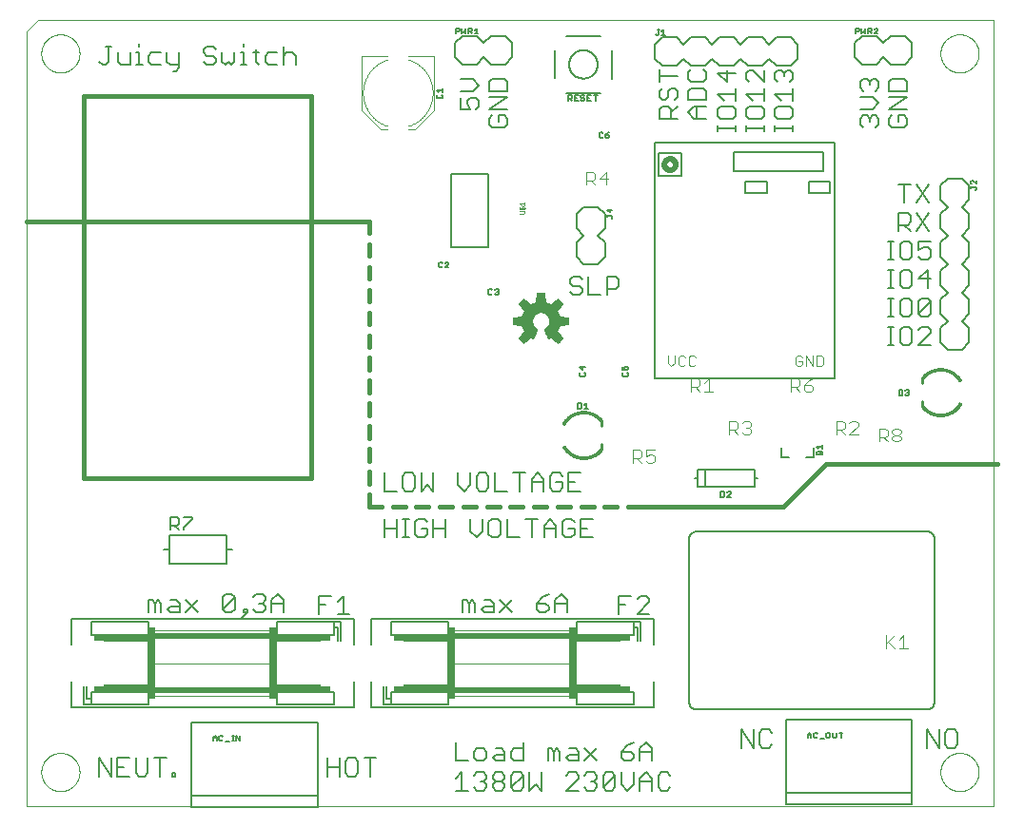
<source format=gto>
G75*
%MOIN*%
%OFA0B0*%
%FSLAX25Y25*%
%IPPOS*%
%LPD*%
%AMOC8*
5,1,8,0,0,1.08239X$1,22.5*
%
%ADD10C,0.00000*%
%ADD11C,0.00600*%
%ADD12C,0.01600*%
%ADD13C,0.00400*%
%ADD14C,0.00800*%
%ADD15C,0.00500*%
%ADD16C,0.00100*%
%ADD17C,0.01000*%
%ADD18C,0.01969*%
%ADD19C,0.00300*%
%ADD20C,0.00200*%
%ADD21C,0.00700*%
%ADD22R,0.02500X0.04500*%
%ADD23R,0.02500X0.16000*%
%ADD24R,0.40000X0.02000*%
%ADD25R,0.15500X0.00500*%
%ADD26R,0.19000X0.02000*%
D10*
X0035219Y0001892D02*
X0035219Y0273546D01*
X0039156Y0277483D01*
X0373802Y0277483D01*
X0373802Y0001892D01*
X0035219Y0001892D01*
X0040337Y0013703D02*
X0040339Y0013867D01*
X0040345Y0014031D01*
X0040355Y0014195D01*
X0040369Y0014359D01*
X0040387Y0014522D01*
X0040409Y0014685D01*
X0040436Y0014847D01*
X0040466Y0015009D01*
X0040500Y0015169D01*
X0040538Y0015329D01*
X0040579Y0015488D01*
X0040625Y0015646D01*
X0040675Y0015802D01*
X0040728Y0015958D01*
X0040785Y0016112D01*
X0040846Y0016264D01*
X0040911Y0016415D01*
X0040980Y0016565D01*
X0041052Y0016712D01*
X0041127Y0016858D01*
X0041207Y0017002D01*
X0041289Y0017144D01*
X0041375Y0017284D01*
X0041465Y0017421D01*
X0041558Y0017557D01*
X0041654Y0017690D01*
X0041754Y0017821D01*
X0041856Y0017949D01*
X0041962Y0018075D01*
X0042071Y0018198D01*
X0042183Y0018318D01*
X0042297Y0018436D01*
X0042415Y0018550D01*
X0042535Y0018662D01*
X0042658Y0018771D01*
X0042784Y0018877D01*
X0042912Y0018979D01*
X0043043Y0019079D01*
X0043176Y0019175D01*
X0043312Y0019268D01*
X0043449Y0019358D01*
X0043589Y0019444D01*
X0043731Y0019526D01*
X0043875Y0019606D01*
X0044021Y0019681D01*
X0044168Y0019753D01*
X0044318Y0019822D01*
X0044469Y0019887D01*
X0044621Y0019948D01*
X0044775Y0020005D01*
X0044931Y0020058D01*
X0045087Y0020108D01*
X0045245Y0020154D01*
X0045404Y0020195D01*
X0045564Y0020233D01*
X0045724Y0020267D01*
X0045886Y0020297D01*
X0046048Y0020324D01*
X0046211Y0020346D01*
X0046374Y0020364D01*
X0046538Y0020378D01*
X0046702Y0020388D01*
X0046866Y0020394D01*
X0047030Y0020396D01*
X0047194Y0020394D01*
X0047358Y0020388D01*
X0047522Y0020378D01*
X0047686Y0020364D01*
X0047849Y0020346D01*
X0048012Y0020324D01*
X0048174Y0020297D01*
X0048336Y0020267D01*
X0048496Y0020233D01*
X0048656Y0020195D01*
X0048815Y0020154D01*
X0048973Y0020108D01*
X0049129Y0020058D01*
X0049285Y0020005D01*
X0049439Y0019948D01*
X0049591Y0019887D01*
X0049742Y0019822D01*
X0049892Y0019753D01*
X0050039Y0019681D01*
X0050185Y0019606D01*
X0050329Y0019526D01*
X0050471Y0019444D01*
X0050611Y0019358D01*
X0050748Y0019268D01*
X0050884Y0019175D01*
X0051017Y0019079D01*
X0051148Y0018979D01*
X0051276Y0018877D01*
X0051402Y0018771D01*
X0051525Y0018662D01*
X0051645Y0018550D01*
X0051763Y0018436D01*
X0051877Y0018318D01*
X0051989Y0018198D01*
X0052098Y0018075D01*
X0052204Y0017949D01*
X0052306Y0017821D01*
X0052406Y0017690D01*
X0052502Y0017557D01*
X0052595Y0017421D01*
X0052685Y0017284D01*
X0052771Y0017144D01*
X0052853Y0017002D01*
X0052933Y0016858D01*
X0053008Y0016712D01*
X0053080Y0016565D01*
X0053149Y0016415D01*
X0053214Y0016264D01*
X0053275Y0016112D01*
X0053332Y0015958D01*
X0053385Y0015802D01*
X0053435Y0015646D01*
X0053481Y0015488D01*
X0053522Y0015329D01*
X0053560Y0015169D01*
X0053594Y0015009D01*
X0053624Y0014847D01*
X0053651Y0014685D01*
X0053673Y0014522D01*
X0053691Y0014359D01*
X0053705Y0014195D01*
X0053715Y0014031D01*
X0053721Y0013867D01*
X0053723Y0013703D01*
X0053721Y0013539D01*
X0053715Y0013375D01*
X0053705Y0013211D01*
X0053691Y0013047D01*
X0053673Y0012884D01*
X0053651Y0012721D01*
X0053624Y0012559D01*
X0053594Y0012397D01*
X0053560Y0012237D01*
X0053522Y0012077D01*
X0053481Y0011918D01*
X0053435Y0011760D01*
X0053385Y0011604D01*
X0053332Y0011448D01*
X0053275Y0011294D01*
X0053214Y0011142D01*
X0053149Y0010991D01*
X0053080Y0010841D01*
X0053008Y0010694D01*
X0052933Y0010548D01*
X0052853Y0010404D01*
X0052771Y0010262D01*
X0052685Y0010122D01*
X0052595Y0009985D01*
X0052502Y0009849D01*
X0052406Y0009716D01*
X0052306Y0009585D01*
X0052204Y0009457D01*
X0052098Y0009331D01*
X0051989Y0009208D01*
X0051877Y0009088D01*
X0051763Y0008970D01*
X0051645Y0008856D01*
X0051525Y0008744D01*
X0051402Y0008635D01*
X0051276Y0008529D01*
X0051148Y0008427D01*
X0051017Y0008327D01*
X0050884Y0008231D01*
X0050748Y0008138D01*
X0050611Y0008048D01*
X0050471Y0007962D01*
X0050329Y0007880D01*
X0050185Y0007800D01*
X0050039Y0007725D01*
X0049892Y0007653D01*
X0049742Y0007584D01*
X0049591Y0007519D01*
X0049439Y0007458D01*
X0049285Y0007401D01*
X0049129Y0007348D01*
X0048973Y0007298D01*
X0048815Y0007252D01*
X0048656Y0007211D01*
X0048496Y0007173D01*
X0048336Y0007139D01*
X0048174Y0007109D01*
X0048012Y0007082D01*
X0047849Y0007060D01*
X0047686Y0007042D01*
X0047522Y0007028D01*
X0047358Y0007018D01*
X0047194Y0007012D01*
X0047030Y0007010D01*
X0046866Y0007012D01*
X0046702Y0007018D01*
X0046538Y0007028D01*
X0046374Y0007042D01*
X0046211Y0007060D01*
X0046048Y0007082D01*
X0045886Y0007109D01*
X0045724Y0007139D01*
X0045564Y0007173D01*
X0045404Y0007211D01*
X0045245Y0007252D01*
X0045087Y0007298D01*
X0044931Y0007348D01*
X0044775Y0007401D01*
X0044621Y0007458D01*
X0044469Y0007519D01*
X0044318Y0007584D01*
X0044168Y0007653D01*
X0044021Y0007725D01*
X0043875Y0007800D01*
X0043731Y0007880D01*
X0043589Y0007962D01*
X0043449Y0008048D01*
X0043312Y0008138D01*
X0043176Y0008231D01*
X0043043Y0008327D01*
X0042912Y0008427D01*
X0042784Y0008529D01*
X0042658Y0008635D01*
X0042535Y0008744D01*
X0042415Y0008856D01*
X0042297Y0008970D01*
X0042183Y0009088D01*
X0042071Y0009208D01*
X0041962Y0009331D01*
X0041856Y0009457D01*
X0041754Y0009585D01*
X0041654Y0009716D01*
X0041558Y0009849D01*
X0041465Y0009985D01*
X0041375Y0010122D01*
X0041289Y0010262D01*
X0041207Y0010404D01*
X0041127Y0010548D01*
X0041052Y0010694D01*
X0040980Y0010841D01*
X0040911Y0010991D01*
X0040846Y0011142D01*
X0040785Y0011294D01*
X0040728Y0011448D01*
X0040675Y0011604D01*
X0040625Y0011760D01*
X0040579Y0011918D01*
X0040538Y0012077D01*
X0040500Y0012237D01*
X0040466Y0012397D01*
X0040436Y0012559D01*
X0040409Y0012721D01*
X0040387Y0012884D01*
X0040369Y0013047D01*
X0040355Y0013211D01*
X0040345Y0013375D01*
X0040339Y0013539D01*
X0040337Y0013703D01*
X0355298Y0013703D02*
X0355300Y0013867D01*
X0355306Y0014031D01*
X0355316Y0014195D01*
X0355330Y0014359D01*
X0355348Y0014522D01*
X0355370Y0014685D01*
X0355397Y0014847D01*
X0355427Y0015009D01*
X0355461Y0015169D01*
X0355499Y0015329D01*
X0355540Y0015488D01*
X0355586Y0015646D01*
X0355636Y0015802D01*
X0355689Y0015958D01*
X0355746Y0016112D01*
X0355807Y0016264D01*
X0355872Y0016415D01*
X0355941Y0016565D01*
X0356013Y0016712D01*
X0356088Y0016858D01*
X0356168Y0017002D01*
X0356250Y0017144D01*
X0356336Y0017284D01*
X0356426Y0017421D01*
X0356519Y0017557D01*
X0356615Y0017690D01*
X0356715Y0017821D01*
X0356817Y0017949D01*
X0356923Y0018075D01*
X0357032Y0018198D01*
X0357144Y0018318D01*
X0357258Y0018436D01*
X0357376Y0018550D01*
X0357496Y0018662D01*
X0357619Y0018771D01*
X0357745Y0018877D01*
X0357873Y0018979D01*
X0358004Y0019079D01*
X0358137Y0019175D01*
X0358273Y0019268D01*
X0358410Y0019358D01*
X0358550Y0019444D01*
X0358692Y0019526D01*
X0358836Y0019606D01*
X0358982Y0019681D01*
X0359129Y0019753D01*
X0359279Y0019822D01*
X0359430Y0019887D01*
X0359582Y0019948D01*
X0359736Y0020005D01*
X0359892Y0020058D01*
X0360048Y0020108D01*
X0360206Y0020154D01*
X0360365Y0020195D01*
X0360525Y0020233D01*
X0360685Y0020267D01*
X0360847Y0020297D01*
X0361009Y0020324D01*
X0361172Y0020346D01*
X0361335Y0020364D01*
X0361499Y0020378D01*
X0361663Y0020388D01*
X0361827Y0020394D01*
X0361991Y0020396D01*
X0362155Y0020394D01*
X0362319Y0020388D01*
X0362483Y0020378D01*
X0362647Y0020364D01*
X0362810Y0020346D01*
X0362973Y0020324D01*
X0363135Y0020297D01*
X0363297Y0020267D01*
X0363457Y0020233D01*
X0363617Y0020195D01*
X0363776Y0020154D01*
X0363934Y0020108D01*
X0364090Y0020058D01*
X0364246Y0020005D01*
X0364400Y0019948D01*
X0364552Y0019887D01*
X0364703Y0019822D01*
X0364853Y0019753D01*
X0365000Y0019681D01*
X0365146Y0019606D01*
X0365290Y0019526D01*
X0365432Y0019444D01*
X0365572Y0019358D01*
X0365709Y0019268D01*
X0365845Y0019175D01*
X0365978Y0019079D01*
X0366109Y0018979D01*
X0366237Y0018877D01*
X0366363Y0018771D01*
X0366486Y0018662D01*
X0366606Y0018550D01*
X0366724Y0018436D01*
X0366838Y0018318D01*
X0366950Y0018198D01*
X0367059Y0018075D01*
X0367165Y0017949D01*
X0367267Y0017821D01*
X0367367Y0017690D01*
X0367463Y0017557D01*
X0367556Y0017421D01*
X0367646Y0017284D01*
X0367732Y0017144D01*
X0367814Y0017002D01*
X0367894Y0016858D01*
X0367969Y0016712D01*
X0368041Y0016565D01*
X0368110Y0016415D01*
X0368175Y0016264D01*
X0368236Y0016112D01*
X0368293Y0015958D01*
X0368346Y0015802D01*
X0368396Y0015646D01*
X0368442Y0015488D01*
X0368483Y0015329D01*
X0368521Y0015169D01*
X0368555Y0015009D01*
X0368585Y0014847D01*
X0368612Y0014685D01*
X0368634Y0014522D01*
X0368652Y0014359D01*
X0368666Y0014195D01*
X0368676Y0014031D01*
X0368682Y0013867D01*
X0368684Y0013703D01*
X0368682Y0013539D01*
X0368676Y0013375D01*
X0368666Y0013211D01*
X0368652Y0013047D01*
X0368634Y0012884D01*
X0368612Y0012721D01*
X0368585Y0012559D01*
X0368555Y0012397D01*
X0368521Y0012237D01*
X0368483Y0012077D01*
X0368442Y0011918D01*
X0368396Y0011760D01*
X0368346Y0011604D01*
X0368293Y0011448D01*
X0368236Y0011294D01*
X0368175Y0011142D01*
X0368110Y0010991D01*
X0368041Y0010841D01*
X0367969Y0010694D01*
X0367894Y0010548D01*
X0367814Y0010404D01*
X0367732Y0010262D01*
X0367646Y0010122D01*
X0367556Y0009985D01*
X0367463Y0009849D01*
X0367367Y0009716D01*
X0367267Y0009585D01*
X0367165Y0009457D01*
X0367059Y0009331D01*
X0366950Y0009208D01*
X0366838Y0009088D01*
X0366724Y0008970D01*
X0366606Y0008856D01*
X0366486Y0008744D01*
X0366363Y0008635D01*
X0366237Y0008529D01*
X0366109Y0008427D01*
X0365978Y0008327D01*
X0365845Y0008231D01*
X0365709Y0008138D01*
X0365572Y0008048D01*
X0365432Y0007962D01*
X0365290Y0007880D01*
X0365146Y0007800D01*
X0365000Y0007725D01*
X0364853Y0007653D01*
X0364703Y0007584D01*
X0364552Y0007519D01*
X0364400Y0007458D01*
X0364246Y0007401D01*
X0364090Y0007348D01*
X0363934Y0007298D01*
X0363776Y0007252D01*
X0363617Y0007211D01*
X0363457Y0007173D01*
X0363297Y0007139D01*
X0363135Y0007109D01*
X0362973Y0007082D01*
X0362810Y0007060D01*
X0362647Y0007042D01*
X0362483Y0007028D01*
X0362319Y0007018D01*
X0362155Y0007012D01*
X0361991Y0007010D01*
X0361827Y0007012D01*
X0361663Y0007018D01*
X0361499Y0007028D01*
X0361335Y0007042D01*
X0361172Y0007060D01*
X0361009Y0007082D01*
X0360847Y0007109D01*
X0360685Y0007139D01*
X0360525Y0007173D01*
X0360365Y0007211D01*
X0360206Y0007252D01*
X0360048Y0007298D01*
X0359892Y0007348D01*
X0359736Y0007401D01*
X0359582Y0007458D01*
X0359430Y0007519D01*
X0359279Y0007584D01*
X0359129Y0007653D01*
X0358982Y0007725D01*
X0358836Y0007800D01*
X0358692Y0007880D01*
X0358550Y0007962D01*
X0358410Y0008048D01*
X0358273Y0008138D01*
X0358137Y0008231D01*
X0358004Y0008327D01*
X0357873Y0008427D01*
X0357745Y0008529D01*
X0357619Y0008635D01*
X0357496Y0008744D01*
X0357376Y0008856D01*
X0357258Y0008970D01*
X0357144Y0009088D01*
X0357032Y0009208D01*
X0356923Y0009331D01*
X0356817Y0009457D01*
X0356715Y0009585D01*
X0356615Y0009716D01*
X0356519Y0009849D01*
X0356426Y0009985D01*
X0356336Y0010122D01*
X0356250Y0010262D01*
X0356168Y0010404D01*
X0356088Y0010548D01*
X0356013Y0010694D01*
X0355941Y0010841D01*
X0355872Y0010991D01*
X0355807Y0011142D01*
X0355746Y0011294D01*
X0355689Y0011448D01*
X0355636Y0011604D01*
X0355586Y0011760D01*
X0355540Y0011918D01*
X0355499Y0012077D01*
X0355461Y0012237D01*
X0355427Y0012397D01*
X0355397Y0012559D01*
X0355370Y0012721D01*
X0355348Y0012884D01*
X0355330Y0013047D01*
X0355316Y0013211D01*
X0355306Y0013375D01*
X0355300Y0013539D01*
X0355298Y0013703D01*
X0355298Y0265672D02*
X0355300Y0265836D01*
X0355306Y0266000D01*
X0355316Y0266164D01*
X0355330Y0266328D01*
X0355348Y0266491D01*
X0355370Y0266654D01*
X0355397Y0266816D01*
X0355427Y0266978D01*
X0355461Y0267138D01*
X0355499Y0267298D01*
X0355540Y0267457D01*
X0355586Y0267615D01*
X0355636Y0267771D01*
X0355689Y0267927D01*
X0355746Y0268081D01*
X0355807Y0268233D01*
X0355872Y0268384D01*
X0355941Y0268534D01*
X0356013Y0268681D01*
X0356088Y0268827D01*
X0356168Y0268971D01*
X0356250Y0269113D01*
X0356336Y0269253D01*
X0356426Y0269390D01*
X0356519Y0269526D01*
X0356615Y0269659D01*
X0356715Y0269790D01*
X0356817Y0269918D01*
X0356923Y0270044D01*
X0357032Y0270167D01*
X0357144Y0270287D01*
X0357258Y0270405D01*
X0357376Y0270519D01*
X0357496Y0270631D01*
X0357619Y0270740D01*
X0357745Y0270846D01*
X0357873Y0270948D01*
X0358004Y0271048D01*
X0358137Y0271144D01*
X0358273Y0271237D01*
X0358410Y0271327D01*
X0358550Y0271413D01*
X0358692Y0271495D01*
X0358836Y0271575D01*
X0358982Y0271650D01*
X0359129Y0271722D01*
X0359279Y0271791D01*
X0359430Y0271856D01*
X0359582Y0271917D01*
X0359736Y0271974D01*
X0359892Y0272027D01*
X0360048Y0272077D01*
X0360206Y0272123D01*
X0360365Y0272164D01*
X0360525Y0272202D01*
X0360685Y0272236D01*
X0360847Y0272266D01*
X0361009Y0272293D01*
X0361172Y0272315D01*
X0361335Y0272333D01*
X0361499Y0272347D01*
X0361663Y0272357D01*
X0361827Y0272363D01*
X0361991Y0272365D01*
X0362155Y0272363D01*
X0362319Y0272357D01*
X0362483Y0272347D01*
X0362647Y0272333D01*
X0362810Y0272315D01*
X0362973Y0272293D01*
X0363135Y0272266D01*
X0363297Y0272236D01*
X0363457Y0272202D01*
X0363617Y0272164D01*
X0363776Y0272123D01*
X0363934Y0272077D01*
X0364090Y0272027D01*
X0364246Y0271974D01*
X0364400Y0271917D01*
X0364552Y0271856D01*
X0364703Y0271791D01*
X0364853Y0271722D01*
X0365000Y0271650D01*
X0365146Y0271575D01*
X0365290Y0271495D01*
X0365432Y0271413D01*
X0365572Y0271327D01*
X0365709Y0271237D01*
X0365845Y0271144D01*
X0365978Y0271048D01*
X0366109Y0270948D01*
X0366237Y0270846D01*
X0366363Y0270740D01*
X0366486Y0270631D01*
X0366606Y0270519D01*
X0366724Y0270405D01*
X0366838Y0270287D01*
X0366950Y0270167D01*
X0367059Y0270044D01*
X0367165Y0269918D01*
X0367267Y0269790D01*
X0367367Y0269659D01*
X0367463Y0269526D01*
X0367556Y0269390D01*
X0367646Y0269253D01*
X0367732Y0269113D01*
X0367814Y0268971D01*
X0367894Y0268827D01*
X0367969Y0268681D01*
X0368041Y0268534D01*
X0368110Y0268384D01*
X0368175Y0268233D01*
X0368236Y0268081D01*
X0368293Y0267927D01*
X0368346Y0267771D01*
X0368396Y0267615D01*
X0368442Y0267457D01*
X0368483Y0267298D01*
X0368521Y0267138D01*
X0368555Y0266978D01*
X0368585Y0266816D01*
X0368612Y0266654D01*
X0368634Y0266491D01*
X0368652Y0266328D01*
X0368666Y0266164D01*
X0368676Y0266000D01*
X0368682Y0265836D01*
X0368684Y0265672D01*
X0368682Y0265508D01*
X0368676Y0265344D01*
X0368666Y0265180D01*
X0368652Y0265016D01*
X0368634Y0264853D01*
X0368612Y0264690D01*
X0368585Y0264528D01*
X0368555Y0264366D01*
X0368521Y0264206D01*
X0368483Y0264046D01*
X0368442Y0263887D01*
X0368396Y0263729D01*
X0368346Y0263573D01*
X0368293Y0263417D01*
X0368236Y0263263D01*
X0368175Y0263111D01*
X0368110Y0262960D01*
X0368041Y0262810D01*
X0367969Y0262663D01*
X0367894Y0262517D01*
X0367814Y0262373D01*
X0367732Y0262231D01*
X0367646Y0262091D01*
X0367556Y0261954D01*
X0367463Y0261818D01*
X0367367Y0261685D01*
X0367267Y0261554D01*
X0367165Y0261426D01*
X0367059Y0261300D01*
X0366950Y0261177D01*
X0366838Y0261057D01*
X0366724Y0260939D01*
X0366606Y0260825D01*
X0366486Y0260713D01*
X0366363Y0260604D01*
X0366237Y0260498D01*
X0366109Y0260396D01*
X0365978Y0260296D01*
X0365845Y0260200D01*
X0365709Y0260107D01*
X0365572Y0260017D01*
X0365432Y0259931D01*
X0365290Y0259849D01*
X0365146Y0259769D01*
X0365000Y0259694D01*
X0364853Y0259622D01*
X0364703Y0259553D01*
X0364552Y0259488D01*
X0364400Y0259427D01*
X0364246Y0259370D01*
X0364090Y0259317D01*
X0363934Y0259267D01*
X0363776Y0259221D01*
X0363617Y0259180D01*
X0363457Y0259142D01*
X0363297Y0259108D01*
X0363135Y0259078D01*
X0362973Y0259051D01*
X0362810Y0259029D01*
X0362647Y0259011D01*
X0362483Y0258997D01*
X0362319Y0258987D01*
X0362155Y0258981D01*
X0361991Y0258979D01*
X0361827Y0258981D01*
X0361663Y0258987D01*
X0361499Y0258997D01*
X0361335Y0259011D01*
X0361172Y0259029D01*
X0361009Y0259051D01*
X0360847Y0259078D01*
X0360685Y0259108D01*
X0360525Y0259142D01*
X0360365Y0259180D01*
X0360206Y0259221D01*
X0360048Y0259267D01*
X0359892Y0259317D01*
X0359736Y0259370D01*
X0359582Y0259427D01*
X0359430Y0259488D01*
X0359279Y0259553D01*
X0359129Y0259622D01*
X0358982Y0259694D01*
X0358836Y0259769D01*
X0358692Y0259849D01*
X0358550Y0259931D01*
X0358410Y0260017D01*
X0358273Y0260107D01*
X0358137Y0260200D01*
X0358004Y0260296D01*
X0357873Y0260396D01*
X0357745Y0260498D01*
X0357619Y0260604D01*
X0357496Y0260713D01*
X0357376Y0260825D01*
X0357258Y0260939D01*
X0357144Y0261057D01*
X0357032Y0261177D01*
X0356923Y0261300D01*
X0356817Y0261426D01*
X0356715Y0261554D01*
X0356615Y0261685D01*
X0356519Y0261818D01*
X0356426Y0261954D01*
X0356336Y0262091D01*
X0356250Y0262231D01*
X0356168Y0262373D01*
X0356088Y0262517D01*
X0356013Y0262663D01*
X0355941Y0262810D01*
X0355872Y0262960D01*
X0355807Y0263111D01*
X0355746Y0263263D01*
X0355689Y0263417D01*
X0355636Y0263573D01*
X0355586Y0263729D01*
X0355540Y0263887D01*
X0355499Y0264046D01*
X0355461Y0264206D01*
X0355427Y0264366D01*
X0355397Y0264528D01*
X0355370Y0264690D01*
X0355348Y0264853D01*
X0355330Y0265016D01*
X0355316Y0265180D01*
X0355306Y0265344D01*
X0355300Y0265508D01*
X0355298Y0265672D01*
X0040337Y0265672D02*
X0040339Y0265836D01*
X0040345Y0266000D01*
X0040355Y0266164D01*
X0040369Y0266328D01*
X0040387Y0266491D01*
X0040409Y0266654D01*
X0040436Y0266816D01*
X0040466Y0266978D01*
X0040500Y0267138D01*
X0040538Y0267298D01*
X0040579Y0267457D01*
X0040625Y0267615D01*
X0040675Y0267771D01*
X0040728Y0267927D01*
X0040785Y0268081D01*
X0040846Y0268233D01*
X0040911Y0268384D01*
X0040980Y0268534D01*
X0041052Y0268681D01*
X0041127Y0268827D01*
X0041207Y0268971D01*
X0041289Y0269113D01*
X0041375Y0269253D01*
X0041465Y0269390D01*
X0041558Y0269526D01*
X0041654Y0269659D01*
X0041754Y0269790D01*
X0041856Y0269918D01*
X0041962Y0270044D01*
X0042071Y0270167D01*
X0042183Y0270287D01*
X0042297Y0270405D01*
X0042415Y0270519D01*
X0042535Y0270631D01*
X0042658Y0270740D01*
X0042784Y0270846D01*
X0042912Y0270948D01*
X0043043Y0271048D01*
X0043176Y0271144D01*
X0043312Y0271237D01*
X0043449Y0271327D01*
X0043589Y0271413D01*
X0043731Y0271495D01*
X0043875Y0271575D01*
X0044021Y0271650D01*
X0044168Y0271722D01*
X0044318Y0271791D01*
X0044469Y0271856D01*
X0044621Y0271917D01*
X0044775Y0271974D01*
X0044931Y0272027D01*
X0045087Y0272077D01*
X0045245Y0272123D01*
X0045404Y0272164D01*
X0045564Y0272202D01*
X0045724Y0272236D01*
X0045886Y0272266D01*
X0046048Y0272293D01*
X0046211Y0272315D01*
X0046374Y0272333D01*
X0046538Y0272347D01*
X0046702Y0272357D01*
X0046866Y0272363D01*
X0047030Y0272365D01*
X0047194Y0272363D01*
X0047358Y0272357D01*
X0047522Y0272347D01*
X0047686Y0272333D01*
X0047849Y0272315D01*
X0048012Y0272293D01*
X0048174Y0272266D01*
X0048336Y0272236D01*
X0048496Y0272202D01*
X0048656Y0272164D01*
X0048815Y0272123D01*
X0048973Y0272077D01*
X0049129Y0272027D01*
X0049285Y0271974D01*
X0049439Y0271917D01*
X0049591Y0271856D01*
X0049742Y0271791D01*
X0049892Y0271722D01*
X0050039Y0271650D01*
X0050185Y0271575D01*
X0050329Y0271495D01*
X0050471Y0271413D01*
X0050611Y0271327D01*
X0050748Y0271237D01*
X0050884Y0271144D01*
X0051017Y0271048D01*
X0051148Y0270948D01*
X0051276Y0270846D01*
X0051402Y0270740D01*
X0051525Y0270631D01*
X0051645Y0270519D01*
X0051763Y0270405D01*
X0051877Y0270287D01*
X0051989Y0270167D01*
X0052098Y0270044D01*
X0052204Y0269918D01*
X0052306Y0269790D01*
X0052406Y0269659D01*
X0052502Y0269526D01*
X0052595Y0269390D01*
X0052685Y0269253D01*
X0052771Y0269113D01*
X0052853Y0268971D01*
X0052933Y0268827D01*
X0053008Y0268681D01*
X0053080Y0268534D01*
X0053149Y0268384D01*
X0053214Y0268233D01*
X0053275Y0268081D01*
X0053332Y0267927D01*
X0053385Y0267771D01*
X0053435Y0267615D01*
X0053481Y0267457D01*
X0053522Y0267298D01*
X0053560Y0267138D01*
X0053594Y0266978D01*
X0053624Y0266816D01*
X0053651Y0266654D01*
X0053673Y0266491D01*
X0053691Y0266328D01*
X0053705Y0266164D01*
X0053715Y0266000D01*
X0053721Y0265836D01*
X0053723Y0265672D01*
X0053721Y0265508D01*
X0053715Y0265344D01*
X0053705Y0265180D01*
X0053691Y0265016D01*
X0053673Y0264853D01*
X0053651Y0264690D01*
X0053624Y0264528D01*
X0053594Y0264366D01*
X0053560Y0264206D01*
X0053522Y0264046D01*
X0053481Y0263887D01*
X0053435Y0263729D01*
X0053385Y0263573D01*
X0053332Y0263417D01*
X0053275Y0263263D01*
X0053214Y0263111D01*
X0053149Y0262960D01*
X0053080Y0262810D01*
X0053008Y0262663D01*
X0052933Y0262517D01*
X0052853Y0262373D01*
X0052771Y0262231D01*
X0052685Y0262091D01*
X0052595Y0261954D01*
X0052502Y0261818D01*
X0052406Y0261685D01*
X0052306Y0261554D01*
X0052204Y0261426D01*
X0052098Y0261300D01*
X0051989Y0261177D01*
X0051877Y0261057D01*
X0051763Y0260939D01*
X0051645Y0260825D01*
X0051525Y0260713D01*
X0051402Y0260604D01*
X0051276Y0260498D01*
X0051148Y0260396D01*
X0051017Y0260296D01*
X0050884Y0260200D01*
X0050748Y0260107D01*
X0050611Y0260017D01*
X0050471Y0259931D01*
X0050329Y0259849D01*
X0050185Y0259769D01*
X0050039Y0259694D01*
X0049892Y0259622D01*
X0049742Y0259553D01*
X0049591Y0259488D01*
X0049439Y0259427D01*
X0049285Y0259370D01*
X0049129Y0259317D01*
X0048973Y0259267D01*
X0048815Y0259221D01*
X0048656Y0259180D01*
X0048496Y0259142D01*
X0048336Y0259108D01*
X0048174Y0259078D01*
X0048012Y0259051D01*
X0047849Y0259029D01*
X0047686Y0259011D01*
X0047522Y0258997D01*
X0047358Y0258987D01*
X0047194Y0258981D01*
X0047030Y0258979D01*
X0046866Y0258981D01*
X0046702Y0258987D01*
X0046538Y0258997D01*
X0046374Y0259011D01*
X0046211Y0259029D01*
X0046048Y0259051D01*
X0045886Y0259078D01*
X0045724Y0259108D01*
X0045564Y0259142D01*
X0045404Y0259180D01*
X0045245Y0259221D01*
X0045087Y0259267D01*
X0044931Y0259317D01*
X0044775Y0259370D01*
X0044621Y0259427D01*
X0044469Y0259488D01*
X0044318Y0259553D01*
X0044168Y0259622D01*
X0044021Y0259694D01*
X0043875Y0259769D01*
X0043731Y0259849D01*
X0043589Y0259931D01*
X0043449Y0260017D01*
X0043312Y0260107D01*
X0043176Y0260200D01*
X0043043Y0260296D01*
X0042912Y0260396D01*
X0042784Y0260498D01*
X0042658Y0260604D01*
X0042535Y0260713D01*
X0042415Y0260825D01*
X0042297Y0260939D01*
X0042183Y0261057D01*
X0042071Y0261177D01*
X0041962Y0261300D01*
X0041856Y0261426D01*
X0041754Y0261554D01*
X0041654Y0261685D01*
X0041558Y0261818D01*
X0041465Y0261954D01*
X0041375Y0262091D01*
X0041289Y0262231D01*
X0041207Y0262373D01*
X0041127Y0262517D01*
X0041052Y0262663D01*
X0040980Y0262810D01*
X0040911Y0262960D01*
X0040846Y0263111D01*
X0040785Y0263263D01*
X0040728Y0263417D01*
X0040675Y0263573D01*
X0040625Y0263729D01*
X0040579Y0263887D01*
X0040538Y0264046D01*
X0040500Y0264206D01*
X0040466Y0264366D01*
X0040436Y0264528D01*
X0040409Y0264690D01*
X0040387Y0264853D01*
X0040369Y0265016D01*
X0040355Y0265180D01*
X0040345Y0265344D01*
X0040339Y0265508D01*
X0040337Y0265672D01*
D11*
X0060706Y0262758D02*
X0061774Y0261690D01*
X0062841Y0261690D01*
X0063909Y0262758D01*
X0063909Y0268096D01*
X0064976Y0268096D02*
X0062841Y0268096D01*
X0067151Y0265960D02*
X0067151Y0262758D01*
X0068219Y0261690D01*
X0071422Y0261690D01*
X0071422Y0265960D01*
X0073597Y0265960D02*
X0074665Y0265960D01*
X0074665Y0261690D01*
X0075732Y0261690D02*
X0073597Y0261690D01*
X0077894Y0262758D02*
X0077894Y0264893D01*
X0078962Y0265960D01*
X0082164Y0265960D01*
X0084339Y0265960D02*
X0084339Y0262758D01*
X0085407Y0261690D01*
X0088610Y0261690D01*
X0088610Y0260623D02*
X0087542Y0259555D01*
X0086475Y0259555D01*
X0088610Y0260623D02*
X0088610Y0265960D01*
X0082164Y0261690D02*
X0078962Y0261690D01*
X0077894Y0262758D01*
X0074665Y0268096D02*
X0074665Y0269163D01*
X0097230Y0267028D02*
X0097230Y0265960D01*
X0098298Y0264893D01*
X0100433Y0264893D01*
X0101501Y0263825D01*
X0101501Y0262758D01*
X0100433Y0261690D01*
X0098298Y0261690D01*
X0097230Y0262758D01*
X0097230Y0267028D02*
X0098298Y0268096D01*
X0100433Y0268096D01*
X0101501Y0267028D01*
X0103676Y0265960D02*
X0103676Y0262758D01*
X0104744Y0261690D01*
X0105811Y0262758D01*
X0106879Y0261690D01*
X0107946Y0262758D01*
X0107946Y0265960D01*
X0110121Y0265960D02*
X0111189Y0265960D01*
X0111189Y0261690D01*
X0110121Y0261690D02*
X0112257Y0261690D01*
X0115486Y0262758D02*
X0116554Y0261690D01*
X0115486Y0262758D02*
X0115486Y0267028D01*
X0114418Y0265960D02*
X0116554Y0265960D01*
X0118715Y0264893D02*
X0118715Y0262758D01*
X0119783Y0261690D01*
X0122986Y0261690D01*
X0125161Y0261690D02*
X0125161Y0268096D01*
X0126228Y0265960D02*
X0125161Y0264893D01*
X0126228Y0265960D02*
X0128364Y0265960D01*
X0129431Y0264893D01*
X0129431Y0261690D01*
X0122986Y0265960D02*
X0119783Y0265960D01*
X0118715Y0264893D01*
X0111189Y0268096D02*
X0111189Y0269163D01*
X0187263Y0256658D02*
X0191534Y0256658D01*
X0193669Y0254523D01*
X0191534Y0252388D01*
X0187263Y0252388D01*
X0187263Y0250212D02*
X0187263Y0245942D01*
X0190466Y0245942D01*
X0189399Y0248077D01*
X0189399Y0249145D01*
X0190466Y0250212D01*
X0192601Y0250212D01*
X0193669Y0249145D01*
X0193669Y0247010D01*
X0192601Y0245942D01*
X0197263Y0246138D02*
X0203669Y0250408D01*
X0197263Y0250408D01*
X0197263Y0252583D02*
X0197263Y0255786D01*
X0198331Y0256853D01*
X0202601Y0256853D01*
X0203669Y0255786D01*
X0203669Y0252583D01*
X0197263Y0252583D01*
X0197263Y0246138D02*
X0203669Y0246138D01*
X0202601Y0243962D02*
X0200466Y0243962D01*
X0200466Y0241827D01*
X0198331Y0239692D02*
X0202601Y0239692D01*
X0203669Y0240760D01*
X0203669Y0242895D01*
X0202601Y0243962D01*
X0198331Y0243962D02*
X0197263Y0242895D01*
X0197263Y0240760D01*
X0198331Y0239692D01*
X0256763Y0242856D02*
X0256763Y0246058D01*
X0257831Y0247126D01*
X0259966Y0247126D01*
X0261034Y0246058D01*
X0261034Y0242856D01*
X0261034Y0244991D02*
X0263169Y0247126D01*
X0262101Y0249301D02*
X0263169Y0250369D01*
X0263169Y0252504D01*
X0262101Y0253571D01*
X0261034Y0253571D01*
X0259966Y0252504D01*
X0259966Y0250369D01*
X0258899Y0249301D01*
X0257831Y0249301D01*
X0256763Y0250369D01*
X0256763Y0252504D01*
X0257831Y0253571D01*
X0256763Y0255747D02*
X0256763Y0260017D01*
X0256763Y0257882D02*
X0263169Y0257882D01*
X0266763Y0258949D02*
X0266763Y0256814D01*
X0267831Y0255747D01*
X0272101Y0255747D01*
X0273169Y0256814D01*
X0273169Y0258949D01*
X0272101Y0260017D01*
X0267831Y0260017D02*
X0266763Y0258949D01*
X0267831Y0253571D02*
X0266763Y0252504D01*
X0266763Y0249301D01*
X0273169Y0249301D01*
X0273169Y0252504D01*
X0272101Y0253571D01*
X0267831Y0253571D01*
X0268899Y0247126D02*
X0273169Y0247126D01*
X0269966Y0247126D02*
X0269966Y0242856D01*
X0268899Y0242856D02*
X0266763Y0244991D01*
X0268899Y0247126D01*
X0268899Y0242856D02*
X0273169Y0242856D01*
X0277263Y0243807D02*
X0277263Y0245942D01*
X0278331Y0247009D01*
X0282601Y0247009D01*
X0283669Y0245942D01*
X0283669Y0243807D01*
X0282601Y0242739D01*
X0278331Y0242739D01*
X0277263Y0243807D01*
X0277263Y0240577D02*
X0277263Y0238442D01*
X0277263Y0239510D02*
X0283669Y0239510D01*
X0283669Y0240577D02*
X0283669Y0238442D01*
X0287263Y0238442D02*
X0287263Y0240577D01*
X0287263Y0239510D02*
X0293669Y0239510D01*
X0293669Y0240577D02*
X0293669Y0238442D01*
X0297263Y0238442D02*
X0297263Y0240577D01*
X0297263Y0239510D02*
X0303669Y0239510D01*
X0303669Y0240577D02*
X0303669Y0238442D01*
X0302601Y0242739D02*
X0298331Y0242739D01*
X0297263Y0243807D01*
X0297263Y0245942D01*
X0298331Y0247009D01*
X0302601Y0247009D01*
X0303669Y0245942D01*
X0303669Y0243807D01*
X0302601Y0242739D01*
X0303669Y0249185D02*
X0303669Y0253455D01*
X0303669Y0251320D02*
X0297263Y0251320D01*
X0299399Y0249185D01*
X0293669Y0249185D02*
X0293669Y0253455D01*
X0293669Y0251320D02*
X0287263Y0251320D01*
X0289399Y0249185D01*
X0288331Y0247009D02*
X0287263Y0245942D01*
X0287263Y0243807D01*
X0288331Y0242739D01*
X0292601Y0242739D01*
X0293669Y0243807D01*
X0293669Y0245942D01*
X0292601Y0247009D01*
X0288331Y0247009D01*
X0283669Y0249185D02*
X0283669Y0253455D01*
X0283669Y0251320D02*
X0277263Y0251320D01*
X0279399Y0249185D01*
X0280466Y0255630D02*
X0280466Y0259900D01*
X0277263Y0258833D02*
X0280466Y0255630D01*
X0283669Y0258833D02*
X0277263Y0258833D01*
X0287263Y0258833D02*
X0287263Y0256698D01*
X0288331Y0255630D01*
X0287263Y0258833D02*
X0288331Y0259900D01*
X0289399Y0259900D01*
X0293669Y0255630D01*
X0293669Y0259900D01*
X0297263Y0258833D02*
X0297263Y0256698D01*
X0298331Y0255630D01*
X0300466Y0257765D02*
X0300466Y0258833D01*
X0301534Y0259900D01*
X0302601Y0259900D01*
X0303669Y0258833D01*
X0303669Y0256698D01*
X0302601Y0255630D01*
X0300466Y0258833D02*
X0299399Y0259900D01*
X0298331Y0259900D01*
X0297263Y0258833D01*
X0327263Y0255786D02*
X0327263Y0253651D01*
X0328331Y0252583D01*
X0327263Y0250408D02*
X0331534Y0250408D01*
X0333669Y0248273D01*
X0331534Y0246138D01*
X0327263Y0246138D01*
X0328331Y0243962D02*
X0329399Y0243962D01*
X0330466Y0242895D01*
X0331534Y0243962D01*
X0332601Y0243962D01*
X0333669Y0242895D01*
X0333669Y0240760D01*
X0332601Y0239692D01*
X0330466Y0241827D02*
X0330466Y0242895D01*
X0328331Y0243962D02*
X0327263Y0242895D01*
X0327263Y0240760D01*
X0328331Y0239692D01*
X0337263Y0240760D02*
X0338331Y0239692D01*
X0342601Y0239692D01*
X0343669Y0240760D01*
X0343669Y0242895D01*
X0342601Y0243962D01*
X0340466Y0243962D01*
X0340466Y0241827D01*
X0338331Y0243962D02*
X0337263Y0242895D01*
X0337263Y0240760D01*
X0337263Y0246138D02*
X0343669Y0250408D01*
X0337263Y0250408D01*
X0337263Y0252583D02*
X0337263Y0255786D01*
X0338331Y0256853D01*
X0342601Y0256853D01*
X0343669Y0255786D01*
X0343669Y0252583D01*
X0337263Y0252583D01*
X0333669Y0253651D02*
X0333669Y0255786D01*
X0332601Y0256853D01*
X0331534Y0256853D01*
X0330466Y0255786D01*
X0330466Y0254718D01*
X0330466Y0255786D02*
X0329399Y0256853D01*
X0328331Y0256853D01*
X0327263Y0255786D01*
X0332601Y0252583D02*
X0333669Y0253651D01*
X0337263Y0246138D02*
X0343669Y0246138D01*
X0342654Y0219848D02*
X0342654Y0213442D01*
X0346964Y0213442D02*
X0351235Y0219848D01*
X0346964Y0219848D02*
X0351235Y0213442D01*
X0351235Y0209848D02*
X0346964Y0203442D01*
X0344789Y0203442D02*
X0342654Y0205577D01*
X0343722Y0205577D02*
X0340519Y0205577D01*
X0340519Y0203442D02*
X0340519Y0209848D01*
X0343722Y0209848D01*
X0344789Y0208780D01*
X0344789Y0206645D01*
X0343722Y0205577D01*
X0346964Y0209848D02*
X0351235Y0203442D01*
X0351782Y0199848D02*
X0347511Y0199848D01*
X0347511Y0196645D01*
X0349647Y0197712D01*
X0350714Y0197712D01*
X0351782Y0196645D01*
X0351782Y0194510D01*
X0350714Y0193442D01*
X0348579Y0193442D01*
X0347511Y0194510D01*
X0345336Y0194510D02*
X0345336Y0198780D01*
X0344269Y0199848D01*
X0342134Y0199848D01*
X0341066Y0198780D01*
X0341066Y0194510D01*
X0342134Y0193442D01*
X0344269Y0193442D01*
X0345336Y0194510D01*
X0344269Y0189848D02*
X0342134Y0189848D01*
X0341066Y0188780D01*
X0341066Y0184510D01*
X0342134Y0183442D01*
X0344269Y0183442D01*
X0345336Y0184510D01*
X0345336Y0188780D01*
X0344269Y0189848D01*
X0347511Y0186645D02*
X0351782Y0186645D01*
X0350714Y0183442D02*
X0350714Y0189848D01*
X0347511Y0186645D01*
X0348579Y0179848D02*
X0347511Y0178780D01*
X0347511Y0174510D01*
X0351782Y0178780D01*
X0351782Y0174510D01*
X0350714Y0173442D01*
X0348579Y0173442D01*
X0347511Y0174510D01*
X0345336Y0174510D02*
X0345336Y0178780D01*
X0344269Y0179848D01*
X0342134Y0179848D01*
X0341066Y0178780D01*
X0341066Y0174510D01*
X0342134Y0173442D01*
X0344269Y0173442D01*
X0345336Y0174510D01*
X0344269Y0169848D02*
X0342134Y0169848D01*
X0341066Y0168780D01*
X0341066Y0164510D01*
X0342134Y0163442D01*
X0344269Y0163442D01*
X0345336Y0164510D01*
X0345336Y0168780D01*
X0344269Y0169848D01*
X0347511Y0168780D02*
X0348579Y0169848D01*
X0350714Y0169848D01*
X0351782Y0168780D01*
X0351782Y0167712D01*
X0347511Y0163442D01*
X0351782Y0163442D01*
X0338904Y0163442D02*
X0336769Y0163442D01*
X0337837Y0163442D02*
X0337837Y0169848D01*
X0338904Y0169848D02*
X0336769Y0169848D01*
X0336769Y0173442D02*
X0338904Y0173442D01*
X0337837Y0173442D02*
X0337837Y0179848D01*
X0338904Y0179848D02*
X0336769Y0179848D01*
X0336769Y0183442D02*
X0338904Y0183442D01*
X0337837Y0183442D02*
X0337837Y0189848D01*
X0338904Y0189848D02*
X0336769Y0189848D01*
X0336769Y0193442D02*
X0338904Y0193442D01*
X0337837Y0193442D02*
X0337837Y0199848D01*
X0338904Y0199848D02*
X0336769Y0199848D01*
X0340519Y0219848D02*
X0344789Y0219848D01*
X0348579Y0179848D02*
X0350714Y0179848D01*
X0351782Y0178780D01*
X0263169Y0242856D02*
X0256763Y0242856D01*
X0241613Y0187348D02*
X0238410Y0187348D01*
X0238410Y0180942D01*
X0238410Y0183077D02*
X0241613Y0183077D01*
X0242680Y0184145D01*
X0242680Y0186280D01*
X0241613Y0187348D01*
X0236235Y0180942D02*
X0231964Y0180942D01*
X0231964Y0187348D01*
X0229789Y0186280D02*
X0228722Y0187348D01*
X0226587Y0187348D01*
X0225519Y0186280D01*
X0225519Y0185212D01*
X0226587Y0184145D01*
X0228722Y0184145D01*
X0229789Y0183077D01*
X0229789Y0182010D01*
X0228722Y0180942D01*
X0226587Y0180942D01*
X0225519Y0182010D01*
X0224974Y0118598D02*
X0224974Y0112192D01*
X0229244Y0112192D01*
X0227109Y0115395D02*
X0224974Y0115395D01*
X0222799Y0115395D02*
X0220664Y0115395D01*
X0222799Y0115395D02*
X0222799Y0113260D01*
X0221731Y0112192D01*
X0219596Y0112192D01*
X0218528Y0113260D01*
X0218528Y0117530D01*
X0219596Y0118598D01*
X0221731Y0118598D01*
X0222799Y0117530D01*
X0224974Y0118598D02*
X0229244Y0118598D01*
X0216353Y0116462D02*
X0216353Y0112192D01*
X0216353Y0115395D02*
X0212083Y0115395D01*
X0212083Y0116462D02*
X0212083Y0112192D01*
X0207773Y0112192D02*
X0207773Y0118598D01*
X0209908Y0118598D02*
X0205637Y0118598D01*
X0199192Y0118598D02*
X0199192Y0112192D01*
X0203462Y0112192D01*
X0197017Y0113260D02*
X0197017Y0117530D01*
X0195949Y0118598D01*
X0193814Y0118598D01*
X0192746Y0117530D01*
X0192746Y0113260D01*
X0193814Y0112192D01*
X0195949Y0112192D01*
X0197017Y0113260D01*
X0190571Y0114327D02*
X0190571Y0118598D01*
X0186301Y0118598D02*
X0186301Y0114327D01*
X0188436Y0112192D01*
X0190571Y0114327D01*
X0177680Y0112192D02*
X0177680Y0118598D01*
X0173410Y0118598D02*
X0173410Y0112192D01*
X0175545Y0114327D01*
X0177680Y0112192D01*
X0171235Y0113260D02*
X0171235Y0117530D01*
X0170167Y0118598D01*
X0168032Y0118598D01*
X0166964Y0117530D01*
X0166964Y0113260D01*
X0168032Y0112192D01*
X0170167Y0112192D01*
X0171235Y0113260D01*
X0164789Y0112192D02*
X0160519Y0112192D01*
X0160519Y0118598D01*
X0160519Y0102348D02*
X0160519Y0095942D01*
X0160519Y0099145D02*
X0164789Y0099145D01*
X0164789Y0102348D02*
X0164789Y0095942D01*
X0166964Y0095942D02*
X0169100Y0095942D01*
X0168032Y0095942D02*
X0168032Y0102348D01*
X0166964Y0102348D02*
X0169100Y0102348D01*
X0171261Y0101280D02*
X0171261Y0097010D01*
X0172329Y0095942D01*
X0174464Y0095942D01*
X0175532Y0097010D01*
X0175532Y0099145D01*
X0173397Y0099145D01*
X0175532Y0101280D02*
X0174464Y0102348D01*
X0172329Y0102348D01*
X0171261Y0101280D01*
X0177707Y0102348D02*
X0177707Y0095942D01*
X0177707Y0099145D02*
X0181977Y0099145D01*
X0181977Y0102348D02*
X0181977Y0095942D01*
X0190598Y0098077D02*
X0192733Y0095942D01*
X0194868Y0098077D01*
X0194868Y0102348D01*
X0197043Y0101280D02*
X0198111Y0102348D01*
X0200246Y0102348D01*
X0201314Y0101280D01*
X0201314Y0097010D01*
X0200246Y0095942D01*
X0198111Y0095942D01*
X0197043Y0097010D01*
X0197043Y0101280D01*
X0190598Y0102348D02*
X0190598Y0098077D01*
X0203489Y0095942D02*
X0207759Y0095942D01*
X0203489Y0095942D02*
X0203489Y0102348D01*
X0209934Y0102348D02*
X0214205Y0102348D01*
X0212070Y0102348D02*
X0212070Y0095942D01*
X0216380Y0095942D02*
X0216380Y0100212D01*
X0218515Y0102348D01*
X0220650Y0100212D01*
X0220650Y0095942D01*
X0222825Y0097010D02*
X0223893Y0095942D01*
X0226028Y0095942D01*
X0227096Y0097010D01*
X0227096Y0099145D01*
X0224961Y0099145D01*
X0227096Y0101280D02*
X0226028Y0102348D01*
X0223893Y0102348D01*
X0222825Y0101280D01*
X0222825Y0097010D01*
X0220650Y0099145D02*
X0216380Y0099145D01*
X0229271Y0099145D02*
X0231406Y0099145D01*
X0229271Y0102348D02*
X0229271Y0095942D01*
X0233541Y0095942D01*
X0233541Y0102348D02*
X0229271Y0102348D01*
X0216353Y0116462D02*
X0214218Y0118598D01*
X0212083Y0116462D01*
X0218071Y0076098D02*
X0215936Y0075030D01*
X0213801Y0072895D01*
X0217004Y0072895D01*
X0218071Y0071827D01*
X0218071Y0070760D01*
X0217004Y0069692D01*
X0214869Y0069692D01*
X0213801Y0070760D01*
X0213801Y0072895D01*
X0220246Y0072895D02*
X0224517Y0072895D01*
X0224517Y0073962D02*
X0224517Y0069692D01*
X0220246Y0069692D02*
X0220246Y0073962D01*
X0222382Y0076098D01*
X0224517Y0073962D01*
X0227719Y0066392D02*
X0227719Y0061892D01*
X0247719Y0061892D01*
X0247719Y0064392D01*
X0249219Y0064392D01*
X0249219Y0059892D01*
X0250219Y0059892D02*
X0250219Y0066392D01*
X0247719Y0066392D01*
X0227719Y0066392D01*
X0247719Y0066392D02*
X0247719Y0064392D01*
X0254719Y0067392D02*
X0254719Y0058392D01*
X0254719Y0067392D02*
X0155719Y0067392D01*
X0155719Y0058392D01*
X0149719Y0058392D02*
X0149719Y0067392D01*
X0050719Y0067392D01*
X0050719Y0058392D01*
X0057719Y0061892D02*
X0077719Y0061892D01*
X0077719Y0066392D01*
X0057719Y0066392D01*
X0057719Y0061892D01*
X0050719Y0045392D02*
X0050719Y0036392D01*
X0149719Y0036392D01*
X0149719Y0045392D01*
X0155719Y0045392D02*
X0155719Y0036392D01*
X0254719Y0036392D01*
X0254719Y0045392D01*
X0247719Y0041892D02*
X0227719Y0041892D01*
X0227719Y0037392D01*
X0247719Y0037392D01*
X0247719Y0041892D01*
X0247799Y0024098D02*
X0245664Y0023030D01*
X0243528Y0020895D01*
X0246731Y0020895D01*
X0247799Y0019827D01*
X0247799Y0018760D01*
X0246731Y0017692D01*
X0244596Y0017692D01*
X0243528Y0018760D01*
X0243528Y0020895D01*
X0249974Y0020895D02*
X0254244Y0020895D01*
X0254244Y0021962D02*
X0254244Y0017692D01*
X0249974Y0017692D02*
X0249974Y0021962D01*
X0252109Y0024098D01*
X0254244Y0021962D01*
X0252109Y0013598D02*
X0254244Y0011462D01*
X0254244Y0007192D01*
X0256419Y0008260D02*
X0257487Y0007192D01*
X0259622Y0007192D01*
X0260690Y0008260D01*
X0256419Y0008260D02*
X0256419Y0012530D01*
X0257487Y0013598D01*
X0259622Y0013598D01*
X0260690Y0012530D01*
X0254244Y0010395D02*
X0249974Y0010395D01*
X0249974Y0011462D02*
X0249974Y0007192D01*
X0247799Y0009327D02*
X0247799Y0013598D01*
X0249974Y0011462D02*
X0252109Y0013598D01*
X0247799Y0009327D02*
X0245664Y0007192D01*
X0243528Y0009327D01*
X0243528Y0013598D01*
X0241353Y0012530D02*
X0237083Y0008260D01*
X0238150Y0007192D01*
X0240286Y0007192D01*
X0241353Y0008260D01*
X0241353Y0012530D01*
X0240286Y0013598D01*
X0238150Y0013598D01*
X0237083Y0012530D01*
X0237083Y0008260D01*
X0234908Y0008260D02*
X0234908Y0009327D01*
X0233840Y0010395D01*
X0232773Y0010395D01*
X0233840Y0010395D02*
X0234908Y0011462D01*
X0234908Y0012530D01*
X0233840Y0013598D01*
X0231705Y0013598D01*
X0230637Y0012530D01*
X0228462Y0012530D02*
X0227395Y0013598D01*
X0225259Y0013598D01*
X0224192Y0012530D01*
X0228462Y0012530D02*
X0228462Y0011462D01*
X0224192Y0007192D01*
X0228462Y0007192D01*
X0230637Y0008260D02*
X0231705Y0007192D01*
X0233840Y0007192D01*
X0234908Y0008260D01*
X0234908Y0017692D02*
X0230637Y0021962D01*
X0228462Y0020895D02*
X0228462Y0017692D01*
X0225259Y0017692D01*
X0224192Y0018760D01*
X0225259Y0019827D01*
X0228462Y0019827D01*
X0228462Y0020895D02*
X0227395Y0021962D01*
X0225259Y0021962D01*
X0222017Y0020895D02*
X0222017Y0017692D01*
X0219882Y0017692D02*
X0219882Y0020895D01*
X0220949Y0021962D01*
X0222017Y0020895D01*
X0219882Y0020895D02*
X0218814Y0021962D01*
X0217746Y0021962D01*
X0217746Y0017692D01*
X0215571Y0013598D02*
X0215571Y0007192D01*
X0213436Y0009327D01*
X0211301Y0007192D01*
X0211301Y0013598D01*
X0209126Y0012530D02*
X0204855Y0008260D01*
X0205923Y0007192D01*
X0208058Y0007192D01*
X0209126Y0008260D01*
X0209126Y0012530D01*
X0208058Y0013598D01*
X0205923Y0013598D01*
X0204855Y0012530D01*
X0204855Y0008260D01*
X0202680Y0008260D02*
X0201613Y0007192D01*
X0199478Y0007192D01*
X0198410Y0008260D01*
X0198410Y0009327D01*
X0199478Y0010395D01*
X0201613Y0010395D01*
X0202680Y0009327D01*
X0202680Y0008260D01*
X0201613Y0010395D02*
X0202680Y0011462D01*
X0202680Y0012530D01*
X0201613Y0013598D01*
X0199478Y0013598D01*
X0198410Y0012530D01*
X0198410Y0011462D01*
X0199478Y0010395D01*
X0196235Y0011462D02*
X0195167Y0010395D01*
X0196235Y0009327D01*
X0196235Y0008260D01*
X0195167Y0007192D01*
X0193032Y0007192D01*
X0191964Y0008260D01*
X0189789Y0007192D02*
X0185519Y0007192D01*
X0187654Y0007192D02*
X0187654Y0013598D01*
X0185519Y0011462D01*
X0185519Y0017692D02*
X0189789Y0017692D01*
X0191964Y0018760D02*
X0191964Y0020895D01*
X0193032Y0021962D01*
X0195167Y0021962D01*
X0196235Y0020895D01*
X0196235Y0018760D01*
X0195167Y0017692D01*
X0193032Y0017692D01*
X0191964Y0018760D01*
X0198410Y0018760D02*
X0199478Y0019827D01*
X0202680Y0019827D01*
X0202680Y0020895D02*
X0202680Y0017692D01*
X0199478Y0017692D01*
X0198410Y0018760D01*
X0199478Y0021962D02*
X0201613Y0021962D01*
X0202680Y0020895D01*
X0204855Y0020895D02*
X0205923Y0021962D01*
X0209126Y0021962D01*
X0209126Y0024098D02*
X0209126Y0017692D01*
X0205923Y0017692D01*
X0204855Y0018760D01*
X0204855Y0020895D01*
X0196235Y0012530D02*
X0196235Y0011462D01*
X0196235Y0012530D02*
X0195167Y0013598D01*
X0193032Y0013598D01*
X0191964Y0012530D01*
X0194100Y0010395D02*
X0195167Y0010395D01*
X0185519Y0017692D02*
X0185519Y0024098D01*
X0182719Y0037392D02*
X0182719Y0041892D01*
X0162719Y0041892D01*
X0162719Y0039392D01*
X0161219Y0039392D01*
X0161219Y0043892D01*
X0160219Y0043892D02*
X0160219Y0037392D01*
X0162719Y0037392D01*
X0182719Y0037392D01*
X0162719Y0037392D02*
X0162719Y0039392D01*
X0142719Y0037392D02*
X0142719Y0041892D01*
X0122719Y0041892D01*
X0122719Y0037392D01*
X0142719Y0037392D01*
X0144789Y0018598D02*
X0144789Y0012192D01*
X0146964Y0013260D02*
X0148032Y0012192D01*
X0150167Y0012192D01*
X0151235Y0013260D01*
X0151235Y0017530D01*
X0150167Y0018598D01*
X0148032Y0018598D01*
X0146964Y0017530D01*
X0146964Y0013260D01*
X0144789Y0015395D02*
X0140519Y0015395D01*
X0140519Y0012192D02*
X0140519Y0018598D01*
X0153410Y0018598D02*
X0157680Y0018598D01*
X0155545Y0018598D02*
X0155545Y0012192D01*
X0145219Y0059892D02*
X0145219Y0066392D01*
X0142719Y0066392D01*
X0122719Y0066392D01*
X0122719Y0061892D01*
X0142719Y0061892D01*
X0142719Y0064392D01*
X0144219Y0064392D01*
X0144219Y0059892D01*
X0142719Y0064392D02*
X0142719Y0066392D01*
X0125259Y0069692D02*
X0125259Y0073962D01*
X0123124Y0076098D01*
X0120989Y0073962D01*
X0120989Y0069692D01*
X0118814Y0070760D02*
X0117746Y0069692D01*
X0115611Y0069692D01*
X0114543Y0070760D01*
X0112382Y0070760D02*
X0111314Y0070760D01*
X0111314Y0069692D01*
X0112382Y0069692D01*
X0112382Y0070760D01*
X0112382Y0069692D02*
X0110246Y0067557D01*
X0108071Y0070760D02*
X0107004Y0069692D01*
X0104869Y0069692D01*
X0103801Y0070760D01*
X0108071Y0075030D01*
X0108071Y0070760D01*
X0103801Y0070760D02*
X0103801Y0075030D01*
X0104869Y0076098D01*
X0107004Y0076098D01*
X0108071Y0075030D01*
X0114543Y0075030D02*
X0115611Y0076098D01*
X0117746Y0076098D01*
X0118814Y0075030D01*
X0118814Y0073962D01*
X0117746Y0072895D01*
X0118814Y0071827D01*
X0118814Y0070760D01*
X0117746Y0072895D02*
X0116679Y0072895D01*
X0120989Y0072895D02*
X0125259Y0072895D01*
X0105219Y0086892D02*
X0105219Y0091892D01*
X0105219Y0096892D01*
X0085219Y0096892D01*
X0085219Y0091892D01*
X0085219Y0086892D01*
X0105219Y0086892D01*
X0105219Y0091892D02*
X0107219Y0091892D01*
X0095180Y0073962D02*
X0090910Y0069692D01*
X0088735Y0069692D02*
X0085532Y0069692D01*
X0084464Y0070760D01*
X0085532Y0071827D01*
X0088735Y0071827D01*
X0088735Y0072895D02*
X0088735Y0069692D01*
X0088735Y0072895D02*
X0087667Y0073962D01*
X0085532Y0073962D01*
X0082289Y0072895D02*
X0082289Y0069692D01*
X0080154Y0069692D02*
X0080154Y0072895D01*
X0081222Y0073962D01*
X0082289Y0072895D01*
X0080154Y0072895D02*
X0079087Y0073962D01*
X0078019Y0073962D01*
X0078019Y0069692D01*
X0090910Y0073962D02*
X0095180Y0069692D01*
X0085219Y0091892D02*
X0083219Y0091892D01*
X0056219Y0043892D02*
X0056219Y0039392D01*
X0057719Y0039392D01*
X0057719Y0041892D01*
X0077719Y0041892D01*
X0077719Y0037392D01*
X0057719Y0037392D01*
X0055219Y0037392D01*
X0055219Y0043892D01*
X0057719Y0039392D02*
X0057719Y0037392D01*
X0060519Y0018598D02*
X0064789Y0012192D01*
X0064789Y0018598D01*
X0066964Y0018598D02*
X0066964Y0012192D01*
X0071235Y0012192D01*
X0073410Y0013260D02*
X0074478Y0012192D01*
X0076613Y0012192D01*
X0077680Y0013260D01*
X0077680Y0018598D01*
X0079855Y0018598D02*
X0084126Y0018598D01*
X0081991Y0018598D02*
X0081991Y0012192D01*
X0086301Y0012192D02*
X0087369Y0012192D01*
X0087369Y0013260D01*
X0086301Y0013260D01*
X0086301Y0012192D01*
X0073410Y0013260D02*
X0073410Y0018598D01*
X0071235Y0018598D02*
X0066964Y0018598D01*
X0066964Y0015395D02*
X0069100Y0015395D01*
X0060519Y0012192D02*
X0060519Y0018598D01*
X0162719Y0061892D02*
X0182719Y0061892D01*
X0182719Y0066392D01*
X0162719Y0066392D01*
X0162719Y0061892D01*
X0188019Y0069692D02*
X0188019Y0073962D01*
X0189087Y0073962D01*
X0190154Y0072895D01*
X0191222Y0073962D01*
X0192289Y0072895D01*
X0192289Y0069692D01*
X0190154Y0069692D02*
X0190154Y0072895D01*
X0194464Y0070760D02*
X0195532Y0071827D01*
X0198735Y0071827D01*
X0198735Y0072895D02*
X0198735Y0069692D01*
X0195532Y0069692D01*
X0194464Y0070760D01*
X0195532Y0073962D02*
X0197667Y0073962D01*
X0198735Y0072895D01*
X0200910Y0073962D02*
X0205180Y0069692D01*
X0200910Y0069692D02*
X0205180Y0073962D01*
X0234908Y0021962D02*
X0230637Y0017692D01*
X0285519Y0022192D02*
X0285519Y0028598D01*
X0289789Y0022192D01*
X0289789Y0028598D01*
X0291964Y0027530D02*
X0291964Y0023260D01*
X0293032Y0022192D01*
X0295167Y0022192D01*
X0296235Y0023260D01*
X0296235Y0027530D02*
X0295167Y0028598D01*
X0293032Y0028598D01*
X0291964Y0027530D01*
X0350519Y0028598D02*
X0350519Y0022192D01*
X0354789Y0022192D02*
X0354789Y0028598D01*
X0356964Y0027530D02*
X0356964Y0023260D01*
X0358032Y0022192D01*
X0360167Y0022192D01*
X0361235Y0023260D01*
X0361235Y0027530D01*
X0360167Y0028598D01*
X0358032Y0028598D01*
X0356964Y0027530D01*
X0354789Y0022192D02*
X0350519Y0028598D01*
D12*
X0300219Y0106892D02*
X0250219Y0106892D01*
X0245911Y0106892D01*
X0241974Y0106892D02*
X0237666Y0106892D01*
X0233729Y0106892D02*
X0229422Y0106892D01*
X0225485Y0106892D02*
X0221177Y0106892D01*
X0217240Y0106892D02*
X0212932Y0106892D01*
X0208995Y0106892D02*
X0204687Y0106892D01*
X0200750Y0106892D02*
X0196443Y0106892D01*
X0192506Y0106892D02*
X0188198Y0106892D01*
X0184261Y0106892D02*
X0179953Y0106892D01*
X0176016Y0106892D02*
X0171708Y0106892D01*
X0167771Y0106892D02*
X0163464Y0106892D01*
X0159527Y0106892D02*
X0155219Y0106892D01*
X0155219Y0110950D01*
X0155219Y0114887D02*
X0155219Y0118945D01*
X0155219Y0122882D02*
X0155219Y0126941D01*
X0155219Y0130878D02*
X0155219Y0134936D01*
X0155219Y0138873D02*
X0155219Y0142931D01*
X0155219Y0146868D02*
X0155219Y0150926D01*
X0155219Y0154863D02*
X0155219Y0158921D01*
X0155219Y0162858D02*
X0155219Y0166916D01*
X0155219Y0170853D02*
X0155219Y0174912D01*
X0155219Y0178849D02*
X0155219Y0182907D01*
X0155219Y0186844D02*
X0155219Y0190902D01*
X0155219Y0194839D02*
X0155219Y0198897D01*
X0155219Y0202834D02*
X0155219Y0206892D01*
X0035219Y0206892D01*
X0055219Y0250750D02*
X0134747Y0250750D01*
X0134747Y0116892D01*
X0055219Y0116892D01*
X0055219Y0250750D01*
X0300219Y0106892D02*
X0315219Y0121892D01*
X0375219Y0121892D01*
D13*
X0341384Y0130359D02*
X0340617Y0129592D01*
X0339082Y0129592D01*
X0338315Y0130359D01*
X0338315Y0131127D01*
X0339082Y0131894D01*
X0340617Y0131894D01*
X0341384Y0131127D01*
X0341384Y0130359D01*
X0340617Y0131894D02*
X0341384Y0132661D01*
X0341384Y0133429D01*
X0340617Y0134196D01*
X0339082Y0134196D01*
X0338315Y0133429D01*
X0338315Y0132661D01*
X0339082Y0131894D01*
X0336780Y0131894D02*
X0336013Y0131127D01*
X0333711Y0131127D01*
X0335246Y0131127D02*
X0336780Y0129592D01*
X0336780Y0131894D02*
X0336780Y0133429D01*
X0336013Y0134196D01*
X0333711Y0134196D01*
X0333711Y0129592D01*
X0326384Y0132092D02*
X0323315Y0132092D01*
X0326384Y0135161D01*
X0326384Y0135929D01*
X0325617Y0136696D01*
X0324082Y0136696D01*
X0323315Y0135929D01*
X0321780Y0135929D02*
X0321780Y0134394D01*
X0321013Y0133627D01*
X0318711Y0133627D01*
X0320246Y0133627D02*
X0321780Y0132092D01*
X0318711Y0132092D02*
X0318711Y0136696D01*
X0321013Y0136696D01*
X0321780Y0135929D01*
X0310592Y0147859D02*
X0309825Y0147092D01*
X0308290Y0147092D01*
X0307523Y0147859D01*
X0307523Y0149394D01*
X0309825Y0149394D01*
X0310592Y0148627D01*
X0310592Y0147859D01*
X0309058Y0150929D02*
X0307523Y0149394D01*
X0305988Y0149394D02*
X0305221Y0148627D01*
X0302919Y0148627D01*
X0304454Y0148627D02*
X0305988Y0147092D01*
X0305988Y0149394D02*
X0305988Y0150929D01*
X0305221Y0151696D01*
X0302919Y0151696D01*
X0302919Y0147092D01*
X0309058Y0150929D02*
X0310592Y0151696D01*
X0288884Y0135929D02*
X0288884Y0135161D01*
X0288117Y0134394D01*
X0288884Y0133627D01*
X0288884Y0132859D01*
X0288117Y0132092D01*
X0286582Y0132092D01*
X0285815Y0132859D01*
X0284280Y0132092D02*
X0282746Y0133627D01*
X0283513Y0133627D02*
X0281211Y0133627D01*
X0281211Y0132092D02*
X0281211Y0136696D01*
X0283513Y0136696D01*
X0284280Y0135929D01*
X0284280Y0134394D01*
X0283513Y0133627D01*
X0285815Y0135929D02*
X0286582Y0136696D01*
X0288117Y0136696D01*
X0288884Y0135929D01*
X0288117Y0134394D02*
X0287350Y0134394D01*
X0275592Y0147092D02*
X0272523Y0147092D01*
X0274058Y0147092D02*
X0274058Y0151696D01*
X0272523Y0150161D01*
X0270988Y0149394D02*
X0270988Y0150929D01*
X0270221Y0151696D01*
X0267919Y0151696D01*
X0267919Y0147092D01*
X0267919Y0148627D02*
X0270221Y0148627D01*
X0270988Y0149394D01*
X0269454Y0148627D02*
X0270988Y0147092D01*
X0255134Y0126696D02*
X0252065Y0126696D01*
X0252065Y0124394D01*
X0253600Y0125161D01*
X0254367Y0125161D01*
X0255134Y0124394D01*
X0255134Y0122859D01*
X0254367Y0122092D01*
X0252832Y0122092D01*
X0252065Y0122859D01*
X0250530Y0122092D02*
X0248996Y0123627D01*
X0249763Y0123627D02*
X0247461Y0123627D01*
X0247461Y0122092D02*
X0247461Y0126696D01*
X0249763Y0126696D01*
X0250530Y0125929D01*
X0250530Y0124394D01*
X0249763Y0123627D01*
X0336211Y0061696D02*
X0336211Y0057092D01*
X0336211Y0058627D02*
X0339280Y0061696D01*
X0340815Y0060161D02*
X0342350Y0061696D01*
X0342350Y0057092D01*
X0343884Y0057092D02*
X0340815Y0057092D01*
X0339280Y0057092D02*
X0336978Y0059394D01*
X0238117Y0219592D02*
X0238117Y0224196D01*
X0235815Y0221894D01*
X0238884Y0221894D01*
X0234280Y0221894D02*
X0233513Y0221127D01*
X0231211Y0221127D01*
X0232746Y0221127D02*
X0234280Y0219592D01*
X0234280Y0221894D02*
X0234280Y0223429D01*
X0233513Y0224196D01*
X0231211Y0224196D01*
X0231211Y0219592D01*
X0178014Y0245790D02*
X0171321Y0239097D01*
X0168959Y0239097D01*
X0161479Y0239097D02*
X0159117Y0239097D01*
X0152424Y0245790D01*
X0152424Y0264687D01*
X0161479Y0264687D01*
X0168959Y0264687D02*
X0178014Y0264687D01*
X0178014Y0245790D01*
X0161479Y0240277D02*
X0161196Y0240372D01*
X0160915Y0240474D01*
X0160638Y0240583D01*
X0160362Y0240698D01*
X0160090Y0240820D01*
X0159821Y0240949D01*
X0159555Y0241084D01*
X0159293Y0241226D01*
X0159034Y0241374D01*
X0158778Y0241528D01*
X0158527Y0241689D01*
X0158279Y0241856D01*
X0158036Y0242028D01*
X0157797Y0242207D01*
X0157562Y0242391D01*
X0157332Y0242581D01*
X0157107Y0242777D01*
X0156887Y0242978D01*
X0156671Y0243184D01*
X0156461Y0243396D01*
X0156256Y0243612D01*
X0156056Y0243834D01*
X0155862Y0244061D01*
X0155673Y0244292D01*
X0155490Y0244527D01*
X0155313Y0244767D01*
X0155142Y0245012D01*
X0154977Y0245260D01*
X0154818Y0245513D01*
X0154665Y0245769D01*
X0154518Y0246029D01*
X0154378Y0246292D01*
X0154244Y0246559D01*
X0154117Y0246829D01*
X0153997Y0247102D01*
X0153883Y0247377D01*
X0153776Y0247656D01*
X0153676Y0247937D01*
X0153583Y0248220D01*
X0153496Y0248506D01*
X0153417Y0248794D01*
X0153345Y0249083D01*
X0153280Y0249374D01*
X0153222Y0249667D01*
X0153171Y0249961D01*
X0153127Y0250256D01*
X0153091Y0250552D01*
X0153062Y0250849D01*
X0153040Y0251147D01*
X0153025Y0251445D01*
X0153018Y0251743D01*
X0153018Y0252041D01*
X0153025Y0252339D01*
X0153040Y0252637D01*
X0153062Y0252935D01*
X0153091Y0253232D01*
X0153127Y0253528D01*
X0153171Y0253823D01*
X0153222Y0254117D01*
X0153280Y0254410D01*
X0153345Y0254701D01*
X0153417Y0254990D01*
X0153496Y0255278D01*
X0153583Y0255564D01*
X0153676Y0255847D01*
X0153776Y0256128D01*
X0153883Y0256407D01*
X0153997Y0256682D01*
X0154117Y0256955D01*
X0154244Y0257225D01*
X0154378Y0257492D01*
X0154518Y0257755D01*
X0154665Y0258015D01*
X0154818Y0258271D01*
X0154977Y0258524D01*
X0155142Y0258772D01*
X0155313Y0259017D01*
X0155490Y0259257D01*
X0155673Y0259492D01*
X0155862Y0259723D01*
X0156056Y0259950D01*
X0156256Y0260172D01*
X0156461Y0260388D01*
X0156671Y0260600D01*
X0156887Y0260806D01*
X0157107Y0261007D01*
X0157332Y0261203D01*
X0157562Y0261393D01*
X0157797Y0261577D01*
X0158036Y0261756D01*
X0158279Y0261928D01*
X0158527Y0262095D01*
X0158778Y0262256D01*
X0159034Y0262410D01*
X0159293Y0262558D01*
X0159555Y0262700D01*
X0159821Y0262835D01*
X0160090Y0262964D01*
X0160362Y0263086D01*
X0160638Y0263201D01*
X0160915Y0263310D01*
X0161196Y0263412D01*
X0161479Y0263507D01*
X0168959Y0263507D02*
X0169242Y0263412D01*
X0169523Y0263310D01*
X0169800Y0263201D01*
X0170076Y0263086D01*
X0170348Y0262964D01*
X0170617Y0262835D01*
X0170883Y0262700D01*
X0171145Y0262558D01*
X0171404Y0262410D01*
X0171660Y0262256D01*
X0171911Y0262095D01*
X0172159Y0261928D01*
X0172402Y0261756D01*
X0172641Y0261577D01*
X0172876Y0261393D01*
X0173106Y0261203D01*
X0173331Y0261007D01*
X0173551Y0260806D01*
X0173767Y0260600D01*
X0173977Y0260388D01*
X0174182Y0260172D01*
X0174382Y0259950D01*
X0174576Y0259723D01*
X0174765Y0259492D01*
X0174948Y0259257D01*
X0175125Y0259017D01*
X0175296Y0258772D01*
X0175461Y0258524D01*
X0175620Y0258271D01*
X0175773Y0258015D01*
X0175920Y0257755D01*
X0176060Y0257492D01*
X0176194Y0257225D01*
X0176321Y0256955D01*
X0176441Y0256682D01*
X0176555Y0256407D01*
X0176662Y0256128D01*
X0176762Y0255847D01*
X0176855Y0255564D01*
X0176942Y0255278D01*
X0177021Y0254990D01*
X0177093Y0254701D01*
X0177158Y0254410D01*
X0177216Y0254117D01*
X0177267Y0253823D01*
X0177311Y0253528D01*
X0177347Y0253232D01*
X0177376Y0252935D01*
X0177398Y0252637D01*
X0177413Y0252339D01*
X0177420Y0252041D01*
X0177420Y0251743D01*
X0177413Y0251445D01*
X0177398Y0251147D01*
X0177376Y0250849D01*
X0177347Y0250552D01*
X0177311Y0250256D01*
X0177267Y0249961D01*
X0177216Y0249667D01*
X0177158Y0249374D01*
X0177093Y0249083D01*
X0177021Y0248794D01*
X0176942Y0248506D01*
X0176855Y0248220D01*
X0176762Y0247937D01*
X0176662Y0247656D01*
X0176555Y0247377D01*
X0176441Y0247102D01*
X0176321Y0246829D01*
X0176194Y0246559D01*
X0176060Y0246292D01*
X0175920Y0246029D01*
X0175773Y0245769D01*
X0175620Y0245513D01*
X0175461Y0245260D01*
X0175296Y0245012D01*
X0175125Y0244767D01*
X0174948Y0244527D01*
X0174765Y0244292D01*
X0174576Y0244061D01*
X0174382Y0243834D01*
X0174182Y0243612D01*
X0173977Y0243396D01*
X0173767Y0243184D01*
X0173551Y0242978D01*
X0173331Y0242777D01*
X0173106Y0242581D01*
X0172876Y0242391D01*
X0172641Y0242207D01*
X0172402Y0242028D01*
X0172159Y0241856D01*
X0171911Y0241689D01*
X0171660Y0241528D01*
X0171404Y0241374D01*
X0171145Y0241226D01*
X0170883Y0241084D01*
X0170617Y0240949D01*
X0170348Y0240820D01*
X0170076Y0240698D01*
X0169800Y0240583D01*
X0169523Y0240474D01*
X0169242Y0240372D01*
X0168959Y0240277D01*
D14*
X0183719Y0223542D02*
X0196719Y0223542D01*
X0196719Y0197742D01*
X0183719Y0197742D01*
X0183719Y0223542D01*
X0224156Y0251892D02*
X0236282Y0251892D01*
X0240219Y0256892D02*
X0240219Y0266774D01*
X0236282Y0271892D02*
X0224156Y0271892D01*
X0220219Y0266774D02*
X0220219Y0257010D01*
X0225219Y0261892D02*
X0225221Y0262033D01*
X0225227Y0262174D01*
X0225237Y0262314D01*
X0225251Y0262454D01*
X0225269Y0262594D01*
X0225290Y0262733D01*
X0225316Y0262872D01*
X0225345Y0263010D01*
X0225379Y0263146D01*
X0225416Y0263282D01*
X0225457Y0263417D01*
X0225502Y0263551D01*
X0225551Y0263683D01*
X0225603Y0263814D01*
X0225659Y0263943D01*
X0225719Y0264070D01*
X0225782Y0264196D01*
X0225848Y0264320D01*
X0225919Y0264443D01*
X0225992Y0264563D01*
X0226069Y0264681D01*
X0226149Y0264797D01*
X0226233Y0264910D01*
X0226319Y0265021D01*
X0226409Y0265130D01*
X0226502Y0265236D01*
X0226597Y0265339D01*
X0226696Y0265440D01*
X0226797Y0265538D01*
X0226901Y0265633D01*
X0227008Y0265725D01*
X0227117Y0265814D01*
X0227229Y0265899D01*
X0227343Y0265982D01*
X0227459Y0266062D01*
X0227578Y0266138D01*
X0227699Y0266210D01*
X0227821Y0266280D01*
X0227946Y0266345D01*
X0228072Y0266408D01*
X0228200Y0266466D01*
X0228330Y0266521D01*
X0228461Y0266573D01*
X0228594Y0266620D01*
X0228728Y0266664D01*
X0228863Y0266705D01*
X0228999Y0266741D01*
X0229136Y0266773D01*
X0229274Y0266802D01*
X0229412Y0266827D01*
X0229552Y0266847D01*
X0229692Y0266864D01*
X0229832Y0266877D01*
X0229973Y0266886D01*
X0230113Y0266891D01*
X0230254Y0266892D01*
X0230395Y0266889D01*
X0230536Y0266882D01*
X0230676Y0266871D01*
X0230816Y0266856D01*
X0230956Y0266837D01*
X0231095Y0266815D01*
X0231233Y0266788D01*
X0231371Y0266758D01*
X0231507Y0266723D01*
X0231643Y0266685D01*
X0231777Y0266643D01*
X0231911Y0266597D01*
X0232043Y0266548D01*
X0232173Y0266494D01*
X0232302Y0266437D01*
X0232429Y0266377D01*
X0232555Y0266313D01*
X0232678Y0266245D01*
X0232800Y0266174D01*
X0232920Y0266100D01*
X0233037Y0266022D01*
X0233152Y0265941D01*
X0233265Y0265857D01*
X0233376Y0265770D01*
X0233484Y0265679D01*
X0233589Y0265586D01*
X0233692Y0265489D01*
X0233792Y0265390D01*
X0233889Y0265288D01*
X0233983Y0265183D01*
X0234074Y0265076D01*
X0234162Y0264966D01*
X0234247Y0264854D01*
X0234329Y0264739D01*
X0234408Y0264622D01*
X0234483Y0264503D01*
X0234555Y0264382D01*
X0234623Y0264259D01*
X0234688Y0264134D01*
X0234750Y0264007D01*
X0234807Y0263878D01*
X0234862Y0263748D01*
X0234912Y0263617D01*
X0234959Y0263484D01*
X0235002Y0263350D01*
X0235041Y0263214D01*
X0235076Y0263078D01*
X0235108Y0262941D01*
X0235135Y0262803D01*
X0235159Y0262664D01*
X0235179Y0262524D01*
X0235195Y0262384D01*
X0235207Y0262244D01*
X0235215Y0262103D01*
X0235219Y0261962D01*
X0235219Y0261822D01*
X0235215Y0261681D01*
X0235207Y0261540D01*
X0235195Y0261400D01*
X0235179Y0261260D01*
X0235159Y0261120D01*
X0235135Y0260981D01*
X0235108Y0260843D01*
X0235076Y0260706D01*
X0235041Y0260570D01*
X0235002Y0260434D01*
X0234959Y0260300D01*
X0234912Y0260167D01*
X0234862Y0260036D01*
X0234807Y0259906D01*
X0234750Y0259777D01*
X0234688Y0259650D01*
X0234623Y0259525D01*
X0234555Y0259402D01*
X0234483Y0259281D01*
X0234408Y0259162D01*
X0234329Y0259045D01*
X0234247Y0258930D01*
X0234162Y0258818D01*
X0234074Y0258708D01*
X0233983Y0258601D01*
X0233889Y0258496D01*
X0233792Y0258394D01*
X0233692Y0258295D01*
X0233589Y0258198D01*
X0233484Y0258105D01*
X0233376Y0258014D01*
X0233265Y0257927D01*
X0233152Y0257843D01*
X0233037Y0257762D01*
X0232920Y0257684D01*
X0232800Y0257610D01*
X0232678Y0257539D01*
X0232555Y0257471D01*
X0232429Y0257407D01*
X0232302Y0257347D01*
X0232173Y0257290D01*
X0232043Y0257236D01*
X0231911Y0257187D01*
X0231777Y0257141D01*
X0231643Y0257099D01*
X0231507Y0257061D01*
X0231371Y0257026D01*
X0231233Y0256996D01*
X0231095Y0256969D01*
X0230956Y0256947D01*
X0230816Y0256928D01*
X0230676Y0256913D01*
X0230536Y0256902D01*
X0230395Y0256895D01*
X0230254Y0256892D01*
X0230113Y0256893D01*
X0229973Y0256898D01*
X0229832Y0256907D01*
X0229692Y0256920D01*
X0229552Y0256937D01*
X0229412Y0256957D01*
X0229274Y0256982D01*
X0229136Y0257011D01*
X0228999Y0257043D01*
X0228863Y0257079D01*
X0228728Y0257120D01*
X0228594Y0257164D01*
X0228461Y0257211D01*
X0228330Y0257263D01*
X0228200Y0257318D01*
X0228072Y0257376D01*
X0227946Y0257439D01*
X0227821Y0257504D01*
X0227699Y0257574D01*
X0227578Y0257646D01*
X0227459Y0257722D01*
X0227343Y0257802D01*
X0227229Y0257885D01*
X0227117Y0257970D01*
X0227008Y0258059D01*
X0226901Y0258151D01*
X0226797Y0258246D01*
X0226696Y0258344D01*
X0226597Y0258445D01*
X0226502Y0258548D01*
X0226409Y0258654D01*
X0226319Y0258763D01*
X0226233Y0258874D01*
X0226149Y0258987D01*
X0226069Y0259103D01*
X0225992Y0259221D01*
X0225919Y0259341D01*
X0225848Y0259464D01*
X0225782Y0259588D01*
X0225719Y0259714D01*
X0225659Y0259841D01*
X0225603Y0259970D01*
X0225551Y0260101D01*
X0225502Y0260233D01*
X0225457Y0260367D01*
X0225416Y0260502D01*
X0225379Y0260638D01*
X0225345Y0260774D01*
X0225316Y0260912D01*
X0225290Y0261051D01*
X0225269Y0261190D01*
X0225251Y0261330D01*
X0225237Y0261470D01*
X0225227Y0261610D01*
X0225221Y0261751D01*
X0225219Y0261892D01*
X0205219Y0264392D02*
X0202719Y0261892D01*
X0197719Y0261892D01*
X0195219Y0264392D01*
X0192719Y0261892D01*
X0187719Y0261892D01*
X0185219Y0264392D01*
X0185219Y0269392D01*
X0187719Y0271892D01*
X0192719Y0271892D01*
X0195219Y0269392D01*
X0197719Y0271892D01*
X0202719Y0271892D01*
X0205219Y0269392D01*
X0205219Y0264392D01*
X0255219Y0263890D02*
X0257719Y0261390D01*
X0262719Y0261390D01*
X0265219Y0263890D01*
X0267719Y0261390D01*
X0272719Y0261390D01*
X0275219Y0263890D01*
X0277719Y0261390D01*
X0282719Y0261390D01*
X0285219Y0263890D01*
X0287719Y0261390D01*
X0292719Y0261390D01*
X0295219Y0263890D01*
X0297719Y0261390D01*
X0302719Y0261390D01*
X0305219Y0263890D01*
X0305219Y0268890D01*
X0302719Y0271390D01*
X0297719Y0271390D01*
X0295219Y0268890D01*
X0292719Y0271390D01*
X0287719Y0271390D01*
X0285219Y0268890D01*
X0282719Y0271390D01*
X0277719Y0271390D01*
X0275219Y0268890D01*
X0272719Y0271390D01*
X0267719Y0271390D01*
X0265219Y0268890D01*
X0262719Y0271390D01*
X0257719Y0271390D01*
X0255219Y0268890D01*
X0255219Y0263890D01*
X0235219Y0211892D02*
X0230219Y0211892D01*
X0227719Y0209392D01*
X0227719Y0204392D01*
X0230219Y0201892D01*
X0227719Y0199392D01*
X0227719Y0194392D01*
X0230219Y0191892D01*
X0235219Y0191892D01*
X0237719Y0194392D01*
X0237719Y0199392D01*
X0235219Y0201892D01*
X0237719Y0204392D01*
X0237719Y0209392D01*
X0235219Y0211892D01*
X0325219Y0264392D02*
X0327719Y0261892D01*
X0332719Y0261892D01*
X0335219Y0264392D01*
X0337719Y0261892D01*
X0342719Y0261892D01*
X0345219Y0264392D01*
X0345219Y0269392D01*
X0342719Y0271892D01*
X0337719Y0271892D01*
X0335219Y0269392D01*
X0332719Y0271892D01*
X0327719Y0271892D01*
X0325219Y0269392D01*
X0325219Y0264392D01*
X0357719Y0221892D02*
X0355219Y0219392D01*
X0355219Y0214392D01*
X0357719Y0211892D01*
X0355219Y0209392D01*
X0355219Y0204392D01*
X0357719Y0201892D01*
X0355219Y0199392D01*
X0355219Y0194392D01*
X0357719Y0191892D01*
X0355219Y0189392D01*
X0355219Y0184392D01*
X0357719Y0181892D01*
X0355219Y0179392D01*
X0355219Y0174392D01*
X0357719Y0171892D01*
X0355219Y0169392D01*
X0355219Y0164392D01*
X0357719Y0161892D01*
X0362719Y0161892D01*
X0365219Y0164392D01*
X0365219Y0169392D01*
X0362719Y0171892D01*
X0365219Y0174392D01*
X0365219Y0179392D01*
X0362719Y0181892D01*
X0365219Y0184392D01*
X0365219Y0189392D01*
X0362719Y0191892D01*
X0365219Y0194392D01*
X0365219Y0199392D01*
X0362719Y0201892D01*
X0365219Y0204392D01*
X0365219Y0209392D01*
X0362719Y0211892D01*
X0365219Y0214392D01*
X0365219Y0219392D01*
X0362719Y0221892D01*
X0357719Y0221892D01*
X0310731Y0127286D02*
X0310731Y0124136D01*
X0308369Y0124136D01*
X0302069Y0124136D02*
X0299707Y0124136D01*
X0299707Y0127286D01*
X0290219Y0119892D02*
X0290219Y0116892D01*
X0291219Y0116892D01*
X0290219Y0116892D02*
X0290219Y0113892D01*
X0270219Y0113892D01*
X0270219Y0116892D01*
X0269219Y0116892D01*
X0270219Y0116892D02*
X0270219Y0119892D01*
X0290219Y0119892D01*
X0272719Y0119392D02*
X0272719Y0114392D01*
X0269706Y0097994D02*
X0350732Y0097994D01*
X0350829Y0097992D01*
X0350925Y0097986D01*
X0351021Y0097977D01*
X0351117Y0097963D01*
X0351212Y0097945D01*
X0351306Y0097924D01*
X0351400Y0097899D01*
X0351492Y0097870D01*
X0351583Y0097838D01*
X0351673Y0097802D01*
X0351761Y0097762D01*
X0351847Y0097719D01*
X0351932Y0097672D01*
X0352015Y0097622D01*
X0352095Y0097569D01*
X0352174Y0097513D01*
X0352250Y0097453D01*
X0352323Y0097390D01*
X0352395Y0097325D01*
X0352463Y0097257D01*
X0352528Y0097185D01*
X0352591Y0097112D01*
X0352651Y0097036D01*
X0352707Y0096957D01*
X0352760Y0096877D01*
X0352810Y0096794D01*
X0352857Y0096709D01*
X0352900Y0096623D01*
X0352940Y0096535D01*
X0352976Y0096445D01*
X0353008Y0096354D01*
X0353037Y0096262D01*
X0353062Y0096168D01*
X0353083Y0096074D01*
X0353101Y0095979D01*
X0353115Y0095883D01*
X0353124Y0095787D01*
X0353130Y0095691D01*
X0353132Y0095594D01*
X0353132Y0038190D01*
X0353130Y0038093D01*
X0353124Y0037997D01*
X0353115Y0037901D01*
X0353101Y0037805D01*
X0353083Y0037710D01*
X0353062Y0037616D01*
X0353037Y0037522D01*
X0353008Y0037430D01*
X0352976Y0037339D01*
X0352940Y0037249D01*
X0352900Y0037161D01*
X0352857Y0037075D01*
X0352810Y0036990D01*
X0352760Y0036907D01*
X0352707Y0036827D01*
X0352651Y0036748D01*
X0352591Y0036672D01*
X0352528Y0036599D01*
X0352463Y0036527D01*
X0352395Y0036459D01*
X0352323Y0036394D01*
X0352250Y0036331D01*
X0352174Y0036271D01*
X0352095Y0036215D01*
X0352015Y0036162D01*
X0351932Y0036112D01*
X0351847Y0036065D01*
X0351761Y0036022D01*
X0351673Y0035982D01*
X0351583Y0035946D01*
X0351492Y0035914D01*
X0351400Y0035885D01*
X0351306Y0035860D01*
X0351212Y0035839D01*
X0351117Y0035821D01*
X0351021Y0035807D01*
X0350925Y0035798D01*
X0350829Y0035792D01*
X0350732Y0035790D01*
X0269706Y0035790D01*
X0269609Y0035792D01*
X0269513Y0035798D01*
X0269417Y0035807D01*
X0269321Y0035821D01*
X0269226Y0035839D01*
X0269132Y0035860D01*
X0269038Y0035885D01*
X0268946Y0035914D01*
X0268855Y0035946D01*
X0268765Y0035982D01*
X0268677Y0036022D01*
X0268591Y0036065D01*
X0268506Y0036112D01*
X0268423Y0036162D01*
X0268343Y0036215D01*
X0268264Y0036271D01*
X0268188Y0036331D01*
X0268115Y0036394D01*
X0268043Y0036459D01*
X0267975Y0036527D01*
X0267910Y0036599D01*
X0267847Y0036672D01*
X0267787Y0036748D01*
X0267731Y0036827D01*
X0267678Y0036907D01*
X0267628Y0036990D01*
X0267581Y0037075D01*
X0267538Y0037161D01*
X0267498Y0037249D01*
X0267462Y0037339D01*
X0267430Y0037430D01*
X0267401Y0037522D01*
X0267376Y0037616D01*
X0267355Y0037710D01*
X0267337Y0037805D01*
X0267323Y0037901D01*
X0267314Y0037997D01*
X0267308Y0038093D01*
X0267306Y0038190D01*
X0267306Y0095594D01*
X0267308Y0095691D01*
X0267314Y0095787D01*
X0267323Y0095883D01*
X0267337Y0095979D01*
X0267355Y0096074D01*
X0267376Y0096168D01*
X0267401Y0096262D01*
X0267430Y0096354D01*
X0267462Y0096445D01*
X0267498Y0096535D01*
X0267538Y0096623D01*
X0267581Y0096709D01*
X0267628Y0096794D01*
X0267678Y0096877D01*
X0267731Y0096957D01*
X0267787Y0097036D01*
X0267847Y0097112D01*
X0267910Y0097185D01*
X0267975Y0097257D01*
X0268043Y0097325D01*
X0268115Y0097390D01*
X0268188Y0097453D01*
X0268264Y0097513D01*
X0268343Y0097569D01*
X0268423Y0097622D01*
X0268506Y0097672D01*
X0268591Y0097719D01*
X0268677Y0097762D01*
X0268765Y0097802D01*
X0268855Y0097838D01*
X0268946Y0097870D01*
X0269038Y0097899D01*
X0269132Y0097924D01*
X0269226Y0097945D01*
X0269321Y0097963D01*
X0269417Y0097977D01*
X0269513Y0097986D01*
X0269609Y0097992D01*
X0269706Y0097994D01*
X0301264Y0031928D02*
X0301264Y0006337D01*
X0345359Y0006337D01*
X0345359Y0002400D01*
X0301264Y0002400D01*
X0301264Y0006337D01*
X0301264Y0031928D02*
X0345359Y0031928D01*
X0345359Y0006337D01*
X0137109Y0005337D02*
X0137109Y0001400D01*
X0093014Y0001400D01*
X0093014Y0005337D01*
X0137109Y0005337D01*
X0137109Y0030928D01*
X0093014Y0030928D01*
X0093014Y0005337D01*
D15*
X0100469Y0024642D02*
X0100469Y0025910D01*
X0101103Y0026544D01*
X0101737Y0025910D01*
X0101737Y0024642D01*
X0101737Y0025593D02*
X0100469Y0025593D01*
X0102679Y0026227D02*
X0102679Y0024959D01*
X0102996Y0024642D01*
X0103630Y0024642D01*
X0103947Y0024959D01*
X0104889Y0024325D02*
X0106156Y0024325D01*
X0107099Y0024642D02*
X0107732Y0024642D01*
X0107416Y0024642D02*
X0107416Y0026544D01*
X0107732Y0026544D02*
X0107099Y0026544D01*
X0108572Y0026544D02*
X0109840Y0024642D01*
X0109840Y0026544D01*
X0108572Y0026544D02*
X0108572Y0024642D01*
X0103947Y0026227D02*
X0103630Y0026544D01*
X0102996Y0026544D01*
X0102679Y0026227D01*
X0090073Y0098642D02*
X0090073Y0099393D01*
X0093075Y0102395D01*
X0093075Y0103146D01*
X0090073Y0103146D01*
X0088472Y0102395D02*
X0088472Y0100894D01*
X0087721Y0100143D01*
X0085469Y0100143D01*
X0085469Y0098642D02*
X0085469Y0103146D01*
X0087721Y0103146D01*
X0088472Y0102395D01*
X0086970Y0100143D02*
X0088472Y0098642D01*
X0197009Y0181559D02*
X0197326Y0181242D01*
X0197960Y0181242D01*
X0198277Y0181559D01*
X0199219Y0181559D02*
X0199536Y0181242D01*
X0200170Y0181242D01*
X0200487Y0181559D01*
X0200487Y0181876D01*
X0200170Y0182193D01*
X0199853Y0182193D01*
X0200170Y0182193D02*
X0200487Y0182510D01*
X0200487Y0182827D01*
X0200170Y0183144D01*
X0199536Y0183144D01*
X0199219Y0182827D01*
X0198277Y0182827D02*
X0197960Y0183144D01*
X0197326Y0183144D01*
X0197009Y0182827D01*
X0197009Y0181559D01*
X0182987Y0190642D02*
X0181719Y0190642D01*
X0182987Y0191910D01*
X0182987Y0192227D01*
X0182670Y0192544D01*
X0182036Y0192544D01*
X0181719Y0192227D01*
X0180777Y0192227D02*
X0180460Y0192544D01*
X0179826Y0192544D01*
X0179509Y0192227D01*
X0179509Y0190959D01*
X0179826Y0190642D01*
X0180460Y0190642D01*
X0180777Y0190959D01*
X0228967Y0155593D02*
X0229918Y0154642D01*
X0229918Y0155910D01*
X0230869Y0155593D02*
X0228967Y0155593D01*
X0229284Y0153700D02*
X0228967Y0153383D01*
X0228967Y0152749D01*
X0229284Y0152432D01*
X0230552Y0152432D01*
X0230869Y0152749D01*
X0230869Y0153383D01*
X0230552Y0153700D01*
X0243967Y0153383D02*
X0243967Y0152749D01*
X0244284Y0152432D01*
X0245552Y0152432D01*
X0245869Y0152749D01*
X0245869Y0153383D01*
X0245552Y0153700D01*
X0245552Y0154642D02*
X0245869Y0154959D01*
X0245869Y0155593D01*
X0245552Y0155910D01*
X0244918Y0155910D01*
X0244601Y0155593D01*
X0244601Y0155276D01*
X0244918Y0154642D01*
X0243967Y0154642D01*
X0243967Y0155910D01*
X0244284Y0153700D02*
X0243967Y0153383D01*
X0255219Y0151892D02*
X0318211Y0151892D01*
X0318211Y0234569D01*
X0255219Y0234569D01*
X0255219Y0151892D01*
X0231103Y0143044D02*
X0231103Y0141142D01*
X0230469Y0141142D02*
X0231737Y0141142D01*
X0230469Y0142410D02*
X0231103Y0143044D01*
X0229527Y0142727D02*
X0229210Y0143044D01*
X0228259Y0143044D01*
X0228259Y0141142D01*
X0229210Y0141142D01*
X0229527Y0141459D01*
X0229527Y0142727D01*
X0278259Y0112144D02*
X0278259Y0110242D01*
X0279210Y0110242D01*
X0279527Y0110559D01*
X0279527Y0111827D01*
X0279210Y0112144D01*
X0278259Y0112144D01*
X0280469Y0111827D02*
X0280786Y0112144D01*
X0281420Y0112144D01*
X0281737Y0111827D01*
X0281737Y0111510D01*
X0280469Y0110242D01*
X0281737Y0110242D01*
X0311967Y0125249D02*
X0311967Y0125883D01*
X0312284Y0126200D01*
X0313552Y0126200D01*
X0313869Y0125883D01*
X0313869Y0125249D01*
X0313552Y0124932D01*
X0312284Y0124932D01*
X0311967Y0125249D01*
X0313235Y0125566D02*
X0313869Y0126200D01*
X0313869Y0127142D02*
X0313869Y0128410D01*
X0313869Y0127776D02*
X0311967Y0127776D01*
X0312601Y0127142D01*
X0340759Y0145742D02*
X0340759Y0147644D01*
X0341710Y0147644D01*
X0342027Y0147327D01*
X0342027Y0146059D01*
X0341710Y0145742D01*
X0340759Y0145742D01*
X0342969Y0146059D02*
X0343286Y0145742D01*
X0343920Y0145742D01*
X0344237Y0146059D01*
X0344237Y0146376D01*
X0343920Y0146693D01*
X0343603Y0146693D01*
X0343920Y0146693D02*
X0344237Y0147010D01*
X0344237Y0147327D01*
X0343920Y0147644D01*
X0343286Y0147644D01*
X0342969Y0147327D01*
X0316636Y0216853D02*
X0309156Y0216853D01*
X0309156Y0220790D01*
X0316636Y0220790D01*
X0316636Y0216853D01*
X0314274Y0224333D02*
X0314274Y0231026D01*
X0282778Y0231026D01*
X0282778Y0224333D01*
X0314274Y0224333D01*
X0294589Y0220790D02*
X0294589Y0216853D01*
X0286715Y0216853D01*
X0286715Y0220790D01*
X0294589Y0220790D01*
X0264530Y0222758D02*
X0256656Y0222758D01*
X0256656Y0230632D01*
X0264530Y0230632D01*
X0264530Y0222758D01*
X0240369Y0210883D02*
X0238467Y0210883D01*
X0239418Y0209932D01*
X0239418Y0211200D01*
X0238467Y0208990D02*
X0238467Y0208356D01*
X0238467Y0208673D02*
X0240052Y0208673D01*
X0240369Y0208356D01*
X0240369Y0208039D01*
X0240052Y0207722D01*
X0238920Y0236242D02*
X0239237Y0236559D01*
X0239237Y0236876D01*
X0238920Y0237193D01*
X0237969Y0237193D01*
X0237969Y0236559D01*
X0238286Y0236242D01*
X0238920Y0236242D01*
X0237969Y0237193D02*
X0238603Y0237827D01*
X0239237Y0238144D01*
X0237027Y0237827D02*
X0236710Y0238144D01*
X0236076Y0238144D01*
X0235759Y0237827D01*
X0235759Y0236559D01*
X0236076Y0236242D01*
X0236710Y0236242D01*
X0237027Y0236559D01*
X0234418Y0249242D02*
X0234418Y0251144D01*
X0235051Y0251144D02*
X0233784Y0251144D01*
X0232842Y0251144D02*
X0231574Y0251144D01*
X0231574Y0249242D01*
X0232842Y0249242D01*
X0232208Y0250193D02*
X0231574Y0250193D01*
X0230632Y0249876D02*
X0230632Y0249559D01*
X0230315Y0249242D01*
X0229681Y0249242D01*
X0229364Y0249559D01*
X0229681Y0250193D02*
X0230315Y0250193D01*
X0230632Y0249876D01*
X0230632Y0250827D02*
X0230315Y0251144D01*
X0229681Y0251144D01*
X0229364Y0250827D01*
X0229364Y0250510D01*
X0229681Y0250193D01*
X0228422Y0251144D02*
X0227154Y0251144D01*
X0227154Y0249242D01*
X0228422Y0249242D01*
X0227788Y0250193D02*
X0227154Y0250193D01*
X0226212Y0250193D02*
X0225895Y0249876D01*
X0224944Y0249876D01*
X0224944Y0249242D02*
X0224944Y0251144D01*
X0225895Y0251144D01*
X0226212Y0250827D01*
X0226212Y0250193D01*
X0225578Y0249876D02*
X0226212Y0249242D01*
X0255469Y0272457D02*
X0255786Y0272140D01*
X0256103Y0272140D01*
X0256420Y0272457D01*
X0256420Y0274042D01*
X0256103Y0274042D02*
X0256737Y0274042D01*
X0257679Y0273408D02*
X0258313Y0274042D01*
X0258313Y0272140D01*
X0257679Y0272140D02*
X0258947Y0272140D01*
X0193366Y0272642D02*
X0192099Y0272642D01*
X0192732Y0272642D02*
X0192732Y0274544D01*
X0192099Y0273910D01*
X0191156Y0274227D02*
X0191156Y0273593D01*
X0190840Y0273276D01*
X0189889Y0273276D01*
X0190523Y0273276D02*
X0191156Y0272642D01*
X0189889Y0272642D02*
X0189889Y0274544D01*
X0190840Y0274544D01*
X0191156Y0274227D01*
X0188947Y0274544D02*
X0188947Y0272642D01*
X0188313Y0273276D01*
X0187679Y0272642D01*
X0187679Y0274544D01*
X0186737Y0274227D02*
X0186737Y0273593D01*
X0186420Y0273276D01*
X0185469Y0273276D01*
X0185469Y0272642D02*
X0185469Y0274544D01*
X0186420Y0274544D01*
X0186737Y0274227D01*
X0180869Y0253410D02*
X0180869Y0252142D01*
X0180869Y0252776D02*
X0178967Y0252776D01*
X0179601Y0252142D01*
X0179284Y0251200D02*
X0178967Y0250883D01*
X0178967Y0250249D01*
X0179284Y0249932D01*
X0180552Y0249932D01*
X0180869Y0250249D01*
X0180869Y0250883D01*
X0180552Y0251200D01*
X0325469Y0272642D02*
X0325469Y0274544D01*
X0326420Y0274544D01*
X0326737Y0274227D01*
X0326737Y0273593D01*
X0326420Y0273276D01*
X0325469Y0273276D01*
X0327679Y0272642D02*
X0328313Y0273276D01*
X0328947Y0272642D01*
X0328947Y0274544D01*
X0329889Y0274544D02*
X0330840Y0274544D01*
X0331156Y0274227D01*
X0331156Y0273593D01*
X0330840Y0273276D01*
X0329889Y0273276D01*
X0330523Y0273276D02*
X0331156Y0272642D01*
X0332099Y0272642D02*
X0333366Y0273910D01*
X0333366Y0274227D01*
X0333049Y0274544D01*
X0332416Y0274544D01*
X0332099Y0274227D01*
X0332099Y0272642D02*
X0333366Y0272642D01*
X0329889Y0272642D02*
X0329889Y0274544D01*
X0327679Y0274544D02*
X0327679Y0272642D01*
X0366284Y0221200D02*
X0365967Y0220883D01*
X0365967Y0220249D01*
X0366284Y0219932D01*
X0365967Y0218990D02*
X0365967Y0218356D01*
X0365967Y0218673D02*
X0367552Y0218673D01*
X0367869Y0218356D01*
X0367869Y0218039D01*
X0367552Y0217722D01*
X0367869Y0219932D02*
X0366601Y0221200D01*
X0366284Y0221200D01*
X0367869Y0221200D02*
X0367869Y0219932D01*
X0321036Y0027544D02*
X0319768Y0027544D01*
X0320402Y0027544D02*
X0320402Y0025642D01*
X0318826Y0025959D02*
X0318826Y0027544D01*
X0317558Y0027544D02*
X0317558Y0025959D01*
X0317875Y0025642D01*
X0318509Y0025642D01*
X0318826Y0025959D01*
X0316616Y0025959D02*
X0316616Y0027227D01*
X0316299Y0027544D01*
X0315666Y0027544D01*
X0315349Y0027227D01*
X0315349Y0025959D01*
X0315666Y0025642D01*
X0316299Y0025642D01*
X0316616Y0025959D01*
X0314406Y0025325D02*
X0313139Y0025325D01*
X0312197Y0025959D02*
X0311880Y0025642D01*
X0311246Y0025642D01*
X0310929Y0025959D01*
X0310929Y0027227D01*
X0311246Y0027544D01*
X0311880Y0027544D01*
X0312197Y0027227D01*
X0309987Y0026910D02*
X0309987Y0025642D01*
X0309987Y0026593D02*
X0308719Y0026593D01*
X0308719Y0026910D02*
X0309353Y0027544D01*
X0309987Y0026910D01*
X0308719Y0026910D02*
X0308719Y0025642D01*
D16*
X0230169Y0140341D02*
X0230169Y0139441D01*
X0230169Y0139442D02*
X0229986Y0139438D01*
X0229803Y0139431D01*
X0229620Y0139418D01*
X0229437Y0139401D01*
X0229255Y0139380D01*
X0229074Y0139355D01*
X0228893Y0139325D01*
X0228713Y0139290D01*
X0228534Y0139252D01*
X0228356Y0139209D01*
X0228179Y0139161D01*
X0228004Y0139110D01*
X0227829Y0139054D01*
X0227656Y0138994D01*
X0227485Y0138929D01*
X0227315Y0138861D01*
X0227146Y0138789D01*
X0226980Y0138712D01*
X0226816Y0138631D01*
X0226653Y0138547D01*
X0226493Y0138458D01*
X0226334Y0138366D01*
X0226178Y0138270D01*
X0226025Y0138170D01*
X0225874Y0138066D01*
X0225725Y0137959D01*
X0225579Y0137848D01*
X0225436Y0137734D01*
X0225296Y0137616D01*
X0225159Y0137495D01*
X0225024Y0137371D01*
X0224893Y0137243D01*
X0224764Y0137112D01*
X0224639Y0136978D01*
X0224518Y0136842D01*
X0224399Y0136702D01*
X0224284Y0136559D01*
X0224173Y0136414D01*
X0224065Y0136266D01*
X0223961Y0136115D01*
X0223860Y0135962D01*
X0223763Y0135807D01*
X0223670Y0135649D01*
X0223581Y0135489D01*
X0222787Y0135912D01*
X0222887Y0136092D01*
X0222991Y0136269D01*
X0223099Y0136443D01*
X0223212Y0136615D01*
X0223329Y0136783D01*
X0223450Y0136949D01*
X0223574Y0137112D01*
X0223703Y0137272D01*
X0223836Y0137429D01*
X0223972Y0137582D01*
X0224112Y0137732D01*
X0224256Y0137879D01*
X0224403Y0138022D01*
X0224554Y0138162D01*
X0224708Y0138297D01*
X0224865Y0138429D01*
X0225025Y0138557D01*
X0225189Y0138682D01*
X0225355Y0138802D01*
X0225525Y0138918D01*
X0225697Y0139030D01*
X0225871Y0139138D01*
X0226049Y0139241D01*
X0226228Y0139340D01*
X0226411Y0139435D01*
X0226595Y0139525D01*
X0226781Y0139611D01*
X0226970Y0139692D01*
X0227160Y0139769D01*
X0227353Y0139841D01*
X0227547Y0139908D01*
X0227742Y0139971D01*
X0227939Y0140029D01*
X0228137Y0140082D01*
X0228337Y0140130D01*
X0228538Y0140173D01*
X0228739Y0140211D01*
X0228942Y0140245D01*
X0229145Y0140273D01*
X0229349Y0140297D01*
X0229554Y0140316D01*
X0229758Y0140329D01*
X0229963Y0140338D01*
X0230169Y0140342D01*
X0230169Y0140248D01*
X0229966Y0140244D01*
X0229763Y0140236D01*
X0229560Y0140222D01*
X0229358Y0140204D01*
X0229157Y0140180D01*
X0228956Y0140152D01*
X0228755Y0140119D01*
X0228556Y0140081D01*
X0228358Y0140038D01*
X0228160Y0139990D01*
X0227964Y0139938D01*
X0227769Y0139881D01*
X0227576Y0139819D01*
X0227384Y0139752D01*
X0227194Y0139681D01*
X0227006Y0139606D01*
X0226820Y0139525D01*
X0226635Y0139440D01*
X0226453Y0139351D01*
X0226273Y0139257D01*
X0226095Y0139159D01*
X0225920Y0139057D01*
X0225747Y0138951D01*
X0225577Y0138840D01*
X0225409Y0138725D01*
X0225245Y0138606D01*
X0225083Y0138483D01*
X0224925Y0138357D01*
X0224769Y0138226D01*
X0224617Y0138092D01*
X0224468Y0137954D01*
X0224322Y0137813D01*
X0224180Y0137668D01*
X0224042Y0137519D01*
X0223907Y0137368D01*
X0223776Y0137213D01*
X0223649Y0137055D01*
X0223525Y0136893D01*
X0223406Y0136729D01*
X0223290Y0136562D01*
X0223179Y0136393D01*
X0223071Y0136220D01*
X0222968Y0136045D01*
X0222870Y0135868D01*
X0222953Y0135824D01*
X0223050Y0135999D01*
X0223152Y0136172D01*
X0223258Y0136342D01*
X0223368Y0136510D01*
X0223482Y0136675D01*
X0223601Y0136837D01*
X0223723Y0136997D01*
X0223849Y0137153D01*
X0223978Y0137306D01*
X0224112Y0137456D01*
X0224248Y0137603D01*
X0224389Y0137746D01*
X0224533Y0137886D01*
X0224680Y0138022D01*
X0224831Y0138155D01*
X0224984Y0138284D01*
X0225141Y0138409D01*
X0225301Y0138531D01*
X0225464Y0138648D01*
X0225629Y0138762D01*
X0225797Y0138871D01*
X0225968Y0138977D01*
X0226141Y0139078D01*
X0226317Y0139175D01*
X0226495Y0139267D01*
X0226675Y0139355D01*
X0226858Y0139439D01*
X0227042Y0139519D01*
X0227228Y0139594D01*
X0227416Y0139664D01*
X0227606Y0139730D01*
X0227797Y0139791D01*
X0227989Y0139847D01*
X0228183Y0139899D01*
X0228378Y0139946D01*
X0228574Y0139989D01*
X0228772Y0140026D01*
X0228970Y0140059D01*
X0229168Y0140087D01*
X0229368Y0140110D01*
X0229567Y0140128D01*
X0229768Y0140142D01*
X0229968Y0140150D01*
X0230169Y0140154D01*
X0230169Y0140060D01*
X0229970Y0140056D01*
X0229772Y0140048D01*
X0229574Y0140035D01*
X0229377Y0140016D01*
X0229180Y0139994D01*
X0228983Y0139966D01*
X0228788Y0139934D01*
X0228593Y0139896D01*
X0228399Y0139855D01*
X0228206Y0139808D01*
X0228014Y0139757D01*
X0227824Y0139701D01*
X0227635Y0139641D01*
X0227448Y0139576D01*
X0227262Y0139506D01*
X0227078Y0139432D01*
X0226896Y0139353D01*
X0226716Y0139270D01*
X0226537Y0139183D01*
X0226361Y0139092D01*
X0226188Y0138996D01*
X0226016Y0138896D01*
X0225848Y0138792D01*
X0225681Y0138684D01*
X0225518Y0138571D01*
X0225357Y0138455D01*
X0225199Y0138335D01*
X0225044Y0138211D01*
X0224892Y0138084D01*
X0224743Y0137953D01*
X0224598Y0137818D01*
X0224455Y0137680D01*
X0224317Y0137538D01*
X0224181Y0137393D01*
X0224049Y0137245D01*
X0223921Y0137093D01*
X0223797Y0136939D01*
X0223676Y0136782D01*
X0223559Y0136621D01*
X0223446Y0136458D01*
X0223338Y0136292D01*
X0223233Y0136124D01*
X0223132Y0135953D01*
X0223036Y0135780D01*
X0223118Y0135735D01*
X0223214Y0135907D01*
X0223313Y0136076D01*
X0223417Y0136242D01*
X0223525Y0136406D01*
X0223636Y0136567D01*
X0223752Y0136726D01*
X0223871Y0136881D01*
X0223994Y0137034D01*
X0224121Y0137183D01*
X0224251Y0137330D01*
X0224385Y0137473D01*
X0224522Y0137613D01*
X0224663Y0137750D01*
X0224806Y0137883D01*
X0224953Y0138013D01*
X0225104Y0138139D01*
X0225257Y0138261D01*
X0225413Y0138380D01*
X0225572Y0138495D01*
X0225734Y0138605D01*
X0225898Y0138712D01*
X0226065Y0138815D01*
X0226234Y0138914D01*
X0226406Y0139009D01*
X0226580Y0139099D01*
X0226756Y0139186D01*
X0226934Y0139267D01*
X0227114Y0139345D01*
X0227296Y0139418D01*
X0227479Y0139487D01*
X0227665Y0139551D01*
X0227851Y0139611D01*
X0228039Y0139666D01*
X0228229Y0139717D01*
X0228419Y0139763D01*
X0228611Y0139804D01*
X0228804Y0139841D01*
X0228997Y0139873D01*
X0229191Y0139900D01*
X0229386Y0139923D01*
X0229581Y0139941D01*
X0229777Y0139954D01*
X0229973Y0139962D01*
X0230169Y0139966D01*
X0230169Y0139872D01*
X0229975Y0139868D01*
X0229781Y0139860D01*
X0229588Y0139847D01*
X0229395Y0139829D01*
X0229203Y0139807D01*
X0229011Y0139780D01*
X0228820Y0139748D01*
X0228629Y0139712D01*
X0228440Y0139671D01*
X0228252Y0139626D01*
X0228065Y0139576D01*
X0227879Y0139521D01*
X0227694Y0139462D01*
X0227511Y0139399D01*
X0227330Y0139331D01*
X0227150Y0139258D01*
X0226972Y0139182D01*
X0226796Y0139101D01*
X0226622Y0139015D01*
X0226450Y0138926D01*
X0226280Y0138832D01*
X0226113Y0138735D01*
X0225948Y0138633D01*
X0225786Y0138527D01*
X0225626Y0138418D01*
X0225469Y0138304D01*
X0225315Y0138187D01*
X0225163Y0138066D01*
X0225015Y0137942D01*
X0224870Y0137814D01*
X0224727Y0137682D01*
X0224588Y0137547D01*
X0224453Y0137409D01*
X0224321Y0137267D01*
X0224192Y0137122D01*
X0224067Y0136974D01*
X0223945Y0136823D01*
X0223827Y0136670D01*
X0223713Y0136513D01*
X0223603Y0136354D01*
X0223497Y0136192D01*
X0223394Y0136027D01*
X0223296Y0135860D01*
X0223201Y0135691D01*
X0223284Y0135647D01*
X0223378Y0135814D01*
X0223475Y0135979D01*
X0223576Y0136142D01*
X0223681Y0136302D01*
X0223790Y0136459D01*
X0223903Y0136614D01*
X0224019Y0136766D01*
X0224139Y0136915D01*
X0224263Y0137061D01*
X0224390Y0137204D01*
X0224521Y0137344D01*
X0224655Y0137480D01*
X0224792Y0137614D01*
X0224933Y0137744D01*
X0225076Y0137871D01*
X0225223Y0137994D01*
X0225373Y0138113D01*
X0225525Y0138229D01*
X0225680Y0138341D01*
X0225838Y0138449D01*
X0225999Y0138554D01*
X0226162Y0138654D01*
X0226327Y0138751D01*
X0226494Y0138843D01*
X0226664Y0138931D01*
X0226836Y0139016D01*
X0227010Y0139096D01*
X0227186Y0139171D01*
X0227364Y0139243D01*
X0227543Y0139310D01*
X0227724Y0139373D01*
X0227906Y0139431D01*
X0228090Y0139485D01*
X0228275Y0139535D01*
X0228461Y0139579D01*
X0228648Y0139620D01*
X0228836Y0139656D01*
X0229025Y0139687D01*
X0229214Y0139714D01*
X0229404Y0139736D01*
X0229595Y0139753D01*
X0229786Y0139766D01*
X0229977Y0139774D01*
X0230169Y0139778D01*
X0230169Y0139684D01*
X0229980Y0139680D01*
X0229791Y0139672D01*
X0229602Y0139660D01*
X0229414Y0139642D01*
X0229226Y0139620D01*
X0229039Y0139594D01*
X0228852Y0139563D01*
X0228666Y0139528D01*
X0228481Y0139488D01*
X0228297Y0139443D01*
X0228115Y0139394D01*
X0227933Y0139341D01*
X0227753Y0139284D01*
X0227575Y0139222D01*
X0227397Y0139155D01*
X0227222Y0139085D01*
X0227048Y0139010D01*
X0226876Y0138931D01*
X0226707Y0138847D01*
X0226539Y0138760D01*
X0226373Y0138669D01*
X0226210Y0138573D01*
X0226049Y0138474D01*
X0225890Y0138371D01*
X0225734Y0138264D01*
X0225581Y0138153D01*
X0225430Y0138039D01*
X0225283Y0137921D01*
X0225138Y0137799D01*
X0224996Y0137674D01*
X0224857Y0137546D01*
X0224722Y0137414D01*
X0224589Y0137279D01*
X0224460Y0137141D01*
X0224334Y0136999D01*
X0224212Y0136855D01*
X0224093Y0136708D01*
X0223978Y0136558D01*
X0223867Y0136405D01*
X0223759Y0136249D01*
X0223655Y0136091D01*
X0223555Y0135931D01*
X0223459Y0135768D01*
X0223367Y0135603D01*
X0223450Y0135558D01*
X0223541Y0135722D01*
X0223636Y0135883D01*
X0223735Y0136041D01*
X0223837Y0136197D01*
X0223944Y0136351D01*
X0224054Y0136502D01*
X0224168Y0136650D01*
X0224285Y0136796D01*
X0224406Y0136938D01*
X0224530Y0137078D01*
X0224657Y0137214D01*
X0224788Y0137348D01*
X0224922Y0137478D01*
X0225059Y0137605D01*
X0225199Y0137728D01*
X0225342Y0137848D01*
X0225488Y0137965D01*
X0225637Y0138078D01*
X0225789Y0138187D01*
X0225943Y0138293D01*
X0226099Y0138395D01*
X0226258Y0138493D01*
X0226420Y0138587D01*
X0226583Y0138677D01*
X0226749Y0138764D01*
X0226917Y0138846D01*
X0227086Y0138924D01*
X0227258Y0138998D01*
X0227431Y0139067D01*
X0227606Y0139133D01*
X0227783Y0139194D01*
X0227961Y0139251D01*
X0228140Y0139304D01*
X0228320Y0139352D01*
X0228502Y0139396D01*
X0228685Y0139436D01*
X0228868Y0139471D01*
X0229052Y0139501D01*
X0229237Y0139527D01*
X0229423Y0139549D01*
X0229609Y0139566D01*
X0229795Y0139578D01*
X0229982Y0139586D01*
X0230169Y0139590D01*
X0230169Y0139496D01*
X0229984Y0139492D01*
X0229800Y0139484D01*
X0229616Y0139472D01*
X0229432Y0139455D01*
X0229249Y0139434D01*
X0229066Y0139408D01*
X0228884Y0139378D01*
X0228703Y0139343D01*
X0228523Y0139304D01*
X0228343Y0139261D01*
X0228165Y0139213D01*
X0227988Y0139161D01*
X0227812Y0139105D01*
X0227638Y0139045D01*
X0227465Y0138980D01*
X0227294Y0138911D01*
X0227125Y0138838D01*
X0226957Y0138761D01*
X0226791Y0138680D01*
X0226628Y0138594D01*
X0226466Y0138505D01*
X0226307Y0138412D01*
X0226150Y0138315D01*
X0225995Y0138215D01*
X0225843Y0138110D01*
X0225693Y0138002D01*
X0225546Y0137891D01*
X0225402Y0137776D01*
X0225261Y0137657D01*
X0225122Y0137535D01*
X0224987Y0137410D01*
X0224855Y0137281D01*
X0224725Y0137149D01*
X0224599Y0137015D01*
X0224477Y0136877D01*
X0224358Y0136736D01*
X0224242Y0136592D01*
X0224129Y0136446D01*
X0224021Y0136297D01*
X0223916Y0136145D01*
X0223814Y0135991D01*
X0223717Y0135834D01*
X0223623Y0135675D01*
X0223533Y0135514D01*
X0222908Y0127657D02*
X0223689Y0128103D01*
X0223782Y0127946D01*
X0223879Y0127792D01*
X0223980Y0127640D01*
X0224085Y0127491D01*
X0224193Y0127344D01*
X0224304Y0127199D01*
X0224419Y0127058D01*
X0224538Y0126919D01*
X0224660Y0126784D01*
X0224785Y0126651D01*
X0224913Y0126521D01*
X0225044Y0126395D01*
X0225178Y0126271D01*
X0225315Y0126151D01*
X0225455Y0126034D01*
X0225598Y0125921D01*
X0225744Y0125811D01*
X0225892Y0125705D01*
X0226043Y0125602D01*
X0226196Y0125503D01*
X0226351Y0125408D01*
X0226509Y0125317D01*
X0226669Y0125229D01*
X0226831Y0125145D01*
X0226994Y0125065D01*
X0227160Y0124989D01*
X0227328Y0124918D01*
X0227497Y0124850D01*
X0227668Y0124786D01*
X0227840Y0124727D01*
X0228014Y0124671D01*
X0228189Y0124620D01*
X0228365Y0124573D01*
X0228542Y0124531D01*
X0228721Y0124492D01*
X0228900Y0124458D01*
X0229080Y0124428D01*
X0229260Y0124403D01*
X0229441Y0124382D01*
X0229623Y0124366D01*
X0229805Y0124353D01*
X0229987Y0124346D01*
X0230169Y0124342D01*
X0230170Y0123443D01*
X0230169Y0123442D01*
X0229965Y0123446D01*
X0229761Y0123454D01*
X0229557Y0123468D01*
X0229353Y0123486D01*
X0229150Y0123510D01*
X0228948Y0123538D01*
X0228746Y0123571D01*
X0228546Y0123609D01*
X0228346Y0123652D01*
X0228147Y0123700D01*
X0227950Y0123752D01*
X0227754Y0123810D01*
X0227559Y0123872D01*
X0227366Y0123938D01*
X0227174Y0124010D01*
X0226985Y0124086D01*
X0226797Y0124166D01*
X0226611Y0124251D01*
X0226427Y0124341D01*
X0226246Y0124434D01*
X0226067Y0124533D01*
X0225890Y0124635D01*
X0225716Y0124742D01*
X0225544Y0124853D01*
X0225375Y0124968D01*
X0225209Y0125087D01*
X0225046Y0125210D01*
X0224886Y0125337D01*
X0224729Y0125468D01*
X0224575Y0125603D01*
X0224425Y0125741D01*
X0224278Y0125883D01*
X0224134Y0126028D01*
X0223994Y0126177D01*
X0223858Y0126329D01*
X0223725Y0126485D01*
X0223597Y0126643D01*
X0223472Y0126805D01*
X0223351Y0126970D01*
X0223234Y0127137D01*
X0223121Y0127308D01*
X0223012Y0127481D01*
X0222907Y0127656D01*
X0222989Y0127703D01*
X0223092Y0127529D01*
X0223200Y0127358D01*
X0223312Y0127190D01*
X0223427Y0127024D01*
X0223547Y0126861D01*
X0223671Y0126702D01*
X0223798Y0126545D01*
X0223929Y0126391D01*
X0224064Y0126241D01*
X0224202Y0126093D01*
X0224344Y0125950D01*
X0224490Y0125809D01*
X0224638Y0125673D01*
X0224790Y0125540D01*
X0224946Y0125410D01*
X0225104Y0125285D01*
X0225265Y0125163D01*
X0225429Y0125045D01*
X0225596Y0124931D01*
X0225766Y0124822D01*
X0225938Y0124716D01*
X0226113Y0124615D01*
X0226290Y0124517D01*
X0226469Y0124425D01*
X0226651Y0124336D01*
X0226835Y0124252D01*
X0227020Y0124172D01*
X0227208Y0124097D01*
X0227397Y0124027D01*
X0227588Y0123961D01*
X0227781Y0123900D01*
X0227975Y0123843D01*
X0228170Y0123791D01*
X0228366Y0123744D01*
X0228564Y0123702D01*
X0228762Y0123664D01*
X0228962Y0123631D01*
X0229162Y0123603D01*
X0229363Y0123580D01*
X0229564Y0123562D01*
X0229765Y0123548D01*
X0229967Y0123540D01*
X0230169Y0123536D01*
X0230169Y0123630D01*
X0229970Y0123634D01*
X0229770Y0123642D01*
X0229571Y0123655D01*
X0229372Y0123674D01*
X0229173Y0123696D01*
X0228976Y0123724D01*
X0228778Y0123757D01*
X0228582Y0123794D01*
X0228387Y0123836D01*
X0228193Y0123882D01*
X0228000Y0123934D01*
X0227808Y0123990D01*
X0227618Y0124050D01*
X0227429Y0124115D01*
X0227242Y0124185D01*
X0227056Y0124259D01*
X0226873Y0124338D01*
X0226691Y0124421D01*
X0226511Y0124509D01*
X0226334Y0124600D01*
X0226159Y0124696D01*
X0225986Y0124797D01*
X0225816Y0124901D01*
X0225648Y0125010D01*
X0225483Y0125122D01*
X0225321Y0125238D01*
X0225162Y0125359D01*
X0225005Y0125483D01*
X0224852Y0125611D01*
X0224701Y0125742D01*
X0224554Y0125878D01*
X0224411Y0126016D01*
X0224270Y0126158D01*
X0224133Y0126304D01*
X0224000Y0126453D01*
X0223870Y0126605D01*
X0223744Y0126760D01*
X0223622Y0126918D01*
X0223504Y0127079D01*
X0223390Y0127242D01*
X0223279Y0127409D01*
X0223173Y0127578D01*
X0223071Y0127749D01*
X0223152Y0127796D01*
X0223253Y0127626D01*
X0223358Y0127459D01*
X0223468Y0127295D01*
X0223581Y0127133D01*
X0223698Y0126974D01*
X0223818Y0126818D01*
X0223943Y0126664D01*
X0224071Y0126514D01*
X0224203Y0126367D01*
X0224338Y0126223D01*
X0224477Y0126083D01*
X0224619Y0125946D01*
X0224764Y0125812D01*
X0224913Y0125682D01*
X0225065Y0125556D01*
X0225219Y0125433D01*
X0225377Y0125314D01*
X0225537Y0125199D01*
X0225700Y0125088D01*
X0225866Y0124981D01*
X0226034Y0124877D01*
X0226205Y0124778D01*
X0226378Y0124683D01*
X0226554Y0124593D01*
X0226731Y0124506D01*
X0226911Y0124424D01*
X0227092Y0124346D01*
X0227275Y0124273D01*
X0227460Y0124204D01*
X0227647Y0124140D01*
X0227835Y0124080D01*
X0228025Y0124024D01*
X0228215Y0123974D01*
X0228407Y0123927D01*
X0228600Y0123886D01*
X0228794Y0123849D01*
X0228989Y0123817D01*
X0229185Y0123790D01*
X0229381Y0123767D01*
X0229578Y0123749D01*
X0229775Y0123736D01*
X0229972Y0123728D01*
X0230169Y0123724D01*
X0230169Y0123818D01*
X0229974Y0123822D01*
X0229779Y0123830D01*
X0229584Y0123843D01*
X0229390Y0123861D01*
X0229196Y0123883D01*
X0229003Y0123910D01*
X0228810Y0123942D01*
X0228619Y0123978D01*
X0228428Y0124019D01*
X0228238Y0124065D01*
X0228050Y0124115D01*
X0227862Y0124170D01*
X0227676Y0124229D01*
X0227492Y0124292D01*
X0227309Y0124361D01*
X0227128Y0124433D01*
X0226949Y0124510D01*
X0226771Y0124591D01*
X0226596Y0124677D01*
X0226422Y0124766D01*
X0226251Y0124860D01*
X0226083Y0124958D01*
X0225916Y0125060D01*
X0225752Y0125166D01*
X0225591Y0125276D01*
X0225433Y0125390D01*
X0225277Y0125507D01*
X0225124Y0125629D01*
X0224974Y0125754D01*
X0224827Y0125882D01*
X0224684Y0126014D01*
X0224543Y0126150D01*
X0224406Y0126289D01*
X0224272Y0126431D01*
X0224142Y0126576D01*
X0224015Y0126724D01*
X0223892Y0126876D01*
X0223773Y0127030D01*
X0223657Y0127187D01*
X0223546Y0127347D01*
X0223438Y0127510D01*
X0223334Y0127675D01*
X0223234Y0127843D01*
X0223315Y0127889D01*
X0223414Y0127724D01*
X0223517Y0127560D01*
X0223624Y0127400D01*
X0223734Y0127242D01*
X0223848Y0127086D01*
X0223966Y0126934D01*
X0224088Y0126784D01*
X0224213Y0126638D01*
X0224342Y0126494D01*
X0224474Y0126354D01*
X0224609Y0126216D01*
X0224748Y0126082D01*
X0224890Y0125952D01*
X0225035Y0125825D01*
X0225183Y0125701D01*
X0225334Y0125582D01*
X0225488Y0125465D01*
X0225645Y0125353D01*
X0225804Y0125244D01*
X0225966Y0125140D01*
X0226131Y0125039D01*
X0226297Y0124942D01*
X0226467Y0124849D01*
X0226638Y0124761D01*
X0226811Y0124676D01*
X0226987Y0124596D01*
X0227164Y0124520D01*
X0227343Y0124448D01*
X0227524Y0124381D01*
X0227706Y0124318D01*
X0227890Y0124260D01*
X0228075Y0124206D01*
X0228261Y0124156D01*
X0228449Y0124111D01*
X0228637Y0124070D01*
X0228826Y0124034D01*
X0229017Y0124003D01*
X0229208Y0123976D01*
X0229399Y0123954D01*
X0229591Y0123937D01*
X0229784Y0123924D01*
X0229976Y0123916D01*
X0230169Y0123912D01*
X0230169Y0124006D01*
X0229979Y0124010D01*
X0229788Y0124018D01*
X0229598Y0124030D01*
X0229408Y0124048D01*
X0229219Y0124070D01*
X0229031Y0124096D01*
X0228843Y0124127D01*
X0228655Y0124163D01*
X0228469Y0124203D01*
X0228284Y0124247D01*
X0228100Y0124296D01*
X0227917Y0124350D01*
X0227735Y0124407D01*
X0227555Y0124470D01*
X0227377Y0124536D01*
X0227200Y0124607D01*
X0227025Y0124682D01*
X0226851Y0124761D01*
X0226680Y0124845D01*
X0226511Y0124932D01*
X0226344Y0125024D01*
X0226179Y0125120D01*
X0226016Y0125219D01*
X0225856Y0125323D01*
X0225699Y0125430D01*
X0225544Y0125541D01*
X0225392Y0125656D01*
X0225243Y0125774D01*
X0225097Y0125896D01*
X0224953Y0126022D01*
X0224813Y0126151D01*
X0224676Y0126283D01*
X0224542Y0126419D01*
X0224411Y0126557D01*
X0224284Y0126699D01*
X0224160Y0126844D01*
X0224040Y0126992D01*
X0223924Y0127143D01*
X0223811Y0127296D01*
X0223702Y0127452D01*
X0223596Y0127611D01*
X0223495Y0127772D01*
X0223397Y0127936D01*
X0223479Y0127983D01*
X0223575Y0127821D01*
X0223675Y0127662D01*
X0223779Y0127505D01*
X0223887Y0127350D01*
X0223999Y0127199D01*
X0224114Y0127050D01*
X0224233Y0126904D01*
X0224355Y0126761D01*
X0224481Y0126621D01*
X0224610Y0126484D01*
X0224742Y0126350D01*
X0224878Y0126219D01*
X0225016Y0126092D01*
X0225158Y0125968D01*
X0225302Y0125847D01*
X0225450Y0125730D01*
X0225600Y0125617D01*
X0225753Y0125507D01*
X0225909Y0125401D01*
X0226067Y0125299D01*
X0226227Y0125200D01*
X0226390Y0125106D01*
X0226555Y0125015D01*
X0226722Y0124929D01*
X0226891Y0124846D01*
X0227062Y0124768D01*
X0227235Y0124694D01*
X0227410Y0124624D01*
X0227587Y0124558D01*
X0227765Y0124497D01*
X0227944Y0124440D01*
X0228125Y0124387D01*
X0228307Y0124338D01*
X0228490Y0124294D01*
X0228674Y0124255D01*
X0228859Y0124220D01*
X0229044Y0124189D01*
X0229231Y0124163D01*
X0229418Y0124141D01*
X0229605Y0124124D01*
X0229793Y0124112D01*
X0229981Y0124104D01*
X0230169Y0124100D01*
X0230169Y0124194D01*
X0229983Y0124198D01*
X0229798Y0124206D01*
X0229612Y0124218D01*
X0229427Y0124235D01*
X0229242Y0124256D01*
X0229058Y0124282D01*
X0228875Y0124312D01*
X0228692Y0124347D01*
X0228510Y0124386D01*
X0228329Y0124430D01*
X0228150Y0124477D01*
X0227971Y0124530D01*
X0227794Y0124586D01*
X0227618Y0124647D01*
X0227444Y0124712D01*
X0227271Y0124781D01*
X0227100Y0124854D01*
X0226931Y0124931D01*
X0226764Y0125013D01*
X0226599Y0125098D01*
X0226436Y0125188D01*
X0226275Y0125281D01*
X0226117Y0125378D01*
X0225961Y0125479D01*
X0225807Y0125584D01*
X0225656Y0125692D01*
X0225507Y0125804D01*
X0225362Y0125920D01*
X0225219Y0126039D01*
X0225079Y0126161D01*
X0224942Y0126287D01*
X0224808Y0126416D01*
X0224678Y0126549D01*
X0224550Y0126684D01*
X0224426Y0126822D01*
X0224305Y0126964D01*
X0224188Y0127108D01*
X0224074Y0127255D01*
X0223964Y0127405D01*
X0223857Y0127557D01*
X0223755Y0127712D01*
X0223656Y0127870D01*
X0223560Y0128029D01*
X0223642Y0128076D01*
X0223736Y0127918D01*
X0223834Y0127763D01*
X0223935Y0127610D01*
X0224041Y0127459D01*
X0224150Y0127311D01*
X0224262Y0127166D01*
X0224378Y0127024D01*
X0224497Y0126884D01*
X0224620Y0126747D01*
X0224746Y0126614D01*
X0224875Y0126483D01*
X0225007Y0126355D01*
X0225142Y0126231D01*
X0225280Y0126110D01*
X0225421Y0125993D01*
X0225565Y0125879D01*
X0225712Y0125768D01*
X0225861Y0125661D01*
X0226013Y0125557D01*
X0226167Y0125458D01*
X0226323Y0125362D01*
X0226482Y0125270D01*
X0226643Y0125181D01*
X0226806Y0125097D01*
X0226971Y0125016D01*
X0227138Y0124940D01*
X0227307Y0124868D01*
X0227478Y0124799D01*
X0227650Y0124735D01*
X0227823Y0124675D01*
X0227998Y0124619D01*
X0228175Y0124568D01*
X0228352Y0124521D01*
X0228531Y0124478D01*
X0228710Y0124439D01*
X0228891Y0124405D01*
X0229072Y0124375D01*
X0229254Y0124350D01*
X0229436Y0124328D01*
X0229619Y0124312D01*
X0229802Y0124299D01*
X0229986Y0124292D01*
X0230169Y0124288D01*
X0230268Y0123443D02*
X0230268Y0124343D01*
X0230269Y0124342D02*
X0230453Y0124346D01*
X0230638Y0124354D01*
X0230822Y0124366D01*
X0231005Y0124383D01*
X0231189Y0124405D01*
X0231371Y0124430D01*
X0231553Y0124461D01*
X0231734Y0124496D01*
X0231915Y0124535D01*
X0232094Y0124579D01*
X0232272Y0124627D01*
X0232449Y0124679D01*
X0232625Y0124736D01*
X0232799Y0124796D01*
X0232971Y0124862D01*
X0233142Y0124931D01*
X0233312Y0125004D01*
X0233479Y0125082D01*
X0233644Y0125164D01*
X0233808Y0125249D01*
X0233969Y0125339D01*
X0234128Y0125433D01*
X0234285Y0125530D01*
X0234439Y0125631D01*
X0234591Y0125736D01*
X0234740Y0125845D01*
X0234886Y0125957D01*
X0235030Y0126073D01*
X0235170Y0126192D01*
X0235308Y0126315D01*
X0235443Y0126441D01*
X0235575Y0126570D01*
X0235703Y0126703D01*
X0235828Y0126838D01*
X0235950Y0126977D01*
X0236637Y0126396D01*
X0236501Y0126240D01*
X0236360Y0126088D01*
X0236216Y0125939D01*
X0236069Y0125794D01*
X0235918Y0125653D01*
X0235764Y0125516D01*
X0235606Y0125382D01*
X0235445Y0125252D01*
X0235281Y0125126D01*
X0235114Y0125004D01*
X0234944Y0124886D01*
X0234771Y0124773D01*
X0234595Y0124664D01*
X0234417Y0124559D01*
X0234236Y0124458D01*
X0234053Y0124362D01*
X0233868Y0124270D01*
X0233680Y0124183D01*
X0233490Y0124101D01*
X0233299Y0124023D01*
X0233105Y0123950D01*
X0232910Y0123882D01*
X0232713Y0123818D01*
X0232515Y0123760D01*
X0232315Y0123706D01*
X0232114Y0123657D01*
X0231912Y0123613D01*
X0231709Y0123574D01*
X0231505Y0123540D01*
X0231300Y0123511D01*
X0231095Y0123487D01*
X0230889Y0123469D01*
X0230682Y0123455D01*
X0230476Y0123446D01*
X0230269Y0123442D01*
X0230269Y0123536D01*
X0230473Y0123540D01*
X0230678Y0123549D01*
X0230882Y0123562D01*
X0231085Y0123581D01*
X0231288Y0123605D01*
X0231491Y0123633D01*
X0231693Y0123667D01*
X0231893Y0123705D01*
X0232093Y0123749D01*
X0232292Y0123797D01*
X0232489Y0123850D01*
X0232686Y0123908D01*
X0232880Y0123971D01*
X0233073Y0124039D01*
X0233265Y0124111D01*
X0233454Y0124188D01*
X0233642Y0124269D01*
X0233827Y0124355D01*
X0234010Y0124446D01*
X0234192Y0124541D01*
X0234370Y0124640D01*
X0234546Y0124744D01*
X0234720Y0124852D01*
X0234891Y0124964D01*
X0235059Y0125081D01*
X0235224Y0125201D01*
X0235387Y0125326D01*
X0235546Y0125454D01*
X0235702Y0125586D01*
X0235854Y0125722D01*
X0236004Y0125862D01*
X0236149Y0126005D01*
X0236292Y0126152D01*
X0236430Y0126303D01*
X0236565Y0126456D01*
X0236494Y0126517D01*
X0236360Y0126365D01*
X0236223Y0126216D01*
X0236082Y0126071D01*
X0235938Y0125930D01*
X0235791Y0125791D01*
X0235640Y0125657D01*
X0235486Y0125526D01*
X0235328Y0125399D01*
X0235168Y0125276D01*
X0235004Y0125157D01*
X0234838Y0125042D01*
X0234669Y0124931D01*
X0234498Y0124824D01*
X0234323Y0124722D01*
X0234147Y0124623D01*
X0233968Y0124529D01*
X0233786Y0124440D01*
X0233603Y0124355D01*
X0233418Y0124274D01*
X0233230Y0124198D01*
X0233041Y0124127D01*
X0232850Y0124060D01*
X0232658Y0123998D01*
X0232464Y0123941D01*
X0232269Y0123888D01*
X0232072Y0123841D01*
X0231875Y0123798D01*
X0231676Y0123760D01*
X0231477Y0123726D01*
X0231277Y0123698D01*
X0231076Y0123675D01*
X0230875Y0123656D01*
X0230673Y0123642D01*
X0230471Y0123634D01*
X0230269Y0123630D01*
X0230269Y0123724D01*
X0230469Y0123728D01*
X0230668Y0123736D01*
X0230868Y0123750D01*
X0231067Y0123768D01*
X0231265Y0123791D01*
X0231463Y0123819D01*
X0231660Y0123852D01*
X0231856Y0123890D01*
X0232052Y0123932D01*
X0232246Y0123979D01*
X0232439Y0124031D01*
X0232630Y0124088D01*
X0232821Y0124149D01*
X0233009Y0124215D01*
X0233196Y0124286D01*
X0233381Y0124361D01*
X0233565Y0124441D01*
X0233746Y0124525D01*
X0233925Y0124613D01*
X0234102Y0124706D01*
X0234277Y0124803D01*
X0234449Y0124905D01*
X0234618Y0125010D01*
X0234786Y0125120D01*
X0234950Y0125234D01*
X0235111Y0125351D01*
X0235270Y0125473D01*
X0235425Y0125598D01*
X0235578Y0125728D01*
X0235727Y0125861D01*
X0235873Y0125997D01*
X0236015Y0126137D01*
X0236154Y0126281D01*
X0236290Y0126428D01*
X0236422Y0126578D01*
X0236350Y0126638D01*
X0236220Y0126490D01*
X0236086Y0126345D01*
X0235948Y0126203D01*
X0235807Y0126065D01*
X0235663Y0125930D01*
X0235516Y0125798D01*
X0235365Y0125671D01*
X0235211Y0125547D01*
X0235055Y0125426D01*
X0234895Y0125310D01*
X0234733Y0125198D01*
X0234568Y0125089D01*
X0234400Y0124985D01*
X0234230Y0124885D01*
X0234057Y0124789D01*
X0233882Y0124697D01*
X0233705Y0124609D01*
X0233526Y0124526D01*
X0233345Y0124448D01*
X0233162Y0124373D01*
X0232977Y0124304D01*
X0232791Y0124239D01*
X0232603Y0124178D01*
X0232413Y0124122D01*
X0232223Y0124071D01*
X0232031Y0124024D01*
X0231838Y0123982D01*
X0231644Y0123945D01*
X0231449Y0123912D01*
X0231253Y0123885D01*
X0231057Y0123862D01*
X0230861Y0123844D01*
X0230664Y0123830D01*
X0230466Y0123822D01*
X0230269Y0123818D01*
X0230269Y0123912D01*
X0230464Y0123916D01*
X0230659Y0123924D01*
X0230854Y0123937D01*
X0231048Y0123955D01*
X0231242Y0123978D01*
X0231435Y0124005D01*
X0231628Y0124037D01*
X0231819Y0124074D01*
X0232010Y0124116D01*
X0232200Y0124162D01*
X0232388Y0124212D01*
X0232575Y0124268D01*
X0232761Y0124328D01*
X0232945Y0124392D01*
X0233128Y0124461D01*
X0233309Y0124534D01*
X0233488Y0124612D01*
X0233665Y0124694D01*
X0233840Y0124781D01*
X0234012Y0124871D01*
X0234183Y0124966D01*
X0234351Y0125065D01*
X0234517Y0125168D01*
X0234680Y0125275D01*
X0234841Y0125386D01*
X0234998Y0125501D01*
X0235153Y0125620D01*
X0235305Y0125743D01*
X0235454Y0125869D01*
X0235600Y0125999D01*
X0235742Y0126132D01*
X0235881Y0126269D01*
X0236017Y0126409D01*
X0236149Y0126553D01*
X0236278Y0126699D01*
X0236206Y0126760D01*
X0236079Y0126615D01*
X0235948Y0126473D01*
X0235814Y0126335D01*
X0235677Y0126200D01*
X0235536Y0126068D01*
X0235392Y0125940D01*
X0235245Y0125815D01*
X0235095Y0125694D01*
X0234942Y0125577D01*
X0234786Y0125463D01*
X0234627Y0125353D01*
X0234466Y0125247D01*
X0234302Y0125146D01*
X0234136Y0125048D01*
X0233968Y0124954D01*
X0233797Y0124864D01*
X0233624Y0124779D01*
X0233449Y0124698D01*
X0233272Y0124621D01*
X0233094Y0124549D01*
X0232913Y0124480D01*
X0232731Y0124417D01*
X0232548Y0124358D01*
X0232363Y0124303D01*
X0232177Y0124253D01*
X0231989Y0124207D01*
X0231801Y0124166D01*
X0231611Y0124130D01*
X0231421Y0124098D01*
X0231230Y0124071D01*
X0231039Y0124049D01*
X0230847Y0124031D01*
X0230654Y0124018D01*
X0230462Y0124010D01*
X0230269Y0124006D01*
X0230269Y0124100D01*
X0230459Y0124104D01*
X0230650Y0124112D01*
X0230840Y0124125D01*
X0231029Y0124142D01*
X0231219Y0124164D01*
X0231407Y0124191D01*
X0231595Y0124222D01*
X0231782Y0124258D01*
X0231968Y0124299D01*
X0232153Y0124344D01*
X0232337Y0124393D01*
X0232520Y0124448D01*
X0232701Y0124506D01*
X0232881Y0124569D01*
X0233059Y0124636D01*
X0233236Y0124708D01*
X0233411Y0124784D01*
X0233583Y0124864D01*
X0233754Y0124948D01*
X0233923Y0125037D01*
X0234089Y0125129D01*
X0234254Y0125226D01*
X0234415Y0125326D01*
X0234575Y0125431D01*
X0234731Y0125539D01*
X0234885Y0125652D01*
X0235036Y0125768D01*
X0235185Y0125887D01*
X0235330Y0126010D01*
X0235472Y0126137D01*
X0235611Y0126267D01*
X0235747Y0126401D01*
X0235880Y0126537D01*
X0236009Y0126677D01*
X0236135Y0126821D01*
X0236063Y0126881D01*
X0235939Y0126740D01*
X0235811Y0126602D01*
X0235680Y0126467D01*
X0235546Y0126335D01*
X0235409Y0126206D01*
X0235268Y0126081D01*
X0235124Y0125959D01*
X0234978Y0125841D01*
X0234829Y0125727D01*
X0234677Y0125616D01*
X0234522Y0125509D01*
X0234365Y0125406D01*
X0234205Y0125306D01*
X0234043Y0125211D01*
X0233878Y0125119D01*
X0233712Y0125032D01*
X0233543Y0124949D01*
X0233372Y0124869D01*
X0233200Y0124794D01*
X0233025Y0124724D01*
X0232849Y0124657D01*
X0232672Y0124595D01*
X0232492Y0124537D01*
X0232312Y0124484D01*
X0232130Y0124435D01*
X0231948Y0124391D01*
X0231764Y0124351D01*
X0231579Y0124315D01*
X0231393Y0124284D01*
X0231207Y0124258D01*
X0231020Y0124236D01*
X0230833Y0124219D01*
X0230645Y0124206D01*
X0230457Y0124198D01*
X0230269Y0124194D01*
X0230269Y0124288D01*
X0230455Y0124292D01*
X0230640Y0124300D01*
X0230826Y0124312D01*
X0231011Y0124329D01*
X0231195Y0124351D01*
X0231379Y0124377D01*
X0231563Y0124408D01*
X0231745Y0124443D01*
X0231927Y0124482D01*
X0232107Y0124526D01*
X0232287Y0124575D01*
X0232465Y0124627D01*
X0232642Y0124684D01*
X0232817Y0124746D01*
X0232991Y0124811D01*
X0233163Y0124881D01*
X0233334Y0124955D01*
X0233502Y0125033D01*
X0233669Y0125116D01*
X0233833Y0125202D01*
X0233996Y0125292D01*
X0234156Y0125387D01*
X0234314Y0125485D01*
X0234469Y0125587D01*
X0234622Y0125692D01*
X0234772Y0125802D01*
X0234920Y0125915D01*
X0235064Y0126032D01*
X0235206Y0126152D01*
X0235345Y0126275D01*
X0235481Y0126402D01*
X0235613Y0126532D01*
X0235742Y0126666D01*
X0235869Y0126802D01*
X0235991Y0126942D01*
X0236678Y0137340D02*
X0235986Y0136763D01*
X0235987Y0136764D02*
X0235868Y0136901D01*
X0235747Y0137035D01*
X0235622Y0137166D01*
X0235494Y0137294D01*
X0235363Y0137418D01*
X0235229Y0137540D01*
X0235092Y0137659D01*
X0234953Y0137774D01*
X0234810Y0137885D01*
X0234665Y0137994D01*
X0234518Y0138099D01*
X0234368Y0138200D01*
X0234216Y0138297D01*
X0234061Y0138391D01*
X0233904Y0138482D01*
X0233745Y0138568D01*
X0233584Y0138651D01*
X0233421Y0138729D01*
X0233256Y0138804D01*
X0233090Y0138875D01*
X0232922Y0138942D01*
X0232752Y0139004D01*
X0232581Y0139063D01*
X0232408Y0139118D01*
X0232235Y0139168D01*
X0232060Y0139214D01*
X0231884Y0139256D01*
X0231707Y0139294D01*
X0231529Y0139327D01*
X0231350Y0139357D01*
X0231171Y0139382D01*
X0230991Y0139402D01*
X0230811Y0139419D01*
X0230631Y0139431D01*
X0230450Y0139438D01*
X0230269Y0139442D01*
X0230268Y0140341D01*
X0230269Y0140342D01*
X0230472Y0140338D01*
X0230674Y0140330D01*
X0230877Y0140316D01*
X0231079Y0140298D01*
X0231280Y0140275D01*
X0231481Y0140247D01*
X0231681Y0140214D01*
X0231881Y0140177D01*
X0232079Y0140135D01*
X0232277Y0140088D01*
X0232473Y0140036D01*
X0232667Y0139979D01*
X0232861Y0139918D01*
X0233053Y0139853D01*
X0233243Y0139782D01*
X0233432Y0139707D01*
X0233618Y0139628D01*
X0233803Y0139544D01*
X0233986Y0139456D01*
X0234166Y0139363D01*
X0234344Y0139267D01*
X0234520Y0139165D01*
X0234693Y0139060D01*
X0234864Y0138951D01*
X0235032Y0138837D01*
X0235198Y0138720D01*
X0235360Y0138598D01*
X0235520Y0138473D01*
X0235676Y0138344D01*
X0235829Y0138211D01*
X0235979Y0138074D01*
X0236126Y0137934D01*
X0236269Y0137791D01*
X0236409Y0137644D01*
X0236546Y0137494D01*
X0236678Y0137340D01*
X0236606Y0137280D01*
X0236475Y0137432D01*
X0236340Y0137580D01*
X0236202Y0137725D01*
X0236060Y0137867D01*
X0235915Y0138006D01*
X0235767Y0138141D01*
X0235615Y0138272D01*
X0235460Y0138400D01*
X0235303Y0138524D01*
X0235142Y0138644D01*
X0234979Y0138760D01*
X0234812Y0138872D01*
X0234644Y0138980D01*
X0234472Y0139085D01*
X0234298Y0139185D01*
X0234122Y0139280D01*
X0233944Y0139372D01*
X0233763Y0139459D01*
X0233580Y0139542D01*
X0233396Y0139621D01*
X0233210Y0139695D01*
X0233021Y0139764D01*
X0232832Y0139829D01*
X0232640Y0139889D01*
X0232448Y0139945D01*
X0232254Y0139996D01*
X0232059Y0140043D01*
X0231863Y0140085D01*
X0231666Y0140122D01*
X0231468Y0140154D01*
X0231269Y0140182D01*
X0231070Y0140205D01*
X0230870Y0140223D01*
X0230670Y0140236D01*
X0230469Y0140244D01*
X0230269Y0140248D01*
X0230269Y0140154D01*
X0230467Y0140150D01*
X0230665Y0140142D01*
X0230863Y0140129D01*
X0231061Y0140111D01*
X0231258Y0140088D01*
X0231454Y0140061D01*
X0231650Y0140029D01*
X0231844Y0139993D01*
X0232038Y0139951D01*
X0232231Y0139905D01*
X0232423Y0139855D01*
X0232613Y0139799D01*
X0232802Y0139740D01*
X0232990Y0139675D01*
X0233176Y0139607D01*
X0233360Y0139534D01*
X0233543Y0139456D01*
X0233723Y0139374D01*
X0233902Y0139288D01*
X0234078Y0139197D01*
X0234252Y0139103D01*
X0234424Y0139004D01*
X0234594Y0138901D01*
X0234761Y0138794D01*
X0234925Y0138683D01*
X0235086Y0138568D01*
X0235245Y0138449D01*
X0235401Y0138327D01*
X0235554Y0138201D01*
X0235704Y0138071D01*
X0235851Y0137937D01*
X0235994Y0137800D01*
X0236134Y0137660D01*
X0236271Y0137517D01*
X0236404Y0137370D01*
X0236534Y0137220D01*
X0236462Y0137160D01*
X0236333Y0137308D01*
X0236202Y0137453D01*
X0236067Y0137595D01*
X0235928Y0137733D01*
X0235786Y0137869D01*
X0235641Y0138001D01*
X0235493Y0138129D01*
X0235342Y0138254D01*
X0235188Y0138375D01*
X0235031Y0138492D01*
X0234871Y0138606D01*
X0234709Y0138715D01*
X0234544Y0138821D01*
X0234376Y0138923D01*
X0234206Y0139021D01*
X0234034Y0139114D01*
X0233860Y0139204D01*
X0233683Y0139289D01*
X0233505Y0139370D01*
X0233325Y0139447D01*
X0233142Y0139519D01*
X0232959Y0139587D01*
X0232773Y0139650D01*
X0232586Y0139709D01*
X0232398Y0139764D01*
X0232209Y0139814D01*
X0232018Y0139859D01*
X0231826Y0139900D01*
X0231634Y0139937D01*
X0231440Y0139968D01*
X0231246Y0139995D01*
X0231051Y0140017D01*
X0230856Y0140035D01*
X0230661Y0140048D01*
X0230465Y0140056D01*
X0230269Y0140060D01*
X0230269Y0139966D01*
X0230463Y0139962D01*
X0230656Y0139954D01*
X0230849Y0139941D01*
X0231042Y0139924D01*
X0231235Y0139902D01*
X0231427Y0139875D01*
X0231618Y0139844D01*
X0231808Y0139808D01*
X0231998Y0139768D01*
X0232186Y0139723D01*
X0232373Y0139673D01*
X0232559Y0139619D01*
X0232744Y0139561D01*
X0232927Y0139498D01*
X0233109Y0139431D01*
X0233289Y0139360D01*
X0233467Y0139284D01*
X0233644Y0139204D01*
X0233818Y0139120D01*
X0233990Y0139031D01*
X0234160Y0138939D01*
X0234328Y0138842D01*
X0234494Y0138741D01*
X0234657Y0138637D01*
X0234817Y0138529D01*
X0234975Y0138416D01*
X0235130Y0138300D01*
X0235283Y0138181D01*
X0235432Y0138057D01*
X0235579Y0137931D01*
X0235722Y0137800D01*
X0235862Y0137667D01*
X0235999Y0137530D01*
X0236132Y0137389D01*
X0236263Y0137246D01*
X0236389Y0137099D01*
X0236317Y0137039D01*
X0236192Y0137184D01*
X0236063Y0137326D01*
X0235931Y0137464D01*
X0235796Y0137600D01*
X0235657Y0137732D01*
X0235516Y0137861D01*
X0235371Y0137986D01*
X0235224Y0138108D01*
X0235073Y0138226D01*
X0234920Y0138341D01*
X0234764Y0138451D01*
X0234605Y0138559D01*
X0234444Y0138662D01*
X0234280Y0138761D01*
X0234114Y0138857D01*
X0233946Y0138948D01*
X0233776Y0139035D01*
X0233604Y0139119D01*
X0233429Y0139198D01*
X0233253Y0139273D01*
X0233075Y0139343D01*
X0232896Y0139410D01*
X0232715Y0139472D01*
X0232532Y0139529D01*
X0232348Y0139583D01*
X0232163Y0139632D01*
X0231977Y0139676D01*
X0231790Y0139716D01*
X0231602Y0139751D01*
X0231413Y0139782D01*
X0231223Y0139809D01*
X0231033Y0139830D01*
X0230843Y0139848D01*
X0230652Y0139860D01*
X0230460Y0139868D01*
X0230269Y0139872D01*
X0230269Y0139778D01*
X0230458Y0139774D01*
X0230647Y0139766D01*
X0230836Y0139754D01*
X0231024Y0139737D01*
X0231212Y0139715D01*
X0231399Y0139689D01*
X0231586Y0139659D01*
X0231772Y0139624D01*
X0231957Y0139584D01*
X0232141Y0139540D01*
X0232323Y0139492D01*
X0232505Y0139439D01*
X0232685Y0139382D01*
X0232864Y0139321D01*
X0233042Y0139255D01*
X0233218Y0139186D01*
X0233392Y0139112D01*
X0233564Y0139034D01*
X0233734Y0138951D01*
X0233902Y0138865D01*
X0234068Y0138775D01*
X0234232Y0138680D01*
X0234394Y0138582D01*
X0234553Y0138480D01*
X0234710Y0138374D01*
X0234864Y0138265D01*
X0235016Y0138151D01*
X0235164Y0138035D01*
X0235310Y0137914D01*
X0235453Y0137791D01*
X0235593Y0137663D01*
X0235730Y0137533D01*
X0235864Y0137399D01*
X0235994Y0137262D01*
X0236121Y0137122D01*
X0236245Y0136979D01*
X0236173Y0136919D01*
X0236050Y0137060D01*
X0235925Y0137198D01*
X0235796Y0137334D01*
X0235664Y0137466D01*
X0235529Y0137595D01*
X0235390Y0137720D01*
X0235249Y0137843D01*
X0235105Y0137962D01*
X0234958Y0138077D01*
X0234809Y0138189D01*
X0234656Y0138297D01*
X0234501Y0138402D01*
X0234344Y0138502D01*
X0234184Y0138599D01*
X0234023Y0138693D01*
X0233858Y0138782D01*
X0233692Y0138867D01*
X0233524Y0138948D01*
X0233354Y0139026D01*
X0233182Y0139099D01*
X0233008Y0139168D01*
X0232833Y0139232D01*
X0232656Y0139293D01*
X0232478Y0139349D01*
X0232299Y0139401D01*
X0232118Y0139449D01*
X0231936Y0139492D01*
X0231754Y0139531D01*
X0231570Y0139566D01*
X0231386Y0139596D01*
X0231201Y0139622D01*
X0231015Y0139643D01*
X0230829Y0139660D01*
X0230642Y0139672D01*
X0230456Y0139680D01*
X0230269Y0139684D01*
X0230269Y0139590D01*
X0230453Y0139586D01*
X0230638Y0139579D01*
X0230822Y0139566D01*
X0231006Y0139550D01*
X0231189Y0139529D01*
X0231372Y0139503D01*
X0231554Y0139473D01*
X0231735Y0139439D01*
X0231916Y0139401D01*
X0232095Y0139358D01*
X0232274Y0139311D01*
X0232451Y0139259D01*
X0232627Y0139204D01*
X0232802Y0139144D01*
X0232975Y0139080D01*
X0233146Y0139012D01*
X0233316Y0138940D01*
X0233484Y0138863D01*
X0233650Y0138783D01*
X0233814Y0138699D01*
X0233977Y0138611D01*
X0234137Y0138519D01*
X0234294Y0138423D01*
X0234450Y0138323D01*
X0234603Y0138220D01*
X0234753Y0138113D01*
X0234901Y0138003D01*
X0235046Y0137889D01*
X0235188Y0137771D01*
X0235328Y0137650D01*
X0235464Y0137526D01*
X0235598Y0137399D01*
X0235728Y0137268D01*
X0235856Y0137135D01*
X0235980Y0136998D01*
X0236100Y0136859D01*
X0236028Y0136798D01*
X0235909Y0136936D01*
X0235786Y0137071D01*
X0235661Y0137203D01*
X0235532Y0137332D01*
X0235400Y0137458D01*
X0235265Y0137580D01*
X0235127Y0137700D01*
X0234987Y0137816D01*
X0234843Y0137928D01*
X0234697Y0138037D01*
X0234549Y0138143D01*
X0234398Y0138245D01*
X0234244Y0138343D01*
X0234089Y0138438D01*
X0233931Y0138529D01*
X0233770Y0138616D01*
X0233608Y0138699D01*
X0233444Y0138778D01*
X0233278Y0138853D01*
X0233110Y0138925D01*
X0232941Y0138992D01*
X0232770Y0139055D01*
X0232598Y0139114D01*
X0232424Y0139169D01*
X0232249Y0139220D01*
X0232073Y0139267D01*
X0231895Y0139309D01*
X0231717Y0139347D01*
X0231538Y0139381D01*
X0231358Y0139410D01*
X0231178Y0139435D01*
X0230997Y0139456D01*
X0230815Y0139473D01*
X0230633Y0139485D01*
X0230451Y0139492D01*
X0230269Y0139496D01*
X0209269Y0209522D02*
X0209519Y0209773D01*
X0209519Y0210273D01*
X0209269Y0210523D01*
X0208018Y0210523D01*
X0208268Y0210996D02*
X0208018Y0211246D01*
X0208018Y0211746D01*
X0208268Y0211996D01*
X0208518Y0212469D02*
X0208018Y0212969D01*
X0209519Y0212969D01*
X0209519Y0212469D02*
X0209519Y0213470D01*
X0209269Y0211996D02*
X0209019Y0211996D01*
X0208768Y0211746D01*
X0208768Y0211246D01*
X0208518Y0210996D01*
X0208268Y0210996D01*
X0207767Y0211496D02*
X0209769Y0211496D01*
X0209519Y0211246D02*
X0209519Y0211746D01*
X0209269Y0211996D01*
X0209519Y0211246D02*
X0209269Y0210996D01*
X0209269Y0209522D02*
X0208018Y0209522D01*
X0355269Y0138443D02*
X0355269Y0139343D01*
X0355269Y0139342D02*
X0355452Y0139346D01*
X0355635Y0139353D01*
X0355818Y0139366D01*
X0356001Y0139383D01*
X0356183Y0139404D01*
X0356364Y0139429D01*
X0356545Y0139459D01*
X0356725Y0139494D01*
X0356904Y0139532D01*
X0357082Y0139575D01*
X0357259Y0139623D01*
X0357434Y0139674D01*
X0357609Y0139730D01*
X0357782Y0139790D01*
X0357953Y0139855D01*
X0358123Y0139923D01*
X0358292Y0139995D01*
X0358458Y0140072D01*
X0358622Y0140153D01*
X0358785Y0140237D01*
X0358945Y0140326D01*
X0359104Y0140418D01*
X0359260Y0140514D01*
X0359413Y0140614D01*
X0359564Y0140718D01*
X0359713Y0140825D01*
X0359859Y0140936D01*
X0360002Y0141050D01*
X0360142Y0141168D01*
X0360279Y0141289D01*
X0360414Y0141413D01*
X0360545Y0141541D01*
X0360674Y0141672D01*
X0360799Y0141806D01*
X0360920Y0141942D01*
X0361039Y0142082D01*
X0361154Y0142225D01*
X0361265Y0142370D01*
X0361373Y0142518D01*
X0361477Y0142669D01*
X0361578Y0142822D01*
X0361675Y0142977D01*
X0361768Y0143135D01*
X0361857Y0143295D01*
X0362651Y0142872D01*
X0362551Y0142692D01*
X0362447Y0142515D01*
X0362339Y0142341D01*
X0362226Y0142169D01*
X0362109Y0142001D01*
X0361988Y0141835D01*
X0361864Y0141672D01*
X0361735Y0141512D01*
X0361602Y0141355D01*
X0361466Y0141202D01*
X0361326Y0141052D01*
X0361182Y0140905D01*
X0361035Y0140762D01*
X0360884Y0140622D01*
X0360730Y0140487D01*
X0360573Y0140355D01*
X0360413Y0140227D01*
X0360249Y0140102D01*
X0360083Y0139982D01*
X0359913Y0139866D01*
X0359741Y0139754D01*
X0359567Y0139646D01*
X0359389Y0139543D01*
X0359210Y0139444D01*
X0359027Y0139349D01*
X0358843Y0139259D01*
X0358657Y0139173D01*
X0358468Y0139092D01*
X0358278Y0139015D01*
X0358085Y0138943D01*
X0357891Y0138876D01*
X0357696Y0138813D01*
X0357499Y0138755D01*
X0357301Y0138702D01*
X0357101Y0138654D01*
X0356900Y0138611D01*
X0356699Y0138573D01*
X0356496Y0138539D01*
X0356293Y0138511D01*
X0356089Y0138487D01*
X0355884Y0138468D01*
X0355680Y0138455D01*
X0355475Y0138446D01*
X0355269Y0138442D01*
X0355269Y0138536D01*
X0355472Y0138540D01*
X0355675Y0138548D01*
X0355878Y0138562D01*
X0356080Y0138580D01*
X0356281Y0138604D01*
X0356482Y0138632D01*
X0356683Y0138665D01*
X0356882Y0138703D01*
X0357080Y0138746D01*
X0357278Y0138794D01*
X0357474Y0138846D01*
X0357669Y0138903D01*
X0357862Y0138965D01*
X0358054Y0139032D01*
X0358244Y0139103D01*
X0358432Y0139178D01*
X0358618Y0139259D01*
X0358803Y0139344D01*
X0358985Y0139433D01*
X0359165Y0139527D01*
X0359343Y0139625D01*
X0359518Y0139727D01*
X0359691Y0139833D01*
X0359861Y0139944D01*
X0360029Y0140059D01*
X0360193Y0140178D01*
X0360355Y0140301D01*
X0360513Y0140427D01*
X0360669Y0140558D01*
X0360821Y0140692D01*
X0360970Y0140830D01*
X0361116Y0140971D01*
X0361258Y0141116D01*
X0361396Y0141265D01*
X0361531Y0141416D01*
X0361662Y0141571D01*
X0361789Y0141729D01*
X0361913Y0141891D01*
X0362032Y0142055D01*
X0362148Y0142222D01*
X0362259Y0142391D01*
X0362367Y0142564D01*
X0362470Y0142739D01*
X0362568Y0142916D01*
X0362485Y0142960D01*
X0362388Y0142785D01*
X0362286Y0142612D01*
X0362180Y0142442D01*
X0362070Y0142274D01*
X0361956Y0142109D01*
X0361837Y0141947D01*
X0361715Y0141787D01*
X0361589Y0141631D01*
X0361460Y0141478D01*
X0361326Y0141328D01*
X0361190Y0141181D01*
X0361049Y0141038D01*
X0360905Y0140898D01*
X0360758Y0140762D01*
X0360607Y0140629D01*
X0360454Y0140500D01*
X0360297Y0140375D01*
X0360137Y0140253D01*
X0359974Y0140136D01*
X0359809Y0140022D01*
X0359641Y0139913D01*
X0359470Y0139807D01*
X0359297Y0139706D01*
X0359121Y0139609D01*
X0358943Y0139517D01*
X0358763Y0139429D01*
X0358580Y0139345D01*
X0358396Y0139265D01*
X0358210Y0139190D01*
X0358022Y0139120D01*
X0357832Y0139054D01*
X0357641Y0138993D01*
X0357449Y0138937D01*
X0357255Y0138885D01*
X0357060Y0138838D01*
X0356864Y0138795D01*
X0356666Y0138758D01*
X0356468Y0138725D01*
X0356270Y0138697D01*
X0356070Y0138674D01*
X0355871Y0138656D01*
X0355670Y0138642D01*
X0355470Y0138634D01*
X0355269Y0138630D01*
X0355269Y0138724D01*
X0355468Y0138728D01*
X0355666Y0138736D01*
X0355864Y0138749D01*
X0356061Y0138768D01*
X0356258Y0138790D01*
X0356455Y0138818D01*
X0356650Y0138850D01*
X0356845Y0138888D01*
X0357039Y0138929D01*
X0357232Y0138976D01*
X0357424Y0139027D01*
X0357614Y0139083D01*
X0357803Y0139143D01*
X0357990Y0139208D01*
X0358176Y0139278D01*
X0358360Y0139352D01*
X0358542Y0139431D01*
X0358722Y0139514D01*
X0358901Y0139601D01*
X0359077Y0139692D01*
X0359250Y0139788D01*
X0359422Y0139888D01*
X0359590Y0139992D01*
X0359757Y0140100D01*
X0359920Y0140213D01*
X0360081Y0140329D01*
X0360239Y0140449D01*
X0360394Y0140573D01*
X0360546Y0140700D01*
X0360695Y0140831D01*
X0360840Y0140966D01*
X0360983Y0141104D01*
X0361121Y0141246D01*
X0361257Y0141391D01*
X0361389Y0141539D01*
X0361517Y0141691D01*
X0361641Y0141845D01*
X0361762Y0142002D01*
X0361879Y0142163D01*
X0361992Y0142326D01*
X0362100Y0142492D01*
X0362205Y0142660D01*
X0362306Y0142831D01*
X0362402Y0143004D01*
X0362320Y0143049D01*
X0362224Y0142877D01*
X0362125Y0142708D01*
X0362021Y0142542D01*
X0361913Y0142378D01*
X0361802Y0142217D01*
X0361686Y0142058D01*
X0361567Y0141903D01*
X0361444Y0141750D01*
X0361317Y0141601D01*
X0361187Y0141454D01*
X0361053Y0141311D01*
X0360916Y0141171D01*
X0360775Y0141034D01*
X0360632Y0140901D01*
X0360485Y0140771D01*
X0360334Y0140645D01*
X0360181Y0140523D01*
X0360025Y0140404D01*
X0359866Y0140289D01*
X0359704Y0140179D01*
X0359540Y0140072D01*
X0359373Y0139969D01*
X0359204Y0139870D01*
X0359032Y0139775D01*
X0358858Y0139685D01*
X0358682Y0139598D01*
X0358504Y0139517D01*
X0358324Y0139439D01*
X0358142Y0139366D01*
X0357959Y0139297D01*
X0357773Y0139233D01*
X0357587Y0139173D01*
X0357399Y0139118D01*
X0357209Y0139067D01*
X0357019Y0139021D01*
X0356827Y0138980D01*
X0356634Y0138943D01*
X0356441Y0138911D01*
X0356247Y0138884D01*
X0356052Y0138861D01*
X0355857Y0138843D01*
X0355661Y0138830D01*
X0355465Y0138822D01*
X0355269Y0138818D01*
X0355269Y0138912D01*
X0355463Y0138916D01*
X0355657Y0138924D01*
X0355850Y0138937D01*
X0356043Y0138955D01*
X0356235Y0138977D01*
X0356427Y0139004D01*
X0356618Y0139036D01*
X0356809Y0139072D01*
X0356998Y0139113D01*
X0357186Y0139158D01*
X0357373Y0139208D01*
X0357559Y0139263D01*
X0357744Y0139322D01*
X0357927Y0139385D01*
X0358108Y0139453D01*
X0358288Y0139526D01*
X0358466Y0139602D01*
X0358642Y0139683D01*
X0358816Y0139769D01*
X0358988Y0139858D01*
X0359158Y0139952D01*
X0359325Y0140049D01*
X0359490Y0140151D01*
X0359652Y0140257D01*
X0359812Y0140366D01*
X0359969Y0140480D01*
X0360123Y0140597D01*
X0360275Y0140718D01*
X0360423Y0140842D01*
X0360568Y0140970D01*
X0360711Y0141102D01*
X0360850Y0141237D01*
X0360985Y0141375D01*
X0361117Y0141517D01*
X0361246Y0141662D01*
X0361371Y0141810D01*
X0361493Y0141961D01*
X0361611Y0142114D01*
X0361725Y0142271D01*
X0361835Y0142430D01*
X0361941Y0142592D01*
X0362044Y0142757D01*
X0362142Y0142924D01*
X0362237Y0143093D01*
X0362154Y0143137D01*
X0362060Y0142970D01*
X0361963Y0142805D01*
X0361862Y0142642D01*
X0361757Y0142482D01*
X0361648Y0142325D01*
X0361535Y0142170D01*
X0361419Y0142018D01*
X0361299Y0141869D01*
X0361175Y0141723D01*
X0361048Y0141580D01*
X0360917Y0141440D01*
X0360783Y0141304D01*
X0360646Y0141170D01*
X0360505Y0141040D01*
X0360362Y0140913D01*
X0360215Y0140790D01*
X0360065Y0140671D01*
X0359913Y0140555D01*
X0359758Y0140443D01*
X0359600Y0140335D01*
X0359439Y0140230D01*
X0359276Y0140130D01*
X0359111Y0140033D01*
X0358944Y0139941D01*
X0358774Y0139853D01*
X0358602Y0139768D01*
X0358428Y0139688D01*
X0358252Y0139613D01*
X0358074Y0139541D01*
X0357895Y0139474D01*
X0357714Y0139411D01*
X0357532Y0139353D01*
X0357348Y0139299D01*
X0357163Y0139249D01*
X0356977Y0139205D01*
X0356790Y0139164D01*
X0356602Y0139128D01*
X0356413Y0139097D01*
X0356224Y0139070D01*
X0356034Y0139048D01*
X0355843Y0139031D01*
X0355652Y0139018D01*
X0355461Y0139010D01*
X0355269Y0139006D01*
X0355269Y0139100D01*
X0355458Y0139104D01*
X0355647Y0139112D01*
X0355836Y0139124D01*
X0356024Y0139142D01*
X0356212Y0139164D01*
X0356399Y0139190D01*
X0356586Y0139221D01*
X0356772Y0139256D01*
X0356957Y0139296D01*
X0357141Y0139341D01*
X0357323Y0139390D01*
X0357505Y0139443D01*
X0357685Y0139500D01*
X0357863Y0139562D01*
X0358041Y0139629D01*
X0358216Y0139699D01*
X0358390Y0139774D01*
X0358562Y0139853D01*
X0358731Y0139937D01*
X0358899Y0140024D01*
X0359065Y0140115D01*
X0359228Y0140211D01*
X0359389Y0140310D01*
X0359548Y0140413D01*
X0359704Y0140520D01*
X0359857Y0140631D01*
X0360008Y0140745D01*
X0360155Y0140863D01*
X0360300Y0140985D01*
X0360442Y0141110D01*
X0360581Y0141238D01*
X0360716Y0141370D01*
X0360849Y0141505D01*
X0360978Y0141643D01*
X0361104Y0141785D01*
X0361226Y0141929D01*
X0361345Y0142076D01*
X0361460Y0142226D01*
X0361571Y0142379D01*
X0361679Y0142535D01*
X0361783Y0142693D01*
X0361883Y0142853D01*
X0361979Y0143016D01*
X0362071Y0143181D01*
X0361988Y0143226D01*
X0361897Y0143062D01*
X0361802Y0142901D01*
X0361703Y0142743D01*
X0361601Y0142587D01*
X0361494Y0142433D01*
X0361384Y0142282D01*
X0361270Y0142134D01*
X0361153Y0141988D01*
X0361032Y0141846D01*
X0360908Y0141706D01*
X0360781Y0141570D01*
X0360650Y0141436D01*
X0360516Y0141306D01*
X0360379Y0141179D01*
X0360239Y0141056D01*
X0360096Y0140936D01*
X0359950Y0140819D01*
X0359801Y0140706D01*
X0359649Y0140597D01*
X0359495Y0140491D01*
X0359339Y0140389D01*
X0359180Y0140291D01*
X0359018Y0140197D01*
X0358855Y0140107D01*
X0358689Y0140020D01*
X0358521Y0139938D01*
X0358352Y0139860D01*
X0358180Y0139786D01*
X0358007Y0139717D01*
X0357832Y0139651D01*
X0357655Y0139590D01*
X0357477Y0139533D01*
X0357298Y0139480D01*
X0357118Y0139432D01*
X0356936Y0139388D01*
X0356753Y0139348D01*
X0356570Y0139313D01*
X0356386Y0139283D01*
X0356201Y0139257D01*
X0356015Y0139235D01*
X0355829Y0139218D01*
X0355643Y0139206D01*
X0355456Y0139198D01*
X0355269Y0139194D01*
X0355269Y0139288D01*
X0355454Y0139292D01*
X0355638Y0139300D01*
X0355822Y0139312D01*
X0356006Y0139329D01*
X0356189Y0139350D01*
X0356372Y0139376D01*
X0356554Y0139406D01*
X0356735Y0139441D01*
X0356915Y0139480D01*
X0357095Y0139523D01*
X0357273Y0139571D01*
X0357450Y0139623D01*
X0357626Y0139679D01*
X0357800Y0139739D01*
X0357973Y0139804D01*
X0358144Y0139873D01*
X0358313Y0139946D01*
X0358481Y0140023D01*
X0358647Y0140104D01*
X0358810Y0140190D01*
X0358972Y0140279D01*
X0359131Y0140372D01*
X0359288Y0140469D01*
X0359443Y0140569D01*
X0359595Y0140674D01*
X0359745Y0140782D01*
X0359892Y0140893D01*
X0360036Y0141008D01*
X0360177Y0141127D01*
X0360316Y0141249D01*
X0360451Y0141374D01*
X0360583Y0141503D01*
X0360713Y0141635D01*
X0360839Y0141769D01*
X0360961Y0141907D01*
X0361080Y0142048D01*
X0361196Y0142192D01*
X0361309Y0142338D01*
X0361417Y0142487D01*
X0361522Y0142639D01*
X0361624Y0142793D01*
X0361721Y0142950D01*
X0361815Y0143109D01*
X0361905Y0143270D01*
X0362530Y0151127D02*
X0361749Y0150681D01*
X0361656Y0150838D01*
X0361559Y0150992D01*
X0361458Y0151144D01*
X0361353Y0151293D01*
X0361245Y0151440D01*
X0361134Y0151585D01*
X0361019Y0151726D01*
X0360900Y0151865D01*
X0360778Y0152000D01*
X0360653Y0152133D01*
X0360525Y0152263D01*
X0360394Y0152389D01*
X0360260Y0152513D01*
X0360123Y0152633D01*
X0359983Y0152750D01*
X0359840Y0152863D01*
X0359694Y0152973D01*
X0359546Y0153079D01*
X0359395Y0153182D01*
X0359242Y0153281D01*
X0359087Y0153376D01*
X0358929Y0153467D01*
X0358769Y0153555D01*
X0358607Y0153639D01*
X0358444Y0153719D01*
X0358278Y0153795D01*
X0358110Y0153866D01*
X0357941Y0153934D01*
X0357770Y0153998D01*
X0357598Y0154057D01*
X0357424Y0154113D01*
X0357249Y0154164D01*
X0357073Y0154211D01*
X0356896Y0154253D01*
X0356717Y0154292D01*
X0356538Y0154326D01*
X0356358Y0154356D01*
X0356178Y0154381D01*
X0355997Y0154402D01*
X0355815Y0154418D01*
X0355633Y0154431D01*
X0355451Y0154438D01*
X0355269Y0154442D01*
X0355268Y0155341D01*
X0355269Y0155342D01*
X0355473Y0155338D01*
X0355677Y0155330D01*
X0355881Y0155316D01*
X0356085Y0155298D01*
X0356288Y0155274D01*
X0356490Y0155246D01*
X0356692Y0155213D01*
X0356892Y0155175D01*
X0357092Y0155132D01*
X0357291Y0155084D01*
X0357488Y0155032D01*
X0357684Y0154974D01*
X0357879Y0154912D01*
X0358072Y0154846D01*
X0358264Y0154774D01*
X0358453Y0154698D01*
X0358641Y0154618D01*
X0358827Y0154533D01*
X0359011Y0154443D01*
X0359192Y0154350D01*
X0359371Y0154251D01*
X0359548Y0154149D01*
X0359722Y0154042D01*
X0359894Y0153931D01*
X0360063Y0153816D01*
X0360229Y0153697D01*
X0360392Y0153574D01*
X0360552Y0153447D01*
X0360709Y0153316D01*
X0360863Y0153181D01*
X0361013Y0153043D01*
X0361160Y0152901D01*
X0361304Y0152756D01*
X0361444Y0152607D01*
X0361580Y0152455D01*
X0361713Y0152299D01*
X0361841Y0152141D01*
X0361966Y0151979D01*
X0362087Y0151814D01*
X0362204Y0151647D01*
X0362317Y0151476D01*
X0362426Y0151303D01*
X0362531Y0151128D01*
X0362449Y0151081D01*
X0362346Y0151255D01*
X0362238Y0151426D01*
X0362126Y0151594D01*
X0362011Y0151760D01*
X0361891Y0151923D01*
X0361767Y0152082D01*
X0361640Y0152239D01*
X0361509Y0152393D01*
X0361374Y0152543D01*
X0361236Y0152691D01*
X0361094Y0152834D01*
X0360948Y0152975D01*
X0360800Y0153111D01*
X0360648Y0153244D01*
X0360492Y0153374D01*
X0360334Y0153499D01*
X0360173Y0153621D01*
X0360009Y0153739D01*
X0359842Y0153853D01*
X0359672Y0153962D01*
X0359500Y0154068D01*
X0359325Y0154169D01*
X0359148Y0154267D01*
X0358969Y0154359D01*
X0358787Y0154448D01*
X0358603Y0154532D01*
X0358418Y0154612D01*
X0358230Y0154687D01*
X0358041Y0154757D01*
X0357850Y0154823D01*
X0357657Y0154884D01*
X0357463Y0154941D01*
X0357268Y0154993D01*
X0357072Y0155040D01*
X0356874Y0155082D01*
X0356676Y0155120D01*
X0356476Y0155153D01*
X0356276Y0155181D01*
X0356075Y0155204D01*
X0355874Y0155222D01*
X0355673Y0155236D01*
X0355471Y0155244D01*
X0355269Y0155248D01*
X0355269Y0155154D01*
X0355468Y0155150D01*
X0355668Y0155142D01*
X0355867Y0155129D01*
X0356066Y0155110D01*
X0356265Y0155088D01*
X0356462Y0155060D01*
X0356660Y0155027D01*
X0356856Y0154990D01*
X0357051Y0154948D01*
X0357245Y0154902D01*
X0357438Y0154850D01*
X0357630Y0154794D01*
X0357820Y0154734D01*
X0358009Y0154669D01*
X0358196Y0154599D01*
X0358382Y0154525D01*
X0358565Y0154446D01*
X0358747Y0154363D01*
X0358927Y0154275D01*
X0359104Y0154184D01*
X0359279Y0154088D01*
X0359452Y0153987D01*
X0359622Y0153883D01*
X0359790Y0153774D01*
X0359955Y0153662D01*
X0360117Y0153546D01*
X0360276Y0153425D01*
X0360433Y0153301D01*
X0360586Y0153173D01*
X0360737Y0153042D01*
X0360884Y0152906D01*
X0361027Y0152768D01*
X0361168Y0152626D01*
X0361305Y0152480D01*
X0361438Y0152331D01*
X0361568Y0152179D01*
X0361694Y0152024D01*
X0361816Y0151866D01*
X0361934Y0151705D01*
X0362048Y0151542D01*
X0362159Y0151375D01*
X0362265Y0151206D01*
X0362367Y0151035D01*
X0362286Y0150988D01*
X0362185Y0151158D01*
X0362080Y0151325D01*
X0361970Y0151489D01*
X0361857Y0151651D01*
X0361740Y0151810D01*
X0361620Y0151966D01*
X0361495Y0152120D01*
X0361367Y0152270D01*
X0361235Y0152417D01*
X0361100Y0152561D01*
X0360961Y0152701D01*
X0360819Y0152838D01*
X0360674Y0152972D01*
X0360525Y0153102D01*
X0360373Y0153228D01*
X0360219Y0153351D01*
X0360061Y0153470D01*
X0359901Y0153585D01*
X0359738Y0153696D01*
X0359572Y0153803D01*
X0359404Y0153907D01*
X0359233Y0154006D01*
X0359060Y0154101D01*
X0358884Y0154191D01*
X0358707Y0154278D01*
X0358527Y0154360D01*
X0358346Y0154438D01*
X0358163Y0154511D01*
X0357978Y0154580D01*
X0357791Y0154644D01*
X0357603Y0154704D01*
X0357413Y0154760D01*
X0357223Y0154810D01*
X0357031Y0154857D01*
X0356838Y0154898D01*
X0356644Y0154935D01*
X0356449Y0154967D01*
X0356253Y0154994D01*
X0356057Y0155017D01*
X0355860Y0155035D01*
X0355663Y0155048D01*
X0355466Y0155056D01*
X0355269Y0155060D01*
X0355269Y0154966D01*
X0355464Y0154962D01*
X0355659Y0154954D01*
X0355854Y0154941D01*
X0356048Y0154923D01*
X0356242Y0154901D01*
X0356435Y0154874D01*
X0356628Y0154842D01*
X0356819Y0154806D01*
X0357010Y0154765D01*
X0357200Y0154719D01*
X0357388Y0154669D01*
X0357576Y0154614D01*
X0357762Y0154555D01*
X0357946Y0154492D01*
X0358129Y0154423D01*
X0358310Y0154351D01*
X0358489Y0154274D01*
X0358667Y0154193D01*
X0358842Y0154107D01*
X0359016Y0154018D01*
X0359187Y0153924D01*
X0359355Y0153826D01*
X0359522Y0153724D01*
X0359686Y0153618D01*
X0359847Y0153508D01*
X0360005Y0153394D01*
X0360161Y0153277D01*
X0360314Y0153155D01*
X0360464Y0153030D01*
X0360611Y0152902D01*
X0360754Y0152770D01*
X0360895Y0152634D01*
X0361032Y0152495D01*
X0361166Y0152353D01*
X0361296Y0152208D01*
X0361423Y0152060D01*
X0361546Y0151908D01*
X0361665Y0151754D01*
X0361781Y0151597D01*
X0361892Y0151437D01*
X0362000Y0151274D01*
X0362104Y0151109D01*
X0362204Y0150941D01*
X0362123Y0150895D01*
X0362024Y0151060D01*
X0361921Y0151224D01*
X0361814Y0151384D01*
X0361704Y0151542D01*
X0361590Y0151698D01*
X0361472Y0151850D01*
X0361350Y0152000D01*
X0361225Y0152146D01*
X0361096Y0152290D01*
X0360964Y0152430D01*
X0360829Y0152568D01*
X0360690Y0152702D01*
X0360548Y0152832D01*
X0360403Y0152959D01*
X0360255Y0153083D01*
X0360104Y0153202D01*
X0359950Y0153319D01*
X0359793Y0153431D01*
X0359634Y0153540D01*
X0359472Y0153644D01*
X0359307Y0153745D01*
X0359141Y0153842D01*
X0358971Y0153935D01*
X0358800Y0154023D01*
X0358627Y0154108D01*
X0358451Y0154188D01*
X0358274Y0154264D01*
X0358095Y0154336D01*
X0357914Y0154403D01*
X0357732Y0154466D01*
X0357548Y0154524D01*
X0357363Y0154578D01*
X0357177Y0154628D01*
X0356989Y0154673D01*
X0356801Y0154714D01*
X0356612Y0154750D01*
X0356421Y0154781D01*
X0356230Y0154808D01*
X0356039Y0154830D01*
X0355847Y0154847D01*
X0355654Y0154860D01*
X0355462Y0154868D01*
X0355269Y0154872D01*
X0355269Y0154778D01*
X0355459Y0154774D01*
X0355650Y0154766D01*
X0355840Y0154754D01*
X0356030Y0154736D01*
X0356219Y0154714D01*
X0356407Y0154688D01*
X0356595Y0154657D01*
X0356783Y0154621D01*
X0356969Y0154581D01*
X0357154Y0154537D01*
X0357338Y0154488D01*
X0357521Y0154434D01*
X0357703Y0154377D01*
X0357883Y0154314D01*
X0358061Y0154248D01*
X0358238Y0154177D01*
X0358413Y0154102D01*
X0358587Y0154023D01*
X0358758Y0153939D01*
X0358927Y0153852D01*
X0359094Y0153760D01*
X0359259Y0153664D01*
X0359422Y0153565D01*
X0359582Y0153461D01*
X0359739Y0153354D01*
X0359894Y0153243D01*
X0360046Y0153128D01*
X0360195Y0153010D01*
X0360341Y0152888D01*
X0360485Y0152762D01*
X0360625Y0152633D01*
X0360762Y0152501D01*
X0360896Y0152365D01*
X0361027Y0152227D01*
X0361154Y0152085D01*
X0361278Y0151940D01*
X0361398Y0151792D01*
X0361514Y0151641D01*
X0361627Y0151488D01*
X0361736Y0151332D01*
X0361842Y0151173D01*
X0361943Y0151012D01*
X0362041Y0150848D01*
X0361959Y0150801D01*
X0361863Y0150963D01*
X0361763Y0151122D01*
X0361659Y0151279D01*
X0361551Y0151434D01*
X0361439Y0151585D01*
X0361324Y0151734D01*
X0361205Y0151880D01*
X0361083Y0152023D01*
X0360957Y0152163D01*
X0360828Y0152300D01*
X0360696Y0152434D01*
X0360560Y0152565D01*
X0360422Y0152692D01*
X0360280Y0152816D01*
X0360136Y0152937D01*
X0359988Y0153054D01*
X0359838Y0153167D01*
X0359685Y0153277D01*
X0359529Y0153383D01*
X0359371Y0153485D01*
X0359211Y0153584D01*
X0359048Y0153678D01*
X0358883Y0153769D01*
X0358716Y0153855D01*
X0358547Y0153938D01*
X0358376Y0154016D01*
X0358203Y0154090D01*
X0358028Y0154160D01*
X0357851Y0154226D01*
X0357673Y0154287D01*
X0357494Y0154344D01*
X0357313Y0154397D01*
X0357131Y0154446D01*
X0356948Y0154490D01*
X0356764Y0154529D01*
X0356579Y0154564D01*
X0356394Y0154595D01*
X0356207Y0154621D01*
X0356020Y0154643D01*
X0355833Y0154660D01*
X0355645Y0154672D01*
X0355457Y0154680D01*
X0355269Y0154684D01*
X0355269Y0154590D01*
X0355455Y0154586D01*
X0355640Y0154578D01*
X0355826Y0154566D01*
X0356011Y0154549D01*
X0356196Y0154528D01*
X0356380Y0154502D01*
X0356563Y0154472D01*
X0356746Y0154437D01*
X0356928Y0154398D01*
X0357109Y0154354D01*
X0357288Y0154307D01*
X0357467Y0154254D01*
X0357644Y0154198D01*
X0357820Y0154137D01*
X0357994Y0154072D01*
X0358167Y0154003D01*
X0358338Y0153930D01*
X0358507Y0153853D01*
X0358674Y0153771D01*
X0358839Y0153686D01*
X0359002Y0153596D01*
X0359163Y0153503D01*
X0359321Y0153406D01*
X0359477Y0153305D01*
X0359631Y0153200D01*
X0359782Y0153092D01*
X0359931Y0152980D01*
X0360076Y0152864D01*
X0360219Y0152745D01*
X0360359Y0152623D01*
X0360496Y0152497D01*
X0360630Y0152368D01*
X0360760Y0152235D01*
X0360888Y0152100D01*
X0361012Y0151962D01*
X0361133Y0151820D01*
X0361250Y0151676D01*
X0361364Y0151529D01*
X0361474Y0151379D01*
X0361581Y0151227D01*
X0361683Y0151072D01*
X0361782Y0150914D01*
X0361878Y0150755D01*
X0361796Y0150708D01*
X0361702Y0150866D01*
X0361604Y0151021D01*
X0361503Y0151174D01*
X0361397Y0151325D01*
X0361288Y0151473D01*
X0361176Y0151618D01*
X0361060Y0151760D01*
X0360941Y0151900D01*
X0360818Y0152037D01*
X0360692Y0152170D01*
X0360563Y0152301D01*
X0360431Y0152429D01*
X0360296Y0152553D01*
X0360158Y0152674D01*
X0360017Y0152791D01*
X0359873Y0152905D01*
X0359726Y0153016D01*
X0359577Y0153123D01*
X0359425Y0153227D01*
X0359271Y0153326D01*
X0359115Y0153422D01*
X0358956Y0153514D01*
X0358795Y0153603D01*
X0358632Y0153687D01*
X0358467Y0153768D01*
X0358300Y0153844D01*
X0358131Y0153916D01*
X0357960Y0153985D01*
X0357788Y0154049D01*
X0357615Y0154109D01*
X0357440Y0154165D01*
X0357263Y0154216D01*
X0357086Y0154263D01*
X0356907Y0154306D01*
X0356728Y0154345D01*
X0356547Y0154379D01*
X0356366Y0154409D01*
X0356184Y0154434D01*
X0356002Y0154456D01*
X0355819Y0154472D01*
X0355636Y0154485D01*
X0355452Y0154492D01*
X0355269Y0154496D01*
X0355170Y0155341D02*
X0355170Y0154441D01*
X0355169Y0154442D02*
X0354985Y0154438D01*
X0354800Y0154430D01*
X0354616Y0154418D01*
X0354433Y0154401D01*
X0354249Y0154379D01*
X0354067Y0154354D01*
X0353885Y0154323D01*
X0353704Y0154288D01*
X0353523Y0154249D01*
X0353344Y0154205D01*
X0353166Y0154157D01*
X0352989Y0154105D01*
X0352813Y0154048D01*
X0352639Y0153988D01*
X0352467Y0153922D01*
X0352296Y0153853D01*
X0352126Y0153780D01*
X0351959Y0153702D01*
X0351794Y0153620D01*
X0351630Y0153535D01*
X0351469Y0153445D01*
X0351310Y0153351D01*
X0351153Y0153254D01*
X0350999Y0153153D01*
X0350847Y0153048D01*
X0350698Y0152939D01*
X0350552Y0152827D01*
X0350408Y0152711D01*
X0350268Y0152592D01*
X0350130Y0152469D01*
X0349995Y0152343D01*
X0349863Y0152214D01*
X0349735Y0152081D01*
X0349610Y0151946D01*
X0349488Y0151807D01*
X0348801Y0152388D01*
X0348937Y0152544D01*
X0349078Y0152696D01*
X0349222Y0152845D01*
X0349369Y0152990D01*
X0349520Y0153131D01*
X0349674Y0153268D01*
X0349832Y0153402D01*
X0349993Y0153532D01*
X0350157Y0153658D01*
X0350324Y0153780D01*
X0350494Y0153898D01*
X0350667Y0154011D01*
X0350843Y0154120D01*
X0351021Y0154225D01*
X0351202Y0154326D01*
X0351385Y0154422D01*
X0351570Y0154514D01*
X0351758Y0154601D01*
X0351948Y0154683D01*
X0352139Y0154761D01*
X0352333Y0154834D01*
X0352528Y0154902D01*
X0352725Y0154966D01*
X0352923Y0155024D01*
X0353123Y0155078D01*
X0353324Y0155127D01*
X0353526Y0155171D01*
X0353729Y0155210D01*
X0353933Y0155244D01*
X0354138Y0155273D01*
X0354343Y0155297D01*
X0354549Y0155315D01*
X0354756Y0155329D01*
X0354962Y0155338D01*
X0355169Y0155342D01*
X0355169Y0155248D01*
X0354965Y0155244D01*
X0354760Y0155235D01*
X0354556Y0155222D01*
X0354353Y0155203D01*
X0354150Y0155179D01*
X0353947Y0155151D01*
X0353745Y0155117D01*
X0353545Y0155079D01*
X0353345Y0155035D01*
X0353146Y0154987D01*
X0352949Y0154934D01*
X0352752Y0154876D01*
X0352558Y0154813D01*
X0352365Y0154745D01*
X0352173Y0154673D01*
X0351984Y0154596D01*
X0351796Y0154515D01*
X0351611Y0154429D01*
X0351428Y0154338D01*
X0351246Y0154243D01*
X0351068Y0154144D01*
X0350892Y0154040D01*
X0350718Y0153932D01*
X0350547Y0153820D01*
X0350379Y0153703D01*
X0350214Y0153583D01*
X0350051Y0153458D01*
X0349892Y0153330D01*
X0349736Y0153198D01*
X0349584Y0153062D01*
X0349434Y0152922D01*
X0349289Y0152779D01*
X0349146Y0152632D01*
X0349008Y0152481D01*
X0348873Y0152328D01*
X0348944Y0152267D01*
X0349078Y0152419D01*
X0349215Y0152568D01*
X0349356Y0152713D01*
X0349500Y0152854D01*
X0349647Y0152993D01*
X0349798Y0153127D01*
X0349952Y0153258D01*
X0350110Y0153385D01*
X0350270Y0153508D01*
X0350434Y0153627D01*
X0350600Y0153742D01*
X0350769Y0153853D01*
X0350940Y0153960D01*
X0351115Y0154062D01*
X0351291Y0154161D01*
X0351470Y0154255D01*
X0351652Y0154344D01*
X0351835Y0154429D01*
X0352020Y0154510D01*
X0352208Y0154586D01*
X0352397Y0154657D01*
X0352588Y0154724D01*
X0352780Y0154786D01*
X0352974Y0154843D01*
X0353169Y0154896D01*
X0353366Y0154943D01*
X0353563Y0154986D01*
X0353762Y0155024D01*
X0353961Y0155058D01*
X0354161Y0155086D01*
X0354362Y0155109D01*
X0354563Y0155128D01*
X0354765Y0155142D01*
X0354967Y0155150D01*
X0355169Y0155154D01*
X0355169Y0155060D01*
X0354969Y0155056D01*
X0354770Y0155048D01*
X0354570Y0155034D01*
X0354371Y0155016D01*
X0354173Y0154993D01*
X0353975Y0154965D01*
X0353778Y0154932D01*
X0353582Y0154894D01*
X0353386Y0154852D01*
X0353192Y0154805D01*
X0352999Y0154753D01*
X0352808Y0154696D01*
X0352617Y0154635D01*
X0352429Y0154569D01*
X0352242Y0154498D01*
X0352057Y0154423D01*
X0351873Y0154343D01*
X0351692Y0154259D01*
X0351513Y0154171D01*
X0351336Y0154078D01*
X0351161Y0153981D01*
X0350989Y0153879D01*
X0350820Y0153774D01*
X0350652Y0153664D01*
X0350488Y0153550D01*
X0350327Y0153433D01*
X0350168Y0153311D01*
X0350013Y0153186D01*
X0349860Y0153056D01*
X0349711Y0152923D01*
X0349565Y0152787D01*
X0349423Y0152647D01*
X0349284Y0152503D01*
X0349148Y0152356D01*
X0349016Y0152206D01*
X0349088Y0152146D01*
X0349218Y0152294D01*
X0349352Y0152439D01*
X0349490Y0152581D01*
X0349631Y0152719D01*
X0349775Y0152854D01*
X0349922Y0152986D01*
X0350073Y0153113D01*
X0350227Y0153237D01*
X0350383Y0153358D01*
X0350543Y0153474D01*
X0350705Y0153586D01*
X0350870Y0153695D01*
X0351038Y0153799D01*
X0351208Y0153899D01*
X0351381Y0153995D01*
X0351556Y0154087D01*
X0351733Y0154175D01*
X0351912Y0154258D01*
X0352093Y0154336D01*
X0352276Y0154411D01*
X0352461Y0154480D01*
X0352647Y0154545D01*
X0352835Y0154606D01*
X0353025Y0154662D01*
X0353215Y0154713D01*
X0353407Y0154760D01*
X0353600Y0154802D01*
X0353794Y0154839D01*
X0353989Y0154872D01*
X0354185Y0154899D01*
X0354381Y0154922D01*
X0354577Y0154940D01*
X0354774Y0154954D01*
X0354972Y0154962D01*
X0355169Y0154966D01*
X0355169Y0154872D01*
X0354974Y0154868D01*
X0354779Y0154860D01*
X0354584Y0154847D01*
X0354390Y0154829D01*
X0354196Y0154806D01*
X0354003Y0154779D01*
X0353810Y0154747D01*
X0353619Y0154710D01*
X0353428Y0154668D01*
X0353238Y0154622D01*
X0353050Y0154572D01*
X0352863Y0154516D01*
X0352677Y0154456D01*
X0352493Y0154392D01*
X0352310Y0154323D01*
X0352129Y0154250D01*
X0351950Y0154172D01*
X0351773Y0154090D01*
X0351598Y0154003D01*
X0351426Y0153913D01*
X0351255Y0153818D01*
X0351087Y0153719D01*
X0350921Y0153616D01*
X0350758Y0153509D01*
X0350597Y0153398D01*
X0350440Y0153283D01*
X0350285Y0153164D01*
X0350133Y0153041D01*
X0349984Y0152915D01*
X0349838Y0152785D01*
X0349696Y0152652D01*
X0349557Y0152515D01*
X0349421Y0152375D01*
X0349289Y0152231D01*
X0349160Y0152085D01*
X0349232Y0152024D01*
X0349359Y0152169D01*
X0349490Y0152311D01*
X0349624Y0152449D01*
X0349761Y0152584D01*
X0349902Y0152716D01*
X0350046Y0152844D01*
X0350193Y0152969D01*
X0350343Y0153090D01*
X0350496Y0153207D01*
X0350652Y0153321D01*
X0350811Y0153431D01*
X0350972Y0153537D01*
X0351136Y0153638D01*
X0351302Y0153736D01*
X0351470Y0153830D01*
X0351641Y0153920D01*
X0351814Y0154005D01*
X0351989Y0154086D01*
X0352166Y0154163D01*
X0352344Y0154235D01*
X0352525Y0154304D01*
X0352707Y0154367D01*
X0352890Y0154426D01*
X0353075Y0154481D01*
X0353261Y0154531D01*
X0353449Y0154577D01*
X0353637Y0154618D01*
X0353827Y0154654D01*
X0354017Y0154686D01*
X0354208Y0154713D01*
X0354399Y0154735D01*
X0354591Y0154753D01*
X0354784Y0154766D01*
X0354976Y0154774D01*
X0355169Y0154778D01*
X0355169Y0154684D01*
X0354979Y0154680D01*
X0354788Y0154672D01*
X0354598Y0154659D01*
X0354409Y0154642D01*
X0354219Y0154620D01*
X0354031Y0154593D01*
X0353843Y0154562D01*
X0353656Y0154526D01*
X0353470Y0154485D01*
X0353285Y0154440D01*
X0353101Y0154391D01*
X0352918Y0154336D01*
X0352737Y0154278D01*
X0352557Y0154215D01*
X0352379Y0154148D01*
X0352202Y0154076D01*
X0352027Y0154000D01*
X0351855Y0153920D01*
X0351684Y0153836D01*
X0351515Y0153747D01*
X0351349Y0153655D01*
X0351184Y0153558D01*
X0351023Y0153458D01*
X0350863Y0153353D01*
X0350707Y0153245D01*
X0350553Y0153132D01*
X0350402Y0153016D01*
X0350253Y0152897D01*
X0350108Y0152774D01*
X0349966Y0152647D01*
X0349827Y0152517D01*
X0349691Y0152383D01*
X0349558Y0152247D01*
X0349429Y0152107D01*
X0349303Y0151963D01*
X0349375Y0151903D01*
X0349499Y0152044D01*
X0349627Y0152182D01*
X0349758Y0152317D01*
X0349892Y0152449D01*
X0350029Y0152578D01*
X0350170Y0152703D01*
X0350314Y0152825D01*
X0350460Y0152943D01*
X0350609Y0153057D01*
X0350761Y0153168D01*
X0350916Y0153275D01*
X0351073Y0153378D01*
X0351233Y0153478D01*
X0351395Y0153573D01*
X0351560Y0153665D01*
X0351726Y0153752D01*
X0351895Y0153835D01*
X0352066Y0153915D01*
X0352238Y0153990D01*
X0352413Y0154060D01*
X0352589Y0154127D01*
X0352766Y0154189D01*
X0352946Y0154247D01*
X0353126Y0154300D01*
X0353308Y0154349D01*
X0353490Y0154393D01*
X0353674Y0154433D01*
X0353859Y0154469D01*
X0354045Y0154500D01*
X0354231Y0154526D01*
X0354418Y0154548D01*
X0354605Y0154565D01*
X0354793Y0154578D01*
X0354981Y0154586D01*
X0355169Y0154590D01*
X0355169Y0154496D01*
X0354983Y0154492D01*
X0354798Y0154484D01*
X0354612Y0154472D01*
X0354427Y0154455D01*
X0354243Y0154433D01*
X0354059Y0154407D01*
X0353875Y0154376D01*
X0353693Y0154341D01*
X0353511Y0154302D01*
X0353331Y0154258D01*
X0353151Y0154209D01*
X0352973Y0154157D01*
X0352796Y0154100D01*
X0352621Y0154038D01*
X0352447Y0153973D01*
X0352275Y0153903D01*
X0352104Y0153829D01*
X0351936Y0153751D01*
X0351769Y0153668D01*
X0351605Y0153582D01*
X0351442Y0153492D01*
X0351282Y0153397D01*
X0351124Y0153299D01*
X0350969Y0153197D01*
X0350816Y0153092D01*
X0350666Y0152982D01*
X0350518Y0152869D01*
X0350374Y0152752D01*
X0350232Y0152632D01*
X0350093Y0152509D01*
X0349957Y0152382D01*
X0349825Y0152252D01*
X0349696Y0152118D01*
X0349569Y0151982D01*
X0349447Y0151842D01*
X0348760Y0141444D02*
X0349452Y0142021D01*
X0349451Y0142020D02*
X0349570Y0141883D01*
X0349691Y0141749D01*
X0349816Y0141618D01*
X0349944Y0141490D01*
X0350075Y0141366D01*
X0350209Y0141244D01*
X0350346Y0141125D01*
X0350485Y0141010D01*
X0350628Y0140899D01*
X0350773Y0140790D01*
X0350920Y0140685D01*
X0351070Y0140584D01*
X0351222Y0140487D01*
X0351377Y0140393D01*
X0351534Y0140302D01*
X0351693Y0140216D01*
X0351854Y0140133D01*
X0352017Y0140055D01*
X0352182Y0139980D01*
X0352348Y0139909D01*
X0352516Y0139842D01*
X0352686Y0139780D01*
X0352857Y0139721D01*
X0353030Y0139666D01*
X0353203Y0139616D01*
X0353378Y0139570D01*
X0353554Y0139528D01*
X0353731Y0139490D01*
X0353909Y0139457D01*
X0354088Y0139427D01*
X0354267Y0139402D01*
X0354447Y0139382D01*
X0354627Y0139365D01*
X0354807Y0139353D01*
X0354988Y0139346D01*
X0355169Y0139342D01*
X0355170Y0138443D01*
X0355169Y0138442D01*
X0354966Y0138446D01*
X0354764Y0138454D01*
X0354561Y0138468D01*
X0354359Y0138486D01*
X0354158Y0138509D01*
X0353957Y0138537D01*
X0353757Y0138570D01*
X0353557Y0138607D01*
X0353359Y0138649D01*
X0353161Y0138696D01*
X0352965Y0138748D01*
X0352771Y0138805D01*
X0352577Y0138866D01*
X0352385Y0138931D01*
X0352195Y0139002D01*
X0352006Y0139077D01*
X0351820Y0139156D01*
X0351635Y0139240D01*
X0351452Y0139328D01*
X0351272Y0139421D01*
X0351094Y0139517D01*
X0350918Y0139619D01*
X0350745Y0139724D01*
X0350574Y0139833D01*
X0350406Y0139947D01*
X0350240Y0140064D01*
X0350078Y0140186D01*
X0349918Y0140311D01*
X0349762Y0140440D01*
X0349609Y0140573D01*
X0349459Y0140710D01*
X0349312Y0140850D01*
X0349169Y0140993D01*
X0349029Y0141140D01*
X0348892Y0141290D01*
X0348760Y0141444D01*
X0348832Y0141504D01*
X0348963Y0141352D01*
X0349098Y0141204D01*
X0349236Y0141059D01*
X0349378Y0140917D01*
X0349523Y0140778D01*
X0349671Y0140643D01*
X0349823Y0140512D01*
X0349978Y0140384D01*
X0350135Y0140260D01*
X0350296Y0140140D01*
X0350459Y0140024D01*
X0350626Y0139912D01*
X0350794Y0139804D01*
X0350966Y0139699D01*
X0351140Y0139599D01*
X0351316Y0139504D01*
X0351494Y0139412D01*
X0351675Y0139325D01*
X0351858Y0139242D01*
X0352042Y0139163D01*
X0352228Y0139089D01*
X0352417Y0139020D01*
X0352606Y0138955D01*
X0352798Y0138895D01*
X0352990Y0138839D01*
X0353184Y0138788D01*
X0353379Y0138741D01*
X0353575Y0138699D01*
X0353772Y0138662D01*
X0353970Y0138630D01*
X0354169Y0138602D01*
X0354368Y0138579D01*
X0354568Y0138561D01*
X0354768Y0138548D01*
X0354969Y0138540D01*
X0355169Y0138536D01*
X0355169Y0138630D01*
X0354971Y0138634D01*
X0354773Y0138642D01*
X0354575Y0138655D01*
X0354377Y0138673D01*
X0354180Y0138696D01*
X0353984Y0138723D01*
X0353788Y0138755D01*
X0353594Y0138791D01*
X0353400Y0138833D01*
X0353207Y0138879D01*
X0353015Y0138929D01*
X0352825Y0138985D01*
X0352636Y0139044D01*
X0352448Y0139109D01*
X0352262Y0139177D01*
X0352078Y0139250D01*
X0351895Y0139328D01*
X0351715Y0139410D01*
X0351536Y0139496D01*
X0351360Y0139587D01*
X0351186Y0139681D01*
X0351014Y0139780D01*
X0350844Y0139883D01*
X0350677Y0139990D01*
X0350513Y0140101D01*
X0350352Y0140216D01*
X0350193Y0140335D01*
X0350037Y0140457D01*
X0349884Y0140583D01*
X0349734Y0140713D01*
X0349587Y0140847D01*
X0349444Y0140984D01*
X0349304Y0141124D01*
X0349167Y0141267D01*
X0349034Y0141414D01*
X0348904Y0141564D01*
X0348976Y0141624D01*
X0349105Y0141476D01*
X0349236Y0141331D01*
X0349371Y0141189D01*
X0349510Y0141051D01*
X0349652Y0140915D01*
X0349797Y0140783D01*
X0349945Y0140655D01*
X0350096Y0140530D01*
X0350250Y0140409D01*
X0350407Y0140292D01*
X0350567Y0140178D01*
X0350729Y0140069D01*
X0350894Y0139963D01*
X0351062Y0139861D01*
X0351232Y0139763D01*
X0351404Y0139670D01*
X0351578Y0139580D01*
X0351755Y0139495D01*
X0351933Y0139414D01*
X0352113Y0139337D01*
X0352296Y0139265D01*
X0352479Y0139197D01*
X0352665Y0139134D01*
X0352852Y0139075D01*
X0353040Y0139020D01*
X0353229Y0138970D01*
X0353420Y0138925D01*
X0353612Y0138884D01*
X0353804Y0138847D01*
X0353998Y0138816D01*
X0354192Y0138789D01*
X0354387Y0138767D01*
X0354582Y0138749D01*
X0354777Y0138736D01*
X0354973Y0138728D01*
X0355169Y0138724D01*
X0355169Y0138818D01*
X0354975Y0138822D01*
X0354782Y0138830D01*
X0354589Y0138843D01*
X0354396Y0138860D01*
X0354203Y0138882D01*
X0354011Y0138909D01*
X0353820Y0138940D01*
X0353630Y0138976D01*
X0353440Y0139016D01*
X0353252Y0139061D01*
X0353065Y0139111D01*
X0352879Y0139165D01*
X0352694Y0139223D01*
X0352511Y0139286D01*
X0352329Y0139353D01*
X0352149Y0139424D01*
X0351971Y0139500D01*
X0351794Y0139580D01*
X0351620Y0139664D01*
X0351448Y0139753D01*
X0351278Y0139845D01*
X0351110Y0139942D01*
X0350944Y0140043D01*
X0350781Y0140147D01*
X0350621Y0140255D01*
X0350463Y0140368D01*
X0350308Y0140484D01*
X0350155Y0140603D01*
X0350006Y0140727D01*
X0349859Y0140853D01*
X0349716Y0140984D01*
X0349576Y0141117D01*
X0349439Y0141254D01*
X0349306Y0141395D01*
X0349175Y0141538D01*
X0349049Y0141685D01*
X0349121Y0141745D01*
X0349246Y0141600D01*
X0349375Y0141458D01*
X0349507Y0141320D01*
X0349642Y0141184D01*
X0349781Y0141052D01*
X0349922Y0140923D01*
X0350067Y0140798D01*
X0350214Y0140676D01*
X0350365Y0140558D01*
X0350518Y0140443D01*
X0350674Y0140333D01*
X0350833Y0140225D01*
X0350994Y0140122D01*
X0351158Y0140023D01*
X0351324Y0139927D01*
X0351492Y0139836D01*
X0351662Y0139749D01*
X0351834Y0139665D01*
X0352009Y0139586D01*
X0352185Y0139511D01*
X0352363Y0139441D01*
X0352542Y0139374D01*
X0352723Y0139312D01*
X0352906Y0139255D01*
X0353090Y0139201D01*
X0353275Y0139152D01*
X0353461Y0139108D01*
X0353648Y0139068D01*
X0353836Y0139033D01*
X0354025Y0139002D01*
X0354215Y0138975D01*
X0354405Y0138954D01*
X0354595Y0138936D01*
X0354786Y0138924D01*
X0354978Y0138916D01*
X0355169Y0138912D01*
X0355169Y0139006D01*
X0354980Y0139010D01*
X0354791Y0139018D01*
X0354602Y0139030D01*
X0354414Y0139047D01*
X0354226Y0139069D01*
X0354039Y0139095D01*
X0353852Y0139125D01*
X0353666Y0139160D01*
X0353481Y0139200D01*
X0353297Y0139244D01*
X0353115Y0139292D01*
X0352933Y0139345D01*
X0352753Y0139402D01*
X0352574Y0139463D01*
X0352396Y0139529D01*
X0352220Y0139598D01*
X0352046Y0139672D01*
X0351874Y0139750D01*
X0351704Y0139833D01*
X0351536Y0139919D01*
X0351370Y0140009D01*
X0351206Y0140104D01*
X0351044Y0140202D01*
X0350885Y0140304D01*
X0350728Y0140410D01*
X0350574Y0140519D01*
X0350422Y0140633D01*
X0350274Y0140749D01*
X0350128Y0140870D01*
X0349985Y0140993D01*
X0349845Y0141121D01*
X0349708Y0141251D01*
X0349574Y0141385D01*
X0349444Y0141522D01*
X0349317Y0141662D01*
X0349193Y0141805D01*
X0349265Y0141865D01*
X0349388Y0141724D01*
X0349513Y0141586D01*
X0349642Y0141450D01*
X0349774Y0141318D01*
X0349909Y0141189D01*
X0350048Y0141064D01*
X0350189Y0140941D01*
X0350333Y0140822D01*
X0350480Y0140707D01*
X0350629Y0140595D01*
X0350782Y0140487D01*
X0350937Y0140382D01*
X0351094Y0140282D01*
X0351254Y0140185D01*
X0351415Y0140091D01*
X0351580Y0140002D01*
X0351746Y0139917D01*
X0351914Y0139836D01*
X0352084Y0139758D01*
X0352256Y0139685D01*
X0352430Y0139616D01*
X0352605Y0139552D01*
X0352782Y0139491D01*
X0352960Y0139435D01*
X0353139Y0139383D01*
X0353320Y0139335D01*
X0353502Y0139292D01*
X0353684Y0139253D01*
X0353868Y0139218D01*
X0354052Y0139188D01*
X0354237Y0139162D01*
X0354423Y0139141D01*
X0354609Y0139124D01*
X0354796Y0139112D01*
X0354982Y0139104D01*
X0355169Y0139100D01*
X0355169Y0139194D01*
X0354985Y0139198D01*
X0354800Y0139205D01*
X0354616Y0139218D01*
X0354432Y0139234D01*
X0354249Y0139255D01*
X0354066Y0139281D01*
X0353884Y0139311D01*
X0353703Y0139345D01*
X0353522Y0139383D01*
X0353343Y0139426D01*
X0353164Y0139473D01*
X0352987Y0139525D01*
X0352811Y0139580D01*
X0352636Y0139640D01*
X0352463Y0139704D01*
X0352292Y0139772D01*
X0352122Y0139844D01*
X0351954Y0139921D01*
X0351788Y0140001D01*
X0351624Y0140085D01*
X0351461Y0140173D01*
X0351301Y0140265D01*
X0351144Y0140361D01*
X0350988Y0140461D01*
X0350835Y0140564D01*
X0350685Y0140671D01*
X0350537Y0140781D01*
X0350392Y0140895D01*
X0350250Y0141013D01*
X0350110Y0141134D01*
X0349974Y0141258D01*
X0349840Y0141385D01*
X0349710Y0141516D01*
X0349582Y0141649D01*
X0349458Y0141786D01*
X0349338Y0141925D01*
X0349410Y0141986D01*
X0349529Y0141848D01*
X0349652Y0141713D01*
X0349777Y0141581D01*
X0349906Y0141452D01*
X0350038Y0141326D01*
X0350173Y0141204D01*
X0350311Y0141084D01*
X0350451Y0140968D01*
X0350595Y0140856D01*
X0350741Y0140747D01*
X0350889Y0140641D01*
X0351040Y0140539D01*
X0351194Y0140441D01*
X0351349Y0140346D01*
X0351507Y0140255D01*
X0351668Y0140168D01*
X0351830Y0140085D01*
X0351994Y0140006D01*
X0352160Y0139931D01*
X0352328Y0139859D01*
X0352497Y0139792D01*
X0352668Y0139729D01*
X0352840Y0139670D01*
X0353014Y0139615D01*
X0353189Y0139564D01*
X0353365Y0139517D01*
X0353543Y0139475D01*
X0353721Y0139437D01*
X0353900Y0139403D01*
X0354080Y0139374D01*
X0354260Y0139349D01*
X0354441Y0139328D01*
X0354623Y0139311D01*
X0354805Y0139299D01*
X0354987Y0139292D01*
X0355169Y0139288D01*
D17*
X0349019Y0141792D02*
X0349019Y0143792D01*
X0349019Y0150192D02*
X0349019Y0151992D01*
X0236419Y0136992D02*
X0236419Y0134992D01*
X0236419Y0128592D02*
X0236419Y0126792D01*
D18*
X0258624Y0226695D02*
X0258626Y0226783D01*
X0258632Y0226871D01*
X0258642Y0226959D01*
X0258656Y0227047D01*
X0258673Y0227133D01*
X0258695Y0227219D01*
X0258720Y0227303D01*
X0258750Y0227387D01*
X0258782Y0227469D01*
X0258819Y0227549D01*
X0258859Y0227628D01*
X0258903Y0227705D01*
X0258950Y0227780D01*
X0259000Y0227852D01*
X0259054Y0227923D01*
X0259110Y0227990D01*
X0259170Y0228056D01*
X0259232Y0228118D01*
X0259298Y0228178D01*
X0259365Y0228234D01*
X0259436Y0228288D01*
X0259508Y0228338D01*
X0259583Y0228385D01*
X0259660Y0228429D01*
X0259739Y0228469D01*
X0259819Y0228506D01*
X0259901Y0228538D01*
X0259985Y0228568D01*
X0260069Y0228593D01*
X0260155Y0228615D01*
X0260241Y0228632D01*
X0260329Y0228646D01*
X0260417Y0228656D01*
X0260505Y0228662D01*
X0260593Y0228664D01*
X0260681Y0228662D01*
X0260769Y0228656D01*
X0260857Y0228646D01*
X0260945Y0228632D01*
X0261031Y0228615D01*
X0261117Y0228593D01*
X0261201Y0228568D01*
X0261285Y0228538D01*
X0261367Y0228506D01*
X0261447Y0228469D01*
X0261526Y0228429D01*
X0261603Y0228385D01*
X0261678Y0228338D01*
X0261750Y0228288D01*
X0261821Y0228234D01*
X0261888Y0228178D01*
X0261954Y0228118D01*
X0262016Y0228056D01*
X0262076Y0227990D01*
X0262132Y0227923D01*
X0262186Y0227852D01*
X0262236Y0227780D01*
X0262283Y0227705D01*
X0262327Y0227628D01*
X0262367Y0227549D01*
X0262404Y0227469D01*
X0262436Y0227387D01*
X0262466Y0227303D01*
X0262491Y0227219D01*
X0262513Y0227133D01*
X0262530Y0227047D01*
X0262544Y0226959D01*
X0262554Y0226871D01*
X0262560Y0226783D01*
X0262562Y0226695D01*
X0262560Y0226607D01*
X0262554Y0226519D01*
X0262544Y0226431D01*
X0262530Y0226343D01*
X0262513Y0226257D01*
X0262491Y0226171D01*
X0262466Y0226087D01*
X0262436Y0226003D01*
X0262404Y0225921D01*
X0262367Y0225841D01*
X0262327Y0225762D01*
X0262283Y0225685D01*
X0262236Y0225610D01*
X0262186Y0225538D01*
X0262132Y0225467D01*
X0262076Y0225400D01*
X0262016Y0225334D01*
X0261954Y0225272D01*
X0261888Y0225212D01*
X0261821Y0225156D01*
X0261750Y0225102D01*
X0261678Y0225052D01*
X0261603Y0225005D01*
X0261526Y0224961D01*
X0261447Y0224921D01*
X0261367Y0224884D01*
X0261285Y0224852D01*
X0261201Y0224822D01*
X0261117Y0224797D01*
X0261031Y0224775D01*
X0260945Y0224758D01*
X0260857Y0224744D01*
X0260769Y0224734D01*
X0260681Y0224728D01*
X0260593Y0224726D01*
X0260505Y0224728D01*
X0260417Y0224734D01*
X0260329Y0224744D01*
X0260241Y0224758D01*
X0260155Y0224775D01*
X0260069Y0224797D01*
X0259985Y0224822D01*
X0259901Y0224852D01*
X0259819Y0224884D01*
X0259739Y0224921D01*
X0259660Y0224961D01*
X0259583Y0225005D01*
X0259508Y0225052D01*
X0259436Y0225102D01*
X0259365Y0225156D01*
X0259298Y0225212D01*
X0259232Y0225272D01*
X0259170Y0225334D01*
X0259110Y0225400D01*
X0259054Y0225467D01*
X0259000Y0225538D01*
X0258950Y0225610D01*
X0258903Y0225685D01*
X0258859Y0225762D01*
X0258819Y0225841D01*
X0258782Y0225921D01*
X0258750Y0226003D01*
X0258720Y0226087D01*
X0258695Y0226171D01*
X0258673Y0226257D01*
X0258656Y0226343D01*
X0258642Y0226431D01*
X0258632Y0226519D01*
X0258626Y0226607D01*
X0258624Y0226695D01*
D19*
X0216419Y0181661D02*
X0214019Y0181661D01*
X0213697Y0178485D01*
X0212629Y0178144D01*
X0211633Y0177631D01*
X0209159Y0179648D01*
X0207463Y0177952D01*
X0209480Y0175478D01*
X0208967Y0174482D01*
X0208626Y0173414D01*
X0205450Y0173092D01*
X0205450Y0170693D01*
X0208626Y0170370D01*
X0208967Y0169303D01*
X0209480Y0168306D01*
X0207463Y0165832D01*
X0209159Y0164136D01*
X0211633Y0166154D01*
X0212629Y0165640D01*
X0214042Y0169050D01*
X0213510Y0169335D01*
X0213044Y0169717D01*
X0212661Y0170183D01*
X0212377Y0170715D01*
X0212202Y0171292D01*
X0212143Y0171892D01*
X0212208Y0172520D01*
X0212400Y0173122D01*
X0212710Y0173672D01*
X0213127Y0174147D01*
X0213631Y0174527D01*
X0214203Y0174795D01*
X0214817Y0174942D01*
X0215449Y0174959D01*
X0216070Y0174848D01*
X0216656Y0174612D01*
X0217181Y0174261D01*
X0217624Y0173810D01*
X0217965Y0173278D01*
X0218190Y0172688D01*
X0218290Y0172065D01*
X0218260Y0171434D01*
X0218103Y0170822D01*
X0217823Y0170256D01*
X0217434Y0169758D01*
X0216952Y0169351D01*
X0216396Y0169050D01*
X0217809Y0165640D01*
X0218805Y0166154D01*
X0221279Y0164136D01*
X0222975Y0165832D01*
X0220958Y0168306D01*
X0221471Y0169303D01*
X0221812Y0170370D01*
X0224988Y0170693D01*
X0224988Y0173092D01*
X0221812Y0173414D01*
X0221471Y0174482D01*
X0220958Y0175478D01*
X0222975Y0177952D01*
X0221279Y0179648D01*
X0218805Y0177631D01*
X0217808Y0178144D01*
X0216741Y0178485D01*
X0216419Y0181661D01*
X0216425Y0181596D02*
X0214013Y0181596D01*
X0213982Y0181297D02*
X0216456Y0181297D01*
X0216486Y0180999D02*
X0213952Y0180999D01*
X0213922Y0180700D02*
X0216516Y0180700D01*
X0216546Y0180402D02*
X0213891Y0180402D01*
X0213861Y0180103D02*
X0216577Y0180103D01*
X0216607Y0179805D02*
X0213831Y0179805D01*
X0213801Y0179506D02*
X0216637Y0179506D01*
X0216668Y0179208D02*
X0213770Y0179208D01*
X0213740Y0178909D02*
X0216698Y0178909D01*
X0216728Y0178611D02*
X0213710Y0178611D01*
X0213156Y0178312D02*
X0217282Y0178312D01*
X0218061Y0178014D02*
X0212377Y0178014D01*
X0211797Y0177715D02*
X0218641Y0177715D01*
X0218909Y0177715D02*
X0222782Y0177715D01*
X0222913Y0178014D02*
X0219275Y0178014D01*
X0219641Y0178312D02*
X0222615Y0178312D01*
X0222316Y0178611D02*
X0220007Y0178611D01*
X0220373Y0178909D02*
X0222017Y0178909D01*
X0221719Y0179208D02*
X0220739Y0179208D01*
X0221105Y0179506D02*
X0221420Y0179506D01*
X0222538Y0177417D02*
X0207899Y0177417D01*
X0207656Y0177715D02*
X0211529Y0177715D01*
X0211163Y0178014D02*
X0207525Y0178014D01*
X0207823Y0178312D02*
X0210797Y0178312D01*
X0210431Y0178611D02*
X0208122Y0178611D01*
X0208420Y0178909D02*
X0210065Y0178909D01*
X0209699Y0179208D02*
X0208719Y0179208D01*
X0209017Y0179506D02*
X0209333Y0179506D01*
X0208143Y0177118D02*
X0222295Y0177118D01*
X0222052Y0176820D02*
X0208386Y0176820D01*
X0208630Y0176521D02*
X0221808Y0176521D01*
X0221565Y0176223D02*
X0208873Y0176223D01*
X0209116Y0175924D02*
X0221321Y0175924D01*
X0221078Y0175626D02*
X0209360Y0175626D01*
X0209403Y0175327D02*
X0221035Y0175327D01*
X0221189Y0175029D02*
X0209249Y0175029D01*
X0209095Y0174730D02*
X0214064Y0174730D01*
X0213505Y0174432D02*
X0208951Y0174432D01*
X0208856Y0174133D02*
X0213115Y0174133D01*
X0212853Y0173835D02*
X0208760Y0173835D01*
X0208665Y0173536D02*
X0212633Y0173536D01*
X0212465Y0173238D02*
X0206887Y0173238D01*
X0205450Y0172939D02*
X0212341Y0172939D01*
X0212246Y0172641D02*
X0205450Y0172641D01*
X0205450Y0172342D02*
X0212189Y0172342D01*
X0212159Y0172044D02*
X0205450Y0172044D01*
X0205450Y0171745D02*
X0212157Y0171745D01*
X0212187Y0171447D02*
X0205450Y0171447D01*
X0205450Y0171148D02*
X0212246Y0171148D01*
X0212336Y0170850D02*
X0205450Y0170850D01*
X0206843Y0170551D02*
X0212465Y0170551D01*
X0212624Y0170253D02*
X0208663Y0170253D01*
X0208759Y0169954D02*
X0212849Y0169954D01*
X0213119Y0169655D02*
X0208854Y0169655D01*
X0208950Y0169357D02*
X0213483Y0169357D01*
X0214027Y0169058D02*
X0209093Y0169058D01*
X0209247Y0168760D02*
X0213921Y0168760D01*
X0213798Y0168461D02*
X0209400Y0168461D01*
X0209363Y0168163D02*
X0213674Y0168163D01*
X0213551Y0167864D02*
X0209120Y0167864D01*
X0208877Y0167566D02*
X0213427Y0167566D01*
X0213303Y0167267D02*
X0208633Y0167267D01*
X0208390Y0166969D02*
X0213180Y0166969D01*
X0213056Y0166670D02*
X0208146Y0166670D01*
X0207903Y0166372D02*
X0212932Y0166372D01*
X0212809Y0166073D02*
X0211789Y0166073D01*
X0211535Y0166073D02*
X0207660Y0166073D01*
X0207520Y0165775D02*
X0211169Y0165775D01*
X0210803Y0165476D02*
X0207819Y0165476D01*
X0208118Y0165178D02*
X0210437Y0165178D01*
X0210070Y0164879D02*
X0208416Y0164879D01*
X0208715Y0164581D02*
X0209704Y0164581D01*
X0209338Y0164282D02*
X0209013Y0164282D01*
X0212368Y0165775D02*
X0212685Y0165775D01*
X0217011Y0167566D02*
X0221561Y0167566D01*
X0221318Y0167864D02*
X0216887Y0167864D01*
X0216764Y0168163D02*
X0221074Y0168163D01*
X0221037Y0168461D02*
X0216640Y0168461D01*
X0216516Y0168760D02*
X0221191Y0168760D01*
X0221345Y0169058D02*
X0216411Y0169058D01*
X0216959Y0169357D02*
X0221488Y0169357D01*
X0221584Y0169655D02*
X0217313Y0169655D01*
X0217587Y0169954D02*
X0221679Y0169954D01*
X0221775Y0170253D02*
X0217821Y0170253D01*
X0217969Y0170551D02*
X0223595Y0170551D01*
X0224988Y0170850D02*
X0218110Y0170850D01*
X0218187Y0171148D02*
X0224988Y0171148D01*
X0224988Y0171447D02*
X0218261Y0171447D01*
X0218275Y0171745D02*
X0224988Y0171745D01*
X0224988Y0172044D02*
X0218289Y0172044D01*
X0218245Y0172342D02*
X0224988Y0172342D01*
X0224988Y0172641D02*
X0218198Y0172641D01*
X0218094Y0172939D02*
X0224988Y0172939D01*
X0223551Y0173238D02*
X0217980Y0173238D01*
X0217799Y0173536D02*
X0221773Y0173536D01*
X0221678Y0173835D02*
X0217599Y0173835D01*
X0217306Y0174133D02*
X0221582Y0174133D01*
X0221487Y0174432D02*
X0216925Y0174432D01*
X0216362Y0174730D02*
X0221343Y0174730D01*
X0221805Y0167267D02*
X0217135Y0167267D01*
X0217258Y0166969D02*
X0222048Y0166969D01*
X0222291Y0166670D02*
X0217382Y0166670D01*
X0217506Y0166372D02*
X0222535Y0166372D01*
X0222778Y0166073D02*
X0218903Y0166073D01*
X0218649Y0166073D02*
X0217629Y0166073D01*
X0217753Y0165775D02*
X0218070Y0165775D01*
X0219269Y0165775D02*
X0222917Y0165775D01*
X0222619Y0165476D02*
X0219635Y0165476D01*
X0220001Y0165178D02*
X0222320Y0165178D01*
X0222022Y0164879D02*
X0220367Y0164879D01*
X0220734Y0164581D02*
X0221723Y0164581D01*
X0221425Y0164282D02*
X0221100Y0164282D01*
X0259818Y0159619D02*
X0259818Y0157192D01*
X0261031Y0155979D01*
X0262245Y0157192D01*
X0262245Y0159619D01*
X0263443Y0159013D02*
X0263443Y0156586D01*
X0264050Y0155979D01*
X0265263Y0155979D01*
X0265870Y0156586D01*
X0267068Y0156586D02*
X0267675Y0155979D01*
X0268888Y0155979D01*
X0269495Y0156586D01*
X0269495Y0159013D02*
X0268888Y0159619D01*
X0267675Y0159619D01*
X0267068Y0159013D01*
X0267068Y0156586D01*
X0265870Y0159013D02*
X0265263Y0159619D01*
X0264050Y0159619D01*
X0263443Y0159013D01*
X0304463Y0159013D02*
X0304463Y0156586D01*
X0305070Y0155979D01*
X0306283Y0155979D01*
X0306890Y0156586D01*
X0306890Y0157799D01*
X0305677Y0157799D01*
X0306890Y0159013D02*
X0306283Y0159619D01*
X0305070Y0159619D01*
X0304463Y0159013D01*
X0308089Y0159619D02*
X0310515Y0155979D01*
X0310515Y0159619D01*
X0311714Y0159619D02*
X0313534Y0159619D01*
X0314140Y0159013D01*
X0314140Y0156586D01*
X0313534Y0155979D01*
X0311714Y0155979D01*
X0311714Y0159619D01*
X0308089Y0159619D02*
X0308089Y0155979D01*
D20*
X0225219Y0063392D02*
X0185219Y0063392D01*
X0184719Y0051892D02*
X0225719Y0051892D01*
X0225219Y0040392D02*
X0185219Y0040392D01*
X0120219Y0040392D02*
X0080219Y0040392D01*
X0079719Y0051892D02*
X0120719Y0051892D01*
X0120219Y0063392D02*
X0080219Y0063392D01*
D21*
X0137678Y0069242D02*
X0137678Y0075548D01*
X0141882Y0075548D01*
X0144123Y0073446D02*
X0146225Y0075548D01*
X0146225Y0069242D01*
X0144123Y0069242D02*
X0148327Y0069242D01*
X0139780Y0072395D02*
X0137678Y0072395D01*
X0242678Y0072395D02*
X0244780Y0072395D01*
X0242678Y0075548D02*
X0246882Y0075548D01*
X0249123Y0074497D02*
X0250174Y0075548D01*
X0252276Y0075548D01*
X0253327Y0074497D01*
X0253327Y0073446D01*
X0249123Y0069242D01*
X0253327Y0069242D01*
X0242678Y0069242D02*
X0242678Y0075548D01*
D22*
X0226469Y0062142D03*
X0226469Y0041642D03*
X0183969Y0041642D03*
X0183969Y0062142D03*
X0121469Y0062142D03*
X0121469Y0041642D03*
X0078969Y0041642D03*
X0078969Y0062142D03*
D23*
X0078969Y0051892D03*
X0121469Y0051892D03*
X0183969Y0051892D03*
X0226469Y0051892D03*
D24*
X0205219Y0042392D03*
X0205219Y0061392D03*
X0100219Y0061392D03*
X0100219Y0042392D03*
D25*
X0130469Y0044142D03*
X0130469Y0059642D03*
X0174969Y0059642D03*
X0174969Y0044142D03*
X0235469Y0044142D03*
X0235469Y0059642D03*
X0069969Y0059642D03*
X0069969Y0044142D03*
D26*
X0068219Y0042892D03*
X0068219Y0060892D03*
X0132219Y0060892D03*
X0132219Y0042892D03*
X0173219Y0042892D03*
X0173219Y0060892D03*
X0237219Y0060892D03*
X0237219Y0042892D03*
M02*

</source>
